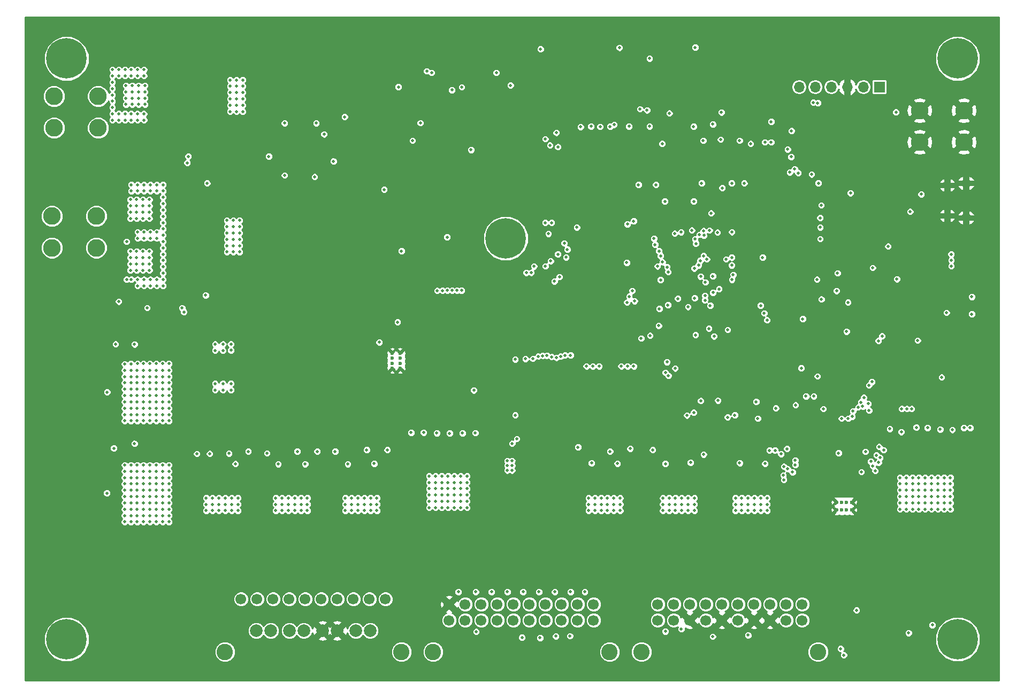
<source format=gbr>
G04 #@! TF.FileFunction,Copper,L2,Inr,Plane*
%FSLAX46Y46*%
G04 Gerber Fmt 4.6, Leading zero omitted, Abs format (unit mm)*
G04 Created by KiCad (PCBNEW 4.0.7) date 01/11/18 09:08:32*
%MOMM*%
%LPD*%
G01*
G04 APERTURE LIST*
%ADD10C,0.100000*%
%ADD11O,1.500000X1.100000*%
%ADD12O,1.700000X1.200000*%
%ADD13R,1.700000X1.700000*%
%ADD14O,1.700000X1.700000*%
%ADD15C,2.800000*%
%ADD16C,6.400000*%
%ADD17C,0.800000*%
%ADD18C,1.700000*%
%ADD19C,2.600000*%
%ADD20C,0.600000*%
%ADD21C,2.000000*%
%ADD22C,0.500000*%
%ADD23C,0.254000*%
G04 APERTURE END LIST*
D10*
D11*
X181356000Y-88900000D03*
X181356000Y-84060000D03*
D12*
X184356000Y-89210000D03*
X184356000Y-83750000D03*
D13*
X170620000Y-68500000D03*
D14*
X168080000Y-68500000D03*
X165540000Y-68500000D03*
X163000000Y-68500000D03*
X160460000Y-68500000D03*
X157920000Y-68500000D03*
D15*
X40000000Y-75000000D03*
X47000000Y-75000000D03*
X40000000Y-70000000D03*
X47000000Y-70000000D03*
X39680000Y-93980000D03*
X46680000Y-93980000D03*
X39680000Y-88980000D03*
X46680000Y-88980000D03*
X177000000Y-77250000D03*
X184000000Y-77250000D03*
X177000000Y-72250000D03*
X184000000Y-72250000D03*
D16*
X183000000Y-156000000D03*
D17*
X185400000Y-156000000D03*
X184697056Y-157697056D03*
X183000000Y-158400000D03*
X181302944Y-157697056D03*
X180600000Y-156000000D03*
X181302944Y-154302944D03*
X183000000Y-153600000D03*
X184697056Y-154302944D03*
D16*
X183000000Y-64000000D03*
D17*
X185400000Y-64000000D03*
X184697056Y-65697056D03*
X183000000Y-66400000D03*
X181302944Y-65697056D03*
X180600000Y-64000000D03*
X181302944Y-62302944D03*
X183000000Y-61600000D03*
X184697056Y-62302944D03*
D16*
X111500000Y-92500000D03*
D17*
X113900000Y-92500000D03*
X113197056Y-94197056D03*
X111500000Y-94900000D03*
X109802944Y-94197056D03*
X109100000Y-92500000D03*
X109802944Y-90802944D03*
X111500000Y-90100000D03*
X113197056Y-90802944D03*
D16*
X42000000Y-156000000D03*
D17*
X44400000Y-156000000D03*
X43697056Y-157697056D03*
X42000000Y-158400000D03*
X40302944Y-157697056D03*
X39600000Y-156000000D03*
X40302944Y-154302944D03*
X42000000Y-153600000D03*
X43697056Y-154302944D03*
D16*
X42000000Y-64000000D03*
D17*
X44400000Y-64000000D03*
X43697056Y-65697056D03*
X42000000Y-66400000D03*
X40302944Y-65697056D03*
X39600000Y-64000000D03*
X40302944Y-62302944D03*
X42000000Y-61600000D03*
X43697056Y-62302944D03*
D18*
X135540000Y-150460000D03*
X138080000Y-150460000D03*
X140620000Y-150460000D03*
X143160000Y-150460000D03*
X145700000Y-150460000D03*
X148240000Y-150460000D03*
X150780000Y-150460000D03*
X153320000Y-150460000D03*
X155860000Y-150460000D03*
X158400000Y-150460000D03*
D19*
X133000000Y-158000000D03*
X160940000Y-158000000D03*
D18*
X135540000Y-153000000D03*
X138080000Y-153000000D03*
X140620000Y-153000000D03*
X143160000Y-153000000D03*
X145700000Y-153000000D03*
X148240000Y-153000000D03*
X150780000Y-153000000D03*
X153320000Y-153000000D03*
X155860000Y-153000000D03*
X158400000Y-153000000D03*
X102540000Y-150460000D03*
X105080000Y-150460000D03*
X107620000Y-150460000D03*
X110160000Y-150460000D03*
X112700000Y-150460000D03*
X115240000Y-150460000D03*
X117780000Y-150460000D03*
X120320000Y-150460000D03*
X122860000Y-150460000D03*
X125400000Y-150460000D03*
D19*
X100000000Y-158000000D03*
X127940000Y-158000000D03*
D18*
X102540000Y-153000000D03*
X105080000Y-153000000D03*
X107620000Y-153000000D03*
X110160000Y-153000000D03*
X112700000Y-153000000D03*
X115240000Y-153000000D03*
X117780000Y-153000000D03*
X120320000Y-153000000D03*
X122860000Y-153000000D03*
X125400000Y-153000000D03*
D20*
X93555000Y-110666000D03*
X93555000Y-111466000D03*
X94755000Y-111466000D03*
X94755000Y-110666000D03*
X93555000Y-113066000D03*
X93555000Y-112266000D03*
X94755000Y-112266000D03*
X94755000Y-113066000D03*
X166250000Y-134300000D03*
X165450000Y-134300000D03*
X165450000Y-135500000D03*
X166250000Y-135500000D03*
X163850000Y-134300000D03*
X164650000Y-134300000D03*
X164650000Y-135500000D03*
X163850000Y-135500000D03*
D18*
X69600000Y-149640000D03*
X72140000Y-149640000D03*
X74680000Y-149640000D03*
X77220000Y-149640000D03*
X79760000Y-149640000D03*
X82300000Y-149640000D03*
X84840000Y-149640000D03*
X87380000Y-149640000D03*
X89920000Y-149640000D03*
X92460000Y-149640000D03*
D21*
X72005000Y-154640000D03*
X74305000Y-154640000D03*
X77255000Y-154640000D03*
X79555000Y-154640000D03*
X82505000Y-154640000D03*
X84805000Y-154640000D03*
X87755000Y-154640000D03*
X90055000Y-154640000D03*
D19*
X67060000Y-158000000D03*
X95000000Y-158000000D03*
D22*
X130644606Y-96344802D03*
X145074000Y-118174990D03*
X141538375Y-107794123D03*
X173400082Y-98940551D03*
X165660038Y-102635573D03*
X152146000Y-95504000D03*
X151827403Y-103136000D03*
X173250000Y-72500000D03*
X135128000Y-93472000D03*
X181257000Y-104257000D03*
X129750000Y-112750000D03*
X130750000Y-112750000D03*
X131750000Y-112750000D03*
X142355360Y-118224000D03*
X158500000Y-105250000D03*
X145750000Y-84500000D03*
X136664000Y-86626000D03*
X141236000Y-86626000D03*
X61083649Y-80531689D03*
X74000000Y-79500000D03*
X169575010Y-97156587D03*
X112250000Y-68250000D03*
X64000000Y-101500000D03*
X64250000Y-83750000D03*
X134250000Y-64000000D03*
X82750000Y-76000000D03*
X86000000Y-73250000D03*
X144272700Y-74416781D03*
X164000000Y-98000000D03*
X163855934Y-100806000D03*
X102971957Y-69000000D03*
X161750000Y-119500000D03*
X157360514Y-118900201D03*
X97993788Y-74211058D03*
X99750000Y-66250000D03*
X110000000Y-66250000D03*
X123343000Y-74843000D03*
X84251750Y-80282934D03*
X81500000Y-74250000D03*
X128016000Y-74766000D03*
X125000000Y-74750000D03*
X117750000Y-76750000D03*
X154244066Y-119396726D03*
X141224000Y-74776000D03*
X134250000Y-74750000D03*
X131000000Y-74750000D03*
X153500000Y-74000000D03*
X153500000Y-77250000D03*
X151122000Y-118372000D03*
X181999341Y-96877180D03*
X181994557Y-95007539D03*
X182000000Y-95950000D03*
X104500000Y-100750000D03*
X100646928Y-100779269D03*
X101468325Y-100760248D03*
X102230823Y-100745251D03*
X103000000Y-100750000D03*
X103800000Y-100750000D03*
X126250000Y-112750000D03*
X125250000Y-112750000D03*
X124250000Y-112750000D03*
X106446000Y-116554000D03*
X176685000Y-108660000D03*
X132500000Y-84000000D03*
X138224000Y-91724000D03*
X139250000Y-91500000D03*
X135250000Y-84000000D03*
X169441048Y-115227665D03*
X171293640Y-126025021D03*
X149849809Y-155349978D03*
X132750000Y-72000000D03*
X168973574Y-115776439D03*
X170586830Y-125504740D03*
X133869089Y-72194099D03*
X144250000Y-155575010D03*
X91484463Y-108950010D03*
X94369000Y-105759000D03*
X139285170Y-154387566D03*
X170750000Y-127250000D03*
X170151263Y-126837063D03*
X136750000Y-154750000D03*
X106000000Y-78461147D03*
X60571270Y-104159145D03*
X95000000Y-94500000D03*
X118500000Y-77750000D03*
X68369000Y-94647000D03*
X69369000Y-94647000D03*
X67369000Y-94647000D03*
X67369000Y-93647000D03*
X69369000Y-93647000D03*
X68369000Y-93647000D03*
X68369000Y-92647000D03*
X69369000Y-92647000D03*
X69369000Y-91647000D03*
X68369000Y-91647000D03*
X67369000Y-91647000D03*
X67369000Y-92647000D03*
X68369000Y-89647000D03*
X68369000Y-90647000D03*
X67369000Y-89647000D03*
X69369000Y-89647000D03*
X67369000Y-90647000D03*
X69369000Y-90647000D03*
X67869000Y-70397000D03*
X68869000Y-72397000D03*
X67869000Y-71397000D03*
X67869000Y-72397000D03*
X69869000Y-67397000D03*
X68869000Y-67397000D03*
X68869000Y-68397000D03*
X69869000Y-69397000D03*
X69869000Y-68397000D03*
X67869000Y-67397000D03*
X67869000Y-69397000D03*
X67869000Y-68397000D03*
X68869000Y-69397000D03*
X68869000Y-71397000D03*
X69869000Y-70397000D03*
X68869000Y-70397000D03*
X69869000Y-72397000D03*
X69869000Y-71397000D03*
X185000000Y-122500000D03*
X184000000Y-122500000D03*
X118243225Y-91753985D03*
X117750000Y-90000000D03*
X118750000Y-90000000D03*
X65500000Y-115500000D03*
X66750000Y-115500000D03*
X68000000Y-115500000D03*
X68000000Y-116500000D03*
X66750000Y-116500000D03*
X65500000Y-116500000D03*
X66744065Y-110262441D03*
X68016826Y-110232940D03*
X65500000Y-110250000D03*
X68000000Y-109250000D03*
X66750000Y-109250000D03*
X65500000Y-109250000D03*
X58181000Y-112350131D03*
X52178235Y-112370166D03*
X48374490Y-132840358D03*
X48410000Y-116840000D03*
X101369000Y-131147000D03*
X102369000Y-130147000D03*
X101369000Y-130147000D03*
X102369000Y-131147000D03*
X99369000Y-131147000D03*
X100369000Y-130147000D03*
X99369000Y-130147000D03*
X100369000Y-131147000D03*
X103369000Y-131147000D03*
X105369000Y-131147000D03*
X105369000Y-130147000D03*
X104369000Y-131147000D03*
X103369000Y-130147000D03*
X104369000Y-130147000D03*
X104369000Y-134147000D03*
X105369000Y-133147000D03*
X104369000Y-132147000D03*
X104369000Y-133147000D03*
X105369000Y-132147000D03*
X105369000Y-134147000D03*
X101369000Y-133147000D03*
X100369000Y-132147000D03*
X99369000Y-133147000D03*
X101369000Y-132147000D03*
X99369000Y-132147000D03*
X100369000Y-133147000D03*
X101369000Y-134147000D03*
X100369000Y-135147000D03*
X101369000Y-135147000D03*
X99369000Y-135147000D03*
X100369000Y-134147000D03*
X99369000Y-134147000D03*
X103369000Y-133147000D03*
X102369000Y-133147000D03*
X102369000Y-135147000D03*
X103369000Y-132147000D03*
X102369000Y-132147000D03*
X102369000Y-134147000D03*
X104369000Y-135147000D03*
X105369000Y-135147000D03*
X103369000Y-135147000D03*
X103369000Y-134147000D03*
X179869000Y-134397000D03*
X180869000Y-134397000D03*
X181869000Y-135397000D03*
X181869000Y-134397000D03*
X181869000Y-133397000D03*
X180869000Y-130397000D03*
X179869000Y-131397000D03*
X179869000Y-130397000D03*
X179869000Y-132397000D03*
X179869000Y-133397000D03*
X179869000Y-135397000D03*
X180869000Y-135397000D03*
X181869000Y-130397000D03*
X181869000Y-131397000D03*
X180869000Y-131397000D03*
X180869000Y-132397000D03*
X181869000Y-132397000D03*
X180869000Y-133397000D03*
X176869000Y-134397000D03*
X177869000Y-134397000D03*
X178869000Y-135397000D03*
X178869000Y-134397000D03*
X178869000Y-133397000D03*
X177869000Y-130397000D03*
X176869000Y-131397000D03*
X176869000Y-130397000D03*
X176869000Y-132397000D03*
X176869000Y-133397000D03*
X176869000Y-135397000D03*
X177869000Y-135397000D03*
X178869000Y-130397000D03*
X178869000Y-131397000D03*
X177869000Y-131397000D03*
X177869000Y-132397000D03*
X178869000Y-132397000D03*
X177869000Y-133397000D03*
X173869000Y-134397000D03*
X174869000Y-134397000D03*
X175869000Y-135397000D03*
X175869000Y-134397000D03*
X175869000Y-133397000D03*
X174869000Y-130397000D03*
X173869000Y-131397000D03*
X173869000Y-130397000D03*
X173869000Y-132397000D03*
X173869000Y-133397000D03*
X173869000Y-135397000D03*
X174869000Y-135397000D03*
X175869000Y-130397000D03*
X175869000Y-131397000D03*
X174869000Y-131397000D03*
X174869000Y-132397000D03*
X175869000Y-132397000D03*
X174869000Y-133397000D03*
X53202761Y-112350131D03*
X57181000Y-112350131D03*
X54181000Y-112350131D03*
X56181000Y-112350131D03*
X55181000Y-112350131D03*
X152853000Y-135619000D03*
X151853000Y-135619000D03*
X150853000Y-135619000D03*
X149853000Y-135619000D03*
X148853000Y-135619000D03*
X147853000Y-135619000D03*
X147853000Y-133619000D03*
X147853000Y-134619000D03*
X148853000Y-134619000D03*
X148853000Y-133619000D03*
X149853000Y-134619000D03*
X150853000Y-133619000D03*
X150853000Y-134619000D03*
X149853000Y-133619000D03*
X151853000Y-134619000D03*
X152853000Y-133619000D03*
X151853000Y-133619000D03*
X152853000Y-134619000D03*
X141353000Y-135619000D03*
X140353000Y-135619000D03*
X139353000Y-135619000D03*
X138353000Y-135619000D03*
X137353000Y-135619000D03*
X136353000Y-135619000D03*
X136353000Y-133619000D03*
X136353000Y-134619000D03*
X137353000Y-134619000D03*
X137353000Y-133619000D03*
X138353000Y-134619000D03*
X139353000Y-133619000D03*
X139353000Y-134619000D03*
X138353000Y-133619000D03*
X140353000Y-134619000D03*
X141353000Y-133619000D03*
X140353000Y-133619000D03*
X141353000Y-134619000D03*
X129603000Y-135619000D03*
X128603000Y-135619000D03*
X127603000Y-135619000D03*
X126603000Y-135619000D03*
X125603000Y-135619000D03*
X124603000Y-135619000D03*
X124603000Y-133619000D03*
X124603000Y-134619000D03*
X125603000Y-134619000D03*
X125603000Y-133619000D03*
X126603000Y-134619000D03*
X127603000Y-133619000D03*
X127603000Y-134619000D03*
X126603000Y-133619000D03*
X128603000Y-134619000D03*
X129603000Y-133619000D03*
X128603000Y-133619000D03*
X129603000Y-134619000D03*
X87103000Y-133619000D03*
X86103000Y-133619000D03*
X88103000Y-133619000D03*
X88103000Y-134619000D03*
X87103000Y-134619000D03*
X87103000Y-135619000D03*
X86103000Y-135619000D03*
X88103000Y-135619000D03*
X86103000Y-134619000D03*
X90103000Y-133619000D03*
X89103000Y-133619000D03*
X91103000Y-133619000D03*
X91103000Y-134619000D03*
X90103000Y-134619000D03*
X89103000Y-135619000D03*
X90103000Y-135619000D03*
X89103000Y-134619000D03*
X91103000Y-135619000D03*
X76103000Y-133619000D03*
X75103000Y-133619000D03*
X77103000Y-133619000D03*
X77103000Y-134619000D03*
X76103000Y-134619000D03*
X76103000Y-135619000D03*
X75103000Y-135619000D03*
X77103000Y-135619000D03*
X75103000Y-134619000D03*
X79103000Y-133619000D03*
X78103000Y-133619000D03*
X80103000Y-133619000D03*
X80103000Y-134619000D03*
X79103000Y-134619000D03*
X78103000Y-135619000D03*
X79103000Y-135619000D03*
X78103000Y-134619000D03*
X80103000Y-135619000D03*
X119500000Y-75750000D03*
X64103000Y-135619000D03*
X65103000Y-135619000D03*
X66103000Y-135619000D03*
X67103000Y-135619000D03*
X68103000Y-135619000D03*
X68103000Y-134619000D03*
X67103000Y-134619000D03*
X66103000Y-134619000D03*
X65103000Y-134619000D03*
X64103000Y-134619000D03*
X64103000Y-133619000D03*
X65103000Y-133619000D03*
X66103000Y-133619000D03*
X67103000Y-133619000D03*
X68103000Y-133619000D03*
X69103000Y-133619000D03*
X69103000Y-134619000D03*
X69103000Y-135619000D03*
X57181000Y-114395000D03*
X58181000Y-115395000D03*
X58181000Y-114395000D03*
X56181000Y-115395000D03*
X57181000Y-115395000D03*
X55181000Y-114395000D03*
X55181000Y-115395000D03*
X56181000Y-114395000D03*
X53181000Y-113395000D03*
X52181000Y-113395000D03*
X51181000Y-112395000D03*
X51181000Y-113395000D03*
X53181000Y-115395000D03*
X53181000Y-114395000D03*
X52181000Y-115395000D03*
X52181000Y-114395000D03*
X51181000Y-116395000D03*
X51181000Y-114395000D03*
X51181000Y-115395000D03*
X54181000Y-114395000D03*
X54181000Y-115395000D03*
X56181000Y-113395000D03*
X55181000Y-113395000D03*
X54181000Y-113395000D03*
X58181000Y-113395000D03*
X57181000Y-113395000D03*
X56181000Y-120395000D03*
X56181000Y-119395000D03*
X55181000Y-119395000D03*
X54181000Y-119395000D03*
X52181000Y-121395000D03*
X52181000Y-120395000D03*
X53181000Y-121395000D03*
X53181000Y-120395000D03*
X51181000Y-120395000D03*
X51181000Y-121395000D03*
X52181000Y-119395000D03*
X51181000Y-119395000D03*
X53181000Y-119395000D03*
X51181000Y-118395000D03*
X51181000Y-117395000D03*
X53181000Y-118395000D03*
X52181000Y-117395000D03*
X53181000Y-117395000D03*
X54181000Y-116395000D03*
X52181000Y-118395000D03*
X52181000Y-116395000D03*
X53181000Y-116395000D03*
X58181000Y-117395000D03*
X57181000Y-116395000D03*
X58181000Y-116395000D03*
X56181000Y-118395000D03*
X57181000Y-118395000D03*
X58181000Y-118395000D03*
X56181000Y-117395000D03*
X57181000Y-117395000D03*
X57181000Y-121395000D03*
X57181000Y-120395000D03*
X58181000Y-120395000D03*
X58181000Y-119395000D03*
X58181000Y-121395000D03*
X57181000Y-119395000D03*
X54181000Y-121395000D03*
X54181000Y-120395000D03*
X55181000Y-121395000D03*
X56181000Y-121395000D03*
X55181000Y-120395000D03*
X54181000Y-118395000D03*
X55181000Y-118395000D03*
X56181000Y-116395000D03*
X54181000Y-117395000D03*
X55181000Y-116395000D03*
X55181000Y-117395000D03*
X58181000Y-137397000D03*
X57181000Y-137397000D03*
X56181000Y-137397000D03*
X55181000Y-137397000D03*
X54181000Y-137397000D03*
X53181000Y-137397000D03*
X52181000Y-137397000D03*
X51181000Y-137397000D03*
X58181000Y-136397000D03*
X57181000Y-136397000D03*
X56181000Y-136397000D03*
X55181000Y-136397000D03*
X54181000Y-136397000D03*
X53181000Y-136397000D03*
X52181000Y-136397000D03*
X51181000Y-136397000D03*
X58181000Y-135397000D03*
X57181000Y-135397000D03*
X56181000Y-135397000D03*
X55181000Y-135397000D03*
X54181000Y-135397000D03*
X53181000Y-135397000D03*
X52181000Y-135397000D03*
X51181000Y-135397000D03*
X58181000Y-134397000D03*
X57181000Y-134397000D03*
X56181000Y-134397000D03*
X55181000Y-134397000D03*
X54181000Y-134397000D03*
X53181000Y-134397000D03*
X52181000Y-134397000D03*
X51181000Y-134397000D03*
X58181000Y-133397000D03*
X57181000Y-133397000D03*
X56181000Y-133397000D03*
X55181000Y-133397000D03*
X54181000Y-133397000D03*
X53181000Y-133397000D03*
X52181000Y-133397000D03*
X51181000Y-133397000D03*
X58181000Y-132397000D03*
X57181000Y-132397000D03*
X56181000Y-132397000D03*
X55181000Y-132397000D03*
X54181000Y-132397000D03*
X53181000Y-132397000D03*
X52181000Y-132397000D03*
X51181000Y-132397000D03*
X58181000Y-131397000D03*
X57181000Y-131397000D03*
X56181000Y-131397000D03*
X55181000Y-131397000D03*
X54181000Y-131397000D03*
X53181000Y-131397000D03*
X52181000Y-131397000D03*
X51181000Y-131397000D03*
X58181000Y-130397000D03*
X57181000Y-130397000D03*
X56181000Y-130397000D03*
X55181000Y-130397000D03*
X54181000Y-130397000D03*
X53181000Y-130397000D03*
X52181000Y-130397000D03*
X51181000Y-130397000D03*
X58181000Y-129397000D03*
X57181000Y-129397000D03*
X56181000Y-129397000D03*
X55181000Y-129397000D03*
X54181000Y-129397000D03*
X53181000Y-129397000D03*
X52181000Y-129397000D03*
X51181000Y-129397000D03*
X58181000Y-128397000D03*
X57181000Y-128397000D03*
X56181000Y-128397000D03*
X55181000Y-128397000D03*
X54181000Y-128397000D03*
X53181000Y-128397000D03*
X52181000Y-128397000D03*
X51181000Y-128397000D03*
X49250000Y-73750000D03*
X50250000Y-73750000D03*
X51250000Y-73750000D03*
X52250000Y-73750000D03*
X53250000Y-73750000D03*
X54250000Y-73750000D03*
X54250000Y-72750000D03*
X53250000Y-72750000D03*
X52250000Y-72750000D03*
X52250000Y-72750000D03*
X51244591Y-72744591D03*
X50244591Y-72744591D03*
X49244591Y-72744591D03*
X49244591Y-71741533D03*
X49244591Y-70762468D03*
X49244591Y-69769805D03*
X49250000Y-68750000D03*
X49250000Y-67750000D03*
X49250000Y-65750000D03*
X49250000Y-66750000D03*
X51242226Y-65759239D03*
X50250000Y-66750000D03*
X50250000Y-65750000D03*
X51250000Y-66750000D03*
X52250000Y-66750000D03*
X52250000Y-65750000D03*
X53250000Y-65750000D03*
X53250000Y-66750000D03*
X54250000Y-66750000D03*
X54250000Y-65750000D03*
X54404090Y-71282336D03*
X53404090Y-71282336D03*
X52404090Y-71282336D03*
X51404090Y-71282336D03*
X54404090Y-70282336D03*
X53404090Y-70282336D03*
X52404090Y-70282336D03*
X51404090Y-70282336D03*
X54404090Y-69282336D03*
X53404090Y-69282336D03*
X52404090Y-69282336D03*
X51404090Y-69282336D03*
X54404090Y-68282336D03*
X53404090Y-68282336D03*
X52404090Y-68282336D03*
X51404090Y-68282336D03*
X94500000Y-68500000D03*
X54750000Y-103500000D03*
X50250000Y-102500000D03*
X99000000Y-66000000D03*
X131503107Y-100794355D03*
X49480000Y-125730000D03*
X136001898Y-99059723D03*
X49750000Y-109250000D03*
X171039983Y-107978681D03*
X76500000Y-82500000D03*
X145633724Y-72525021D03*
X92250000Y-84750000D03*
X81250000Y-82750000D03*
X61250000Y-79500000D03*
X147745915Y-120491839D03*
X146617631Y-106981441D03*
X125082437Y-128093483D03*
X148507995Y-128075010D03*
X75500000Y-128250000D03*
X86500000Y-128250000D03*
X136750000Y-128192998D03*
X64643000Y-126607000D03*
X160967346Y-83749012D03*
X128000000Y-126236409D03*
X140344535Y-103342277D03*
X102616000Y-123366000D03*
X134340948Y-107896996D03*
X96520000Y-123270000D03*
X144276794Y-98474981D03*
X98500000Y-123250000D03*
X141384087Y-101943559D03*
X106680000Y-123320000D03*
X132932991Y-108325120D03*
X100584000Y-123334000D03*
X143095203Y-99432926D03*
X104648000Y-123352000D03*
X161257996Y-92574955D03*
X52750000Y-125000000D03*
X161253663Y-90744294D03*
X52750000Y-109268857D03*
X131029218Y-101699629D03*
X62611000Y-126611000D03*
X161424990Y-87250000D03*
X141447694Y-92615493D03*
X141324979Y-97249969D03*
X67706431Y-126562474D03*
X73708194Y-126524608D03*
X137160967Y-103038631D03*
X141578270Y-93303219D03*
X78500000Y-126236409D03*
X161250000Y-89250000D03*
X142000000Y-96750000D03*
X138727967Y-102021834D03*
X84500000Y-126236409D03*
X142784907Y-91300858D03*
X143322779Y-95800613D03*
X152500000Y-77250000D03*
X89500000Y-126000000D03*
X135806701Y-103642897D03*
X70750000Y-126236409D03*
X141250000Y-120083956D03*
X152523894Y-128171526D03*
X144460361Y-108007641D03*
X79750000Y-128250000D03*
X90678000Y-128178000D03*
X129154426Y-128166197D03*
X140750000Y-128000000D03*
X68707000Y-128207000D03*
X81661000Y-126236409D03*
X135698958Y-106324081D03*
X142345118Y-98530432D03*
X92750000Y-126000000D03*
X115774983Y-111547231D03*
X115974979Y-96918256D03*
X131750000Y-89750000D03*
X131191000Y-125809000D03*
X114605637Y-111581025D03*
X122934173Y-125565827D03*
X115525944Y-97924990D03*
X130750000Y-90250000D03*
X146599421Y-120831357D03*
X143847331Y-103128267D03*
X151389255Y-121024913D03*
X148500000Y-77000000D03*
X116639495Y-111186281D03*
X135511327Y-96911287D03*
X117772668Y-96891323D03*
X134747000Y-126003000D03*
X140162877Y-120533967D03*
X150250000Y-77500000D03*
X165689468Y-121024913D03*
X165430101Y-107248735D03*
X164636095Y-121024913D03*
X156722180Y-75467422D03*
X118032523Y-111075364D03*
X153242095Y-126075010D03*
X119750000Y-95000000D03*
X135750000Y-94500000D03*
X117332633Y-111088425D03*
X136294606Y-96239076D03*
X142817997Y-126725087D03*
X118598570Y-96088243D03*
X118738686Y-111260928D03*
X164174990Y-126492005D03*
X120759880Y-93259872D03*
X134964000Y-92536000D03*
X137004454Y-112075010D03*
X178250000Y-122500000D03*
X172259350Y-122675043D03*
X136765262Y-113744980D03*
X119194872Y-99296175D03*
X120200190Y-111174984D03*
X137204257Y-97823325D03*
X174093406Y-123156594D03*
X182174990Y-122825010D03*
X137250000Y-114250000D03*
X176475030Y-122442520D03*
X138296673Y-113082622D03*
X119997105Y-98589275D03*
X120877532Y-110998279D03*
X137037208Y-97032792D03*
X180250000Y-122750000D03*
X147500000Y-98250000D03*
X152853704Y-105439712D03*
X147286000Y-99036000D03*
X152402413Y-104352011D03*
X147275021Y-91497547D03*
X157774967Y-82137339D03*
X146360108Y-95798982D03*
X156666369Y-79583631D03*
X160864637Y-71041911D03*
X76500000Y-74250000D03*
X160825010Y-114336092D03*
X145250000Y-100500000D03*
X158258610Y-113046698D03*
X144285090Y-101075010D03*
X113005614Y-111663253D03*
X113006331Y-120500000D03*
X114749948Y-97924990D03*
X136250000Y-77500000D03*
X143026681Y-102284728D03*
X112500000Y-125000000D03*
X143025021Y-101567150D03*
X113250000Y-124250000D03*
X170475032Y-108714749D03*
X96750000Y-77000000D03*
X147253413Y-95503413D03*
X117000000Y-62500000D03*
X156104772Y-78385623D03*
X160164766Y-70971182D03*
X51500000Y-93000000D03*
X51500000Y-99000000D03*
X104531594Y-68531594D03*
X137398822Y-72674990D03*
X60274785Y-103525021D03*
X157217930Y-81511813D03*
X142795332Y-95256304D03*
X142848092Y-92015440D03*
X131889633Y-102424990D03*
X156449099Y-82038487D03*
X130678662Y-102626454D03*
X142259561Y-96033018D03*
X142156594Y-91906594D03*
X143647949Y-106778136D03*
X121750000Y-111000000D03*
X180475000Y-114500000D03*
X102215000Y-92285000D03*
X122750000Y-90750000D03*
X121250000Y-94250000D03*
X112500000Y-129250000D03*
X112499692Y-127752608D03*
X111750000Y-127750000D03*
X111750000Y-129250000D03*
X112500000Y-128500000D03*
X111750000Y-128500000D03*
X47500000Y-159500000D03*
X47500000Y-158750000D03*
X47500000Y-158000000D03*
X47500000Y-157250000D03*
X47500000Y-156500000D03*
X38250000Y-102250000D03*
X38250000Y-101500000D03*
X38250000Y-100750000D03*
X38250000Y-100000000D03*
X38250000Y-99250000D03*
X167775000Y-145275000D03*
X167750000Y-146000000D03*
X131245712Y-94186158D03*
X168174880Y-134500000D03*
X168174880Y-132237052D03*
X168174880Y-131485050D03*
X168174880Y-136000000D03*
X168174880Y-132987052D03*
X168174880Y-133737052D03*
X168174880Y-135250000D03*
X146984254Y-157009918D03*
X168250000Y-156000000D03*
X173000000Y-156750000D03*
X178500000Y-158000000D03*
X151117446Y-109265275D03*
X148999852Y-110000000D03*
X145985244Y-110048431D03*
X153167467Y-110250310D03*
X154750000Y-95250000D03*
X163750000Y-95250000D03*
X160750000Y-110000000D03*
X154758000Y-97974979D03*
X154750000Y-92500000D03*
X154698212Y-85625775D03*
X154679388Y-90699099D03*
X154750000Y-103500000D03*
X154250000Y-130250000D03*
X142610965Y-130428762D03*
X130902903Y-130489891D03*
X92447728Y-130452804D03*
X81383607Y-130498261D03*
X70483311Y-130464203D03*
X158250000Y-110000000D03*
X41750000Y-79000000D03*
X41750000Y-82000000D03*
X42500000Y-82000000D03*
X42500000Y-80500000D03*
X42500000Y-79000000D03*
X137000000Y-157000000D03*
X134500000Y-155875000D03*
X182014986Y-114012683D03*
X36250000Y-90000000D03*
X36250000Y-100000000D03*
X36250000Y-110000000D03*
X36250000Y-120000000D03*
X36250000Y-130000000D03*
X36250000Y-140000000D03*
X36250000Y-150000000D03*
X36250000Y-161750000D03*
X50000000Y-161750000D03*
X60000000Y-161750000D03*
X70000000Y-161750000D03*
X80000000Y-161750000D03*
X90000000Y-161750000D03*
X100000000Y-161750000D03*
X110000000Y-161750000D03*
X120000000Y-161750000D03*
X130000000Y-161750000D03*
X140000000Y-161750000D03*
X150000000Y-161750000D03*
X160000000Y-161750000D03*
X170000000Y-161750000D03*
X180000000Y-161750000D03*
X188750000Y-161750000D03*
X188750000Y-155000000D03*
X188750000Y-145000000D03*
X188750000Y-135000000D03*
X188750000Y-125000000D03*
X188750000Y-115000000D03*
X188750000Y-107500000D03*
X188750000Y-97500000D03*
X188750000Y-87500000D03*
X188750000Y-77500000D03*
X188750000Y-67500000D03*
X188750000Y-58250000D03*
X177500000Y-58250000D03*
X167500000Y-58250000D03*
X157500000Y-58250000D03*
X147500000Y-58250000D03*
X137500000Y-58250000D03*
X127500000Y-58250000D03*
X117500000Y-58250000D03*
X107500000Y-58250000D03*
X97500000Y-58250000D03*
X87500000Y-58250000D03*
X77500000Y-58250000D03*
X67500000Y-58250000D03*
X57492567Y-58257433D03*
X47492567Y-58257433D03*
X36242567Y-58257433D03*
X36242567Y-67507433D03*
X36242567Y-77500203D03*
X89788000Y-93750000D03*
X89750000Y-92750000D03*
X90750000Y-92750000D03*
X90750000Y-93750000D03*
X93000000Y-115750000D03*
X94000000Y-115750000D03*
X95000000Y-115750000D03*
X95000000Y-115000000D03*
X94000000Y-115000000D03*
X93000000Y-115000000D03*
X117000000Y-125500000D03*
X112000000Y-126076000D03*
X115217500Y-127793500D03*
X114392500Y-127793500D03*
X114392500Y-126468500D03*
X115217500Y-126468500D03*
X55000000Y-109000000D03*
X55000000Y-110000000D03*
X136250000Y-103000000D03*
X61250000Y-141500000D03*
X60250000Y-141500000D03*
X59000000Y-141500000D03*
X57500000Y-141500000D03*
X56250000Y-141500000D03*
X55000000Y-141500000D03*
X53500000Y-141500000D03*
X52250000Y-141500000D03*
X51000000Y-141500000D03*
X93000000Y-106250000D03*
X93000000Y-107250000D03*
X93000000Y-108250000D03*
X92000000Y-108250000D03*
X91000000Y-108250000D03*
X90000000Y-108250000D03*
X89000000Y-108250000D03*
X88000000Y-108250000D03*
X88000000Y-107250000D03*
X89000000Y-107250000D03*
X90000000Y-107250000D03*
X91000000Y-107250000D03*
X92000000Y-107250000D03*
X92000000Y-106250000D03*
X91000000Y-106250000D03*
X90000000Y-106250000D03*
X89000000Y-106250000D03*
X88000000Y-106250000D03*
X161750000Y-131500000D03*
X167250000Y-133750000D03*
X167250000Y-134500000D03*
X167250000Y-135250000D03*
X167250000Y-136000000D03*
X161750000Y-132250000D03*
X161750000Y-133000000D03*
X161750000Y-133750000D03*
X161750000Y-134500000D03*
X161750000Y-135250000D03*
X161750000Y-136000000D03*
X106680000Y-130336248D03*
X162750000Y-136000000D03*
X162750000Y-135250000D03*
X162750000Y-134500000D03*
X162750000Y-133750000D03*
X101596532Y-126451732D03*
X182366802Y-129496151D03*
X177282809Y-126321167D03*
X73250000Y-104500000D03*
X74750000Y-104500000D03*
X74739629Y-105500958D03*
X76112219Y-104475653D03*
X76099057Y-105485158D03*
X73250000Y-105500000D03*
X157488808Y-138995519D03*
X156500000Y-139000000D03*
X121250000Y-140500000D03*
X121250000Y-139500000D03*
X133000000Y-140500000D03*
X133000000Y-139500000D03*
X184750000Y-146500000D03*
X183750000Y-146500000D03*
X180000000Y-146500000D03*
X179000000Y-146500000D03*
X175500000Y-146250000D03*
X174500000Y-146250000D03*
X141750000Y-157000000D03*
X104000000Y-156500000D03*
X111767133Y-156749872D03*
X114276325Y-156740404D03*
X116738172Y-156749872D03*
X119237895Y-156759341D03*
X159725910Y-73471226D03*
X165149322Y-76040491D03*
X161364617Y-74024970D03*
X103750000Y-78000000D03*
X86750000Y-78000000D03*
X108250000Y-68250000D03*
X106531594Y-147031594D03*
X111500000Y-147000000D03*
X121250000Y-136750000D03*
X120250000Y-136750000D03*
X118750000Y-136750000D03*
X117750000Y-136750000D03*
X116250000Y-136750000D03*
X115250000Y-136750000D03*
X113750000Y-136750000D03*
X112750000Y-136750000D03*
X111250000Y-136750000D03*
X110250000Y-136750000D03*
X154432000Y-83924990D03*
X124000000Y-147000000D03*
X121500000Y-147000000D03*
X119000000Y-147000000D03*
X116500000Y-147000000D03*
X114000000Y-147000000D03*
X109000000Y-147000000D03*
X104000000Y-147000000D03*
X175000000Y-114000000D03*
X76099057Y-121235158D03*
X76112219Y-120225653D03*
X101427500Y-92860010D03*
X140385089Y-112075010D03*
X118750000Y-80500000D03*
X122757510Y-91742490D03*
X123757510Y-91742490D03*
X124757510Y-91742490D03*
X125757510Y-91742490D03*
X126740717Y-91742490D03*
X172000000Y-90375000D03*
X180086000Y-94164000D03*
X48260000Y-107260000D03*
X46228000Y-107022000D03*
X51250000Y-107500000D03*
X51250000Y-123250000D03*
X48250000Y-123500000D03*
X46250000Y-123000000D03*
X74739629Y-121250958D03*
X74750000Y-120250000D03*
X73250000Y-121250000D03*
X73250000Y-120250000D03*
X111257970Y-77055218D03*
X107794000Y-72297000D03*
X110000000Y-62150000D03*
X152132846Y-96974979D03*
X154518419Y-100825010D03*
X151000000Y-70250000D03*
X183000000Y-107500000D03*
X131231358Y-118016800D03*
X129497457Y-118000048D03*
X128001806Y-118002906D03*
X125000000Y-118000000D03*
X126500000Y-118000000D03*
X132162743Y-60553787D03*
X65532000Y-101724980D03*
X89560459Y-81560459D03*
X115750000Y-120500000D03*
X111560000Y-121690000D03*
X128501862Y-84431862D03*
X177690000Y-91440000D03*
X175958500Y-85458500D03*
X148156833Y-83779980D03*
X150399315Y-84054288D03*
X124968000Y-83934000D03*
X134109732Y-84027325D03*
X131064000Y-83958000D03*
X136144000Y-83946000D03*
X138176000Y-83946000D03*
X141224000Y-83974000D03*
X144272000Y-83978000D03*
X146608000Y-84250000D03*
X152400000Y-83946000D03*
X131318000Y-99110945D03*
X97126291Y-114955367D03*
X61611000Y-106315000D03*
X66250000Y-79750000D03*
X60250000Y-79500000D03*
X62230000Y-83421000D03*
X87000000Y-72000000D03*
X73500000Y-74500000D03*
X77557760Y-77105999D03*
X77630000Y-78630000D03*
X80000000Y-80000000D03*
X89750000Y-80250000D03*
X77327000Y-126500000D03*
X88646000Y-126646000D03*
X127127000Y-128143000D03*
X138811000Y-128189000D03*
X150500000Y-128192998D03*
X140706406Y-110480406D03*
X66675000Y-126575000D03*
X137000000Y-70500000D03*
X130000000Y-69250000D03*
X128000000Y-67500000D03*
X133000000Y-66000000D03*
X140000000Y-68500000D03*
X154706575Y-89178980D03*
X154700138Y-87397897D03*
X156202000Y-109982000D03*
X104787000Y-75894000D03*
X106819000Y-63321000D03*
X115245588Y-76103412D03*
X179479000Y-108660000D03*
X179987000Y-106882000D03*
X104533000Y-83260000D03*
X103263000Y-75894000D03*
X59436000Y-101949000D03*
X109547000Y-82613000D03*
X149618000Y-104636000D03*
X144284000Y-86626000D03*
X138164000Y-86626000D03*
X142736000Y-86626000D03*
X168164640Y-117709611D03*
X155421289Y-130015523D03*
X104000000Y-148500000D03*
X126429859Y-74799990D03*
X167690127Y-118463311D03*
X155500000Y-130750000D03*
X106750000Y-148500000D03*
X128662510Y-74475698D03*
X156109884Y-129018915D03*
X109250000Y-148500000D03*
X156880376Y-129531594D03*
X111750000Y-148500000D03*
X155524562Y-128634970D03*
X114250000Y-148500000D03*
X157318454Y-128364484D03*
X161450454Y-102137266D03*
X116750000Y-148500000D03*
X160250000Y-117500000D03*
X157317780Y-127664473D03*
X160750000Y-99000000D03*
X119250000Y-148500000D03*
X159000000Y-117500000D03*
X155062671Y-126657632D03*
X121750000Y-148500000D03*
X154109624Y-126067931D03*
X124000000Y-148500000D03*
X144000000Y-88500000D03*
X119750000Y-78000000D03*
X143752451Y-91224981D03*
X147250000Y-83750000D03*
X145001919Y-91552320D03*
X149250000Y-83750000D03*
X140947792Y-91210078D03*
X142500000Y-83750000D03*
X166317960Y-120716669D03*
X106825010Y-154793340D03*
X167776554Y-129489470D03*
X166046829Y-85311929D03*
X114064656Y-155718337D03*
X169968158Y-129320612D03*
X166437802Y-119875386D03*
X145500000Y-76825010D03*
X116930569Y-155775019D03*
X169559854Y-128550667D03*
X167275021Y-119250000D03*
X142750000Y-77000000D03*
X167974979Y-119102745D03*
X119424996Y-155525019D03*
X169266203Y-127829391D03*
X129485444Y-62285630D03*
X168424990Y-126284802D03*
X121657503Y-155480811D03*
X168840910Y-118697436D03*
X141475848Y-62239817D03*
X177250000Y-85500000D03*
X175500000Y-88250000D03*
X185250000Y-101750000D03*
X185261152Y-104483067D03*
X147250000Y-96750000D03*
X159910930Y-82345280D03*
X179000000Y-153750000D03*
X175741675Y-119491675D03*
X174991675Y-119491675D03*
X174162432Y-119491675D03*
X53250000Y-91500000D03*
X53250000Y-92500000D03*
X54250000Y-92500000D03*
X54250000Y-91500000D03*
X55250000Y-91500000D03*
X55250000Y-92500000D03*
X56250000Y-92500000D03*
X56250000Y-91500000D03*
X52250000Y-99000000D03*
X53250000Y-100000000D03*
X53250000Y-99000000D03*
X54250000Y-99000000D03*
X54250000Y-100000000D03*
X55250000Y-100000000D03*
X55250000Y-99000000D03*
X56250000Y-99000000D03*
X56250000Y-100000000D03*
X57250000Y-100000000D03*
X57250000Y-99000000D03*
X57250000Y-98000000D03*
X57250000Y-97000000D03*
X57250000Y-96000000D03*
X57250000Y-95000000D03*
X57250000Y-94000000D03*
X57250000Y-93000000D03*
X57250000Y-92000000D03*
X57250000Y-91000000D03*
X57250000Y-90000000D03*
X57250000Y-89000000D03*
X57250000Y-88000000D03*
X57250000Y-87000000D03*
X57250000Y-86000000D03*
X57250000Y-85000000D03*
X57250000Y-84000000D03*
X56250000Y-84000000D03*
X56250000Y-85000000D03*
X55250000Y-85000000D03*
X55250000Y-84000000D03*
X54250000Y-84000000D03*
X54250000Y-85000000D03*
X53250000Y-85000000D03*
X53250000Y-84000000D03*
X52250000Y-84000000D03*
X52250000Y-85000000D03*
X52096352Y-97545648D03*
X53096352Y-97545648D03*
X54096352Y-97545648D03*
X55096352Y-97545648D03*
X55096352Y-96545648D03*
X54096352Y-96545648D03*
X53096352Y-96545648D03*
X52096352Y-96545648D03*
X52096352Y-95545648D03*
X53096352Y-95545648D03*
X54096352Y-95545648D03*
X55096352Y-95545648D03*
X55096352Y-94545648D03*
X52096352Y-94545648D03*
X54096352Y-94545648D03*
X53096352Y-94545648D03*
X55096352Y-89345648D03*
X54096352Y-89345648D03*
X53096352Y-89345648D03*
X52096352Y-89345648D03*
X55096352Y-88345648D03*
X54096352Y-88345648D03*
X53096352Y-88345648D03*
X52096352Y-88345648D03*
X55096352Y-87345648D03*
X54096352Y-87345648D03*
X53096352Y-87345648D03*
X52096352Y-87345648D03*
X55096352Y-86345648D03*
X54096352Y-86345648D03*
X53096352Y-86345648D03*
X52096352Y-86345648D03*
X169000000Y-119750000D03*
X172000000Y-93750000D03*
X170500000Y-128000000D03*
X167000000Y-151400000D03*
X164500000Y-157500000D03*
X175250000Y-155000000D03*
X156000000Y-125825010D03*
X121038479Y-95500000D03*
X136000000Y-95250000D03*
X119503319Y-111385354D03*
X165000000Y-158500000D03*
D23*
G36*
X189548000Y-162548000D02*
X35452000Y-162548000D01*
X35452000Y-156708388D01*
X38422380Y-156708388D01*
X38965798Y-158023561D01*
X39971146Y-159030665D01*
X41285369Y-159576378D01*
X42708388Y-159577620D01*
X44023561Y-159034202D01*
X44726877Y-158332112D01*
X65382710Y-158332112D01*
X65637480Y-158948703D01*
X66108816Y-159420862D01*
X66724961Y-159676708D01*
X67392112Y-159677290D01*
X68008703Y-159422520D01*
X68480862Y-158951184D01*
X68736708Y-158335039D01*
X68736710Y-158332112D01*
X93322710Y-158332112D01*
X93577480Y-158948703D01*
X94048816Y-159420862D01*
X94664961Y-159676708D01*
X95332112Y-159677290D01*
X95948703Y-159422520D01*
X96420862Y-158951184D01*
X96676708Y-158335039D01*
X96676710Y-158332112D01*
X98322710Y-158332112D01*
X98577480Y-158948703D01*
X99048816Y-159420862D01*
X99664961Y-159676708D01*
X100332112Y-159677290D01*
X100948703Y-159422520D01*
X101420862Y-158951184D01*
X101676708Y-158335039D01*
X101676710Y-158332112D01*
X126262710Y-158332112D01*
X126517480Y-158948703D01*
X126988816Y-159420862D01*
X127604961Y-159676708D01*
X128272112Y-159677290D01*
X128888703Y-159422520D01*
X129360862Y-158951184D01*
X129616708Y-158335039D01*
X129616710Y-158332112D01*
X131322710Y-158332112D01*
X131577480Y-158948703D01*
X132048816Y-159420862D01*
X132664961Y-159676708D01*
X133332112Y-159677290D01*
X133948703Y-159422520D01*
X134420862Y-158951184D01*
X134676708Y-158335039D01*
X134676710Y-158332112D01*
X159262710Y-158332112D01*
X159517480Y-158948703D01*
X159988816Y-159420862D01*
X160604961Y-159676708D01*
X161272112Y-159677290D01*
X161888703Y-159422520D01*
X162360862Y-158951184D01*
X162616708Y-158335039D01*
X162617290Y-157667888D01*
X162599227Y-157624171D01*
X163872891Y-157624171D01*
X163968145Y-157854703D01*
X164144369Y-158031235D01*
X164374735Y-158126891D01*
X164486176Y-158126988D01*
X164468765Y-158144369D01*
X164373109Y-158374735D01*
X164372891Y-158624171D01*
X164468145Y-158854703D01*
X164644369Y-159031235D01*
X164874735Y-159126891D01*
X165124171Y-159127109D01*
X165354703Y-159031855D01*
X165531235Y-158855631D01*
X165626891Y-158625265D01*
X165627109Y-158375829D01*
X165531855Y-158145297D01*
X165355631Y-157968765D01*
X165125265Y-157873109D01*
X165013824Y-157873012D01*
X165031235Y-157855631D01*
X165126891Y-157625265D01*
X165127109Y-157375829D01*
X165031855Y-157145297D01*
X164855631Y-156968765D01*
X164625265Y-156873109D01*
X164375829Y-156872891D01*
X164145297Y-156968145D01*
X163968765Y-157144369D01*
X163873109Y-157374735D01*
X163872891Y-157624171D01*
X162599227Y-157624171D01*
X162362520Y-157051297D01*
X162020209Y-156708388D01*
X179422380Y-156708388D01*
X179965798Y-158023561D01*
X180971146Y-159030665D01*
X182285369Y-159576378D01*
X183708388Y-159577620D01*
X185023561Y-159034202D01*
X186030665Y-158028854D01*
X186576378Y-156714631D01*
X186577620Y-155291612D01*
X186034202Y-153976439D01*
X185028854Y-152969335D01*
X183714631Y-152423622D01*
X182291612Y-152422380D01*
X180976439Y-152965798D01*
X179969335Y-153971146D01*
X179423622Y-155285369D01*
X179422380Y-156708388D01*
X162020209Y-156708388D01*
X161891184Y-156579138D01*
X161275039Y-156323292D01*
X160607888Y-156322710D01*
X159991297Y-156577480D01*
X159519138Y-157048816D01*
X159263292Y-157664961D01*
X159262710Y-158332112D01*
X134676710Y-158332112D01*
X134677290Y-157667888D01*
X134422520Y-157051297D01*
X133951184Y-156579138D01*
X133335039Y-156323292D01*
X132667888Y-156322710D01*
X132051297Y-156577480D01*
X131579138Y-157048816D01*
X131323292Y-157664961D01*
X131322710Y-158332112D01*
X129616710Y-158332112D01*
X129617290Y-157667888D01*
X129362520Y-157051297D01*
X128891184Y-156579138D01*
X128275039Y-156323292D01*
X127607888Y-156322710D01*
X126991297Y-156577480D01*
X126519138Y-157048816D01*
X126263292Y-157664961D01*
X126262710Y-158332112D01*
X101676710Y-158332112D01*
X101677290Y-157667888D01*
X101422520Y-157051297D01*
X100951184Y-156579138D01*
X100335039Y-156323292D01*
X99667888Y-156322710D01*
X99051297Y-156577480D01*
X98579138Y-157048816D01*
X98323292Y-157664961D01*
X98322710Y-158332112D01*
X96676710Y-158332112D01*
X96677290Y-157667888D01*
X96422520Y-157051297D01*
X95951184Y-156579138D01*
X95335039Y-156323292D01*
X94667888Y-156322710D01*
X94051297Y-156577480D01*
X93579138Y-157048816D01*
X93323292Y-157664961D01*
X93322710Y-158332112D01*
X68736710Y-158332112D01*
X68737290Y-157667888D01*
X68482520Y-157051297D01*
X68011184Y-156579138D01*
X67395039Y-156323292D01*
X66727888Y-156322710D01*
X66111297Y-156577480D01*
X65639138Y-157048816D01*
X65383292Y-157664961D01*
X65382710Y-158332112D01*
X44726877Y-158332112D01*
X45030665Y-158028854D01*
X45576378Y-156714631D01*
X45577620Y-155291612D01*
X45421058Y-154912701D01*
X70627762Y-154912701D01*
X70836956Y-155418989D01*
X71223974Y-155806683D01*
X71729896Y-156016760D01*
X72277701Y-156017238D01*
X72783989Y-155808044D01*
X73155308Y-155437373D01*
X73523974Y-155806683D01*
X74029896Y-156016760D01*
X74577701Y-156017238D01*
X75083989Y-155808044D01*
X75471683Y-155421026D01*
X75681760Y-154915104D01*
X75681762Y-154912701D01*
X75877762Y-154912701D01*
X76086956Y-155418989D01*
X76473974Y-155806683D01*
X76979896Y-156016760D01*
X77527701Y-156017238D01*
X78033989Y-155808044D01*
X78405308Y-155437373D01*
X78773974Y-155806683D01*
X79279896Y-156016760D01*
X79827701Y-156017238D01*
X80021552Y-155937140D01*
X81735362Y-155937140D01*
X81851749Y-156173708D01*
X82488400Y-156306949D01*
X83127578Y-156186413D01*
X83158251Y-156173708D01*
X83274638Y-155937140D01*
X84035362Y-155937140D01*
X84151749Y-156173708D01*
X84788400Y-156306949D01*
X85427578Y-156186413D01*
X85458251Y-156173708D01*
X85574638Y-155937140D01*
X84805000Y-155167502D01*
X84035362Y-155937140D01*
X83274638Y-155937140D01*
X82505000Y-155167502D01*
X81735362Y-155937140D01*
X80021552Y-155937140D01*
X80333989Y-155808044D01*
X80721683Y-155421026D01*
X80905147Y-154979196D01*
X80958587Y-155262578D01*
X80971292Y-155293251D01*
X81207860Y-155409638D01*
X81977498Y-154640000D01*
X83032502Y-154640000D01*
X83166439Y-154773937D01*
X83258587Y-155262578D01*
X83271292Y-155293251D01*
X83507860Y-155409638D01*
X83655000Y-155262498D01*
X83802140Y-155409638D01*
X84038708Y-155293251D01*
X84148406Y-154769092D01*
X84277498Y-154640000D01*
X85332502Y-154640000D01*
X86102140Y-155409638D01*
X86338708Y-155293251D01*
X86404705Y-154977907D01*
X86586956Y-155418989D01*
X86973974Y-155806683D01*
X87479896Y-156016760D01*
X88027701Y-156017238D01*
X88533989Y-155808044D01*
X88905308Y-155437373D01*
X89273974Y-155806683D01*
X89779896Y-156016760D01*
X90327701Y-156017238D01*
X90750579Y-155842508D01*
X113437547Y-155842508D01*
X113532801Y-156073040D01*
X113709025Y-156249572D01*
X113939391Y-156345228D01*
X114188827Y-156345446D01*
X114419359Y-156250192D01*
X114595891Y-156073968D01*
X114668464Y-155899190D01*
X116303460Y-155899190D01*
X116398714Y-156129722D01*
X116574938Y-156306254D01*
X116805304Y-156401910D01*
X117054740Y-156402128D01*
X117285272Y-156306874D01*
X117461804Y-156130650D01*
X117557460Y-155900284D01*
X117557678Y-155650848D01*
X117556993Y-155649190D01*
X118797887Y-155649190D01*
X118893141Y-155879722D01*
X119069365Y-156056254D01*
X119299731Y-156151910D01*
X119549167Y-156152128D01*
X119779699Y-156056874D01*
X119956231Y-155880650D01*
X120051887Y-155650284D01*
X120051926Y-155604982D01*
X121030394Y-155604982D01*
X121125648Y-155835514D01*
X121301872Y-156012046D01*
X121532238Y-156107702D01*
X121781674Y-156107920D01*
X122012206Y-156012666D01*
X122188738Y-155836442D01*
X122245733Y-155699181D01*
X143622891Y-155699181D01*
X143718145Y-155929713D01*
X143894369Y-156106245D01*
X144124735Y-156201901D01*
X144374171Y-156202119D01*
X144604703Y-156106865D01*
X144781235Y-155930641D01*
X144876891Y-155700275D01*
X144877088Y-155474149D01*
X149222700Y-155474149D01*
X149317954Y-155704681D01*
X149494178Y-155881213D01*
X149724544Y-155976869D01*
X149973980Y-155977087D01*
X150204512Y-155881833D01*
X150381044Y-155705609D01*
X150476700Y-155475243D01*
X150476918Y-155225807D01*
X150434923Y-155124171D01*
X174622891Y-155124171D01*
X174718145Y-155354703D01*
X174894369Y-155531235D01*
X175124735Y-155626891D01*
X175374171Y-155627109D01*
X175604703Y-155531855D01*
X175781235Y-155355631D01*
X175876891Y-155125265D01*
X175877109Y-154875829D01*
X175781855Y-154645297D01*
X175605631Y-154468765D01*
X175375265Y-154373109D01*
X175125829Y-154372891D01*
X174895297Y-154468145D01*
X174718765Y-154644369D01*
X174623109Y-154874735D01*
X174622891Y-155124171D01*
X150434923Y-155124171D01*
X150381664Y-154995275D01*
X150205440Y-154818743D01*
X149975074Y-154723087D01*
X149725638Y-154722869D01*
X149495106Y-154818123D01*
X149318574Y-154994347D01*
X149222918Y-155224713D01*
X149222700Y-155474149D01*
X144877088Y-155474149D01*
X144877109Y-155450839D01*
X144781855Y-155220307D01*
X144605631Y-155043775D01*
X144375265Y-154948119D01*
X144125829Y-154947901D01*
X143895297Y-155043155D01*
X143718765Y-155219379D01*
X143623109Y-155449745D01*
X143622891Y-155699181D01*
X122245733Y-155699181D01*
X122284394Y-155606076D01*
X122284612Y-155356640D01*
X122189358Y-155126108D01*
X122013134Y-154949576D01*
X121831538Y-154874171D01*
X136122891Y-154874171D01*
X136218145Y-155104703D01*
X136394369Y-155281235D01*
X136624735Y-155376891D01*
X136874171Y-155377109D01*
X137104703Y-155281855D01*
X137281235Y-155105631D01*
X137376891Y-154875265D01*
X137377109Y-154625829D01*
X137281855Y-154395297D01*
X137105631Y-154218765D01*
X136875265Y-154123109D01*
X136625829Y-154122891D01*
X136395297Y-154218145D01*
X136218765Y-154394369D01*
X136123109Y-154624735D01*
X136122891Y-154874171D01*
X121831538Y-154874171D01*
X121782768Y-154853920D01*
X121533332Y-154853702D01*
X121302800Y-154948956D01*
X121126268Y-155125180D01*
X121030612Y-155355546D01*
X121030394Y-155604982D01*
X120051926Y-155604982D01*
X120052105Y-155400848D01*
X119956851Y-155170316D01*
X119780627Y-154993784D01*
X119550261Y-154898128D01*
X119300825Y-154897910D01*
X119070293Y-154993164D01*
X118893761Y-155169388D01*
X118798105Y-155399754D01*
X118797887Y-155649190D01*
X117556993Y-155649190D01*
X117462424Y-155420316D01*
X117286200Y-155243784D01*
X117055834Y-155148128D01*
X116806398Y-155147910D01*
X116575866Y-155243164D01*
X116399334Y-155419388D01*
X116303678Y-155649754D01*
X116303460Y-155899190D01*
X114668464Y-155899190D01*
X114691547Y-155843602D01*
X114691765Y-155594166D01*
X114596511Y-155363634D01*
X114420287Y-155187102D01*
X114189921Y-155091446D01*
X113940485Y-155091228D01*
X113709953Y-155186482D01*
X113533421Y-155362706D01*
X113437765Y-155593072D01*
X113437547Y-155842508D01*
X90750579Y-155842508D01*
X90833989Y-155808044D01*
X91221683Y-155421026D01*
X91430760Y-154917511D01*
X106197901Y-154917511D01*
X106293155Y-155148043D01*
X106469379Y-155324575D01*
X106699745Y-155420231D01*
X106949181Y-155420449D01*
X107179713Y-155325195D01*
X107356245Y-155148971D01*
X107451901Y-154918605D01*
X107452119Y-154669169D01*
X107356865Y-154438637D01*
X107180641Y-154262105D01*
X106950275Y-154166449D01*
X106700839Y-154166231D01*
X106470307Y-154261485D01*
X106293775Y-154437709D01*
X106198119Y-154668075D01*
X106197901Y-154917511D01*
X91430760Y-154917511D01*
X91431760Y-154915104D01*
X91432238Y-154367299D01*
X91223044Y-153861011D01*
X90836026Y-153473317D01*
X90330104Y-153263240D01*
X89782299Y-153262762D01*
X89276011Y-153471956D01*
X88904692Y-153842627D01*
X88536026Y-153473317D01*
X88030104Y-153263240D01*
X87482299Y-153262762D01*
X86976011Y-153471956D01*
X86588317Y-153858974D01*
X86404853Y-154300804D01*
X86351413Y-154017422D01*
X86338708Y-153986749D01*
X86102140Y-153870362D01*
X85332502Y-154640000D01*
X84277498Y-154640000D01*
X84143561Y-154506063D01*
X84051413Y-154017422D01*
X84038708Y-153986749D01*
X83802140Y-153870362D01*
X83655000Y-154017502D01*
X83507860Y-153870362D01*
X83271292Y-153986749D01*
X83161594Y-154510908D01*
X83032502Y-154640000D01*
X81977498Y-154640000D01*
X81207860Y-153870362D01*
X80971292Y-153986749D01*
X80905295Y-154302093D01*
X80723044Y-153861011D01*
X80336026Y-153473317D01*
X80021851Y-153342860D01*
X81735362Y-153342860D01*
X82505000Y-154112498D01*
X83274638Y-153342860D01*
X84035362Y-153342860D01*
X84805000Y-154112498D01*
X85574638Y-153342860D01*
X85525507Y-153242995D01*
X101312788Y-153242995D01*
X101499194Y-153694131D01*
X101844053Y-154039593D01*
X102294864Y-154226786D01*
X102782995Y-154227212D01*
X103234131Y-154040806D01*
X103579593Y-153695947D01*
X103766786Y-153245136D01*
X103766787Y-153242995D01*
X103852788Y-153242995D01*
X104039194Y-153694131D01*
X104384053Y-154039593D01*
X104834864Y-154226786D01*
X105322995Y-154227212D01*
X105774131Y-154040806D01*
X106119593Y-153695947D01*
X106306786Y-153245136D01*
X106306787Y-153242995D01*
X106392788Y-153242995D01*
X106579194Y-153694131D01*
X106924053Y-154039593D01*
X107374864Y-154226786D01*
X107862995Y-154227212D01*
X108314131Y-154040806D01*
X108659593Y-153695947D01*
X108846786Y-153245136D01*
X108846787Y-153242995D01*
X108932788Y-153242995D01*
X109119194Y-153694131D01*
X109464053Y-154039593D01*
X109914864Y-154226786D01*
X110402995Y-154227212D01*
X110854131Y-154040806D01*
X111199593Y-153695947D01*
X111386786Y-153245136D01*
X111386787Y-153242995D01*
X111472788Y-153242995D01*
X111659194Y-153694131D01*
X112004053Y-154039593D01*
X112454864Y-154226786D01*
X112942995Y-154227212D01*
X113394131Y-154040806D01*
X113739593Y-153695947D01*
X113926786Y-153245136D01*
X113926787Y-153242995D01*
X114012788Y-153242995D01*
X114199194Y-153694131D01*
X114544053Y-154039593D01*
X114994864Y-154226786D01*
X115482995Y-154227212D01*
X115934131Y-154040806D01*
X116279593Y-153695947D01*
X116466786Y-153245136D01*
X116466787Y-153242995D01*
X116552788Y-153242995D01*
X116739194Y-153694131D01*
X117084053Y-154039593D01*
X117534864Y-154226786D01*
X118022995Y-154227212D01*
X118474131Y-154040806D01*
X118819593Y-153695947D01*
X119006786Y-153245136D01*
X119006787Y-153242995D01*
X119092788Y-153242995D01*
X119279194Y-153694131D01*
X119624053Y-154039593D01*
X120074864Y-154226786D01*
X120562995Y-154227212D01*
X121014131Y-154040806D01*
X121359593Y-153695947D01*
X121546786Y-153245136D01*
X121546787Y-153242995D01*
X121632788Y-153242995D01*
X121819194Y-153694131D01*
X122164053Y-154039593D01*
X122614864Y-154226786D01*
X123102995Y-154227212D01*
X123554131Y-154040806D01*
X123899593Y-153695947D01*
X124086786Y-153245136D01*
X124086787Y-153242995D01*
X124172788Y-153242995D01*
X124359194Y-153694131D01*
X124704053Y-154039593D01*
X125154864Y-154226786D01*
X125642995Y-154227212D01*
X126094131Y-154040806D01*
X126439593Y-153695947D01*
X126626786Y-153245136D01*
X126626787Y-153242995D01*
X134312788Y-153242995D01*
X134499194Y-153694131D01*
X134844053Y-154039593D01*
X135294864Y-154226786D01*
X135782995Y-154227212D01*
X136234131Y-154040806D01*
X136579593Y-153695947D01*
X136766786Y-153245136D01*
X136766787Y-153242995D01*
X136852788Y-153242995D01*
X137039194Y-153694131D01*
X137384053Y-154039593D01*
X137834864Y-154226786D01*
X138322995Y-154227212D01*
X138745306Y-154052716D01*
X138658279Y-154262301D01*
X138658061Y-154511737D01*
X138753315Y-154742269D01*
X138929539Y-154918801D01*
X139159905Y-155014457D01*
X139409341Y-155014675D01*
X139639873Y-154919421D01*
X139816405Y-154743197D01*
X139912061Y-154512831D01*
X139912279Y-154263395D01*
X139904043Y-154243461D01*
X139962387Y-154185117D01*
X140059230Y-154406418D01*
X140640129Y-154513959D01*
X141180770Y-154406418D01*
X141277614Y-154185115D01*
X140620000Y-153527502D01*
X140605858Y-153541644D01*
X140078356Y-153014142D01*
X140092498Y-153000000D01*
X141147502Y-153000000D01*
X141805115Y-153657614D01*
X142026418Y-153560770D01*
X142038074Y-153497807D01*
X142119194Y-153694131D01*
X142464053Y-154039593D01*
X142914864Y-154226786D01*
X143402995Y-154227212D01*
X143504877Y-154185115D01*
X145042386Y-154185115D01*
X145139230Y-154406418D01*
X145720129Y-154513959D01*
X146260770Y-154406418D01*
X146357614Y-154185115D01*
X145700000Y-153527502D01*
X145042386Y-154185115D01*
X143504877Y-154185115D01*
X143854131Y-154040806D01*
X144199593Y-153695947D01*
X144281320Y-153499126D01*
X144293582Y-153560770D01*
X144514885Y-153657614D01*
X145172498Y-153000000D01*
X146227502Y-153000000D01*
X146885115Y-153657614D01*
X147106418Y-153560770D01*
X147118074Y-153497807D01*
X147199194Y-153694131D01*
X147544053Y-154039593D01*
X147994864Y-154226786D01*
X148482995Y-154227212D01*
X148584877Y-154185115D01*
X150122386Y-154185115D01*
X150219230Y-154406418D01*
X150800129Y-154513959D01*
X151340770Y-154406418D01*
X151437614Y-154185115D01*
X152662386Y-154185115D01*
X152759230Y-154406418D01*
X153340129Y-154513959D01*
X153880770Y-154406418D01*
X153977614Y-154185115D01*
X153320000Y-153527502D01*
X152662386Y-154185115D01*
X151437614Y-154185115D01*
X150780000Y-153527502D01*
X150122386Y-154185115D01*
X148584877Y-154185115D01*
X148934131Y-154040806D01*
X149279593Y-153695947D01*
X149361320Y-153499126D01*
X149373582Y-153560770D01*
X149594885Y-153657614D01*
X150252498Y-153000000D01*
X151307502Y-153000000D01*
X151965115Y-153657614D01*
X152050000Y-153620468D01*
X152134885Y-153657614D01*
X152792498Y-153000000D01*
X153847502Y-153000000D01*
X154505115Y-153657614D01*
X154726418Y-153560770D01*
X154738074Y-153497807D01*
X154819194Y-153694131D01*
X155164053Y-154039593D01*
X155614864Y-154226786D01*
X156102995Y-154227212D01*
X156554131Y-154040806D01*
X156899593Y-153695947D01*
X157086786Y-153245136D01*
X157086787Y-153242995D01*
X157172788Y-153242995D01*
X157359194Y-153694131D01*
X157704053Y-154039593D01*
X158154864Y-154226786D01*
X158642995Y-154227212D01*
X159094131Y-154040806D01*
X159261057Y-153874171D01*
X178372891Y-153874171D01*
X178468145Y-154104703D01*
X178644369Y-154281235D01*
X178874735Y-154376891D01*
X179124171Y-154377109D01*
X179354703Y-154281855D01*
X179531235Y-154105631D01*
X179626891Y-153875265D01*
X179627109Y-153625829D01*
X179531855Y-153395297D01*
X179355631Y-153218765D01*
X179125265Y-153123109D01*
X178875829Y-153122891D01*
X178645297Y-153218145D01*
X178468765Y-153394369D01*
X178373109Y-153624735D01*
X178372891Y-153874171D01*
X159261057Y-153874171D01*
X159439593Y-153695947D01*
X159626786Y-153245136D01*
X159627212Y-152757005D01*
X159440806Y-152305869D01*
X159095947Y-151960407D01*
X158645136Y-151773214D01*
X158157005Y-151772788D01*
X157705869Y-151959194D01*
X157360407Y-152304053D01*
X157173214Y-152754864D01*
X157172788Y-153242995D01*
X157086787Y-153242995D01*
X157087212Y-152757005D01*
X156900806Y-152305869D01*
X156555947Y-151960407D01*
X156105136Y-151773214D01*
X155617005Y-151772788D01*
X155165869Y-151959194D01*
X154820407Y-152304053D01*
X154738680Y-152500874D01*
X154726418Y-152439230D01*
X154505115Y-152342386D01*
X153847502Y-153000000D01*
X152792498Y-153000000D01*
X152134885Y-152342386D01*
X152050000Y-152379532D01*
X151965115Y-152342386D01*
X151307502Y-153000000D01*
X150252498Y-153000000D01*
X149594885Y-152342386D01*
X149373582Y-152439230D01*
X149361926Y-152502193D01*
X149280806Y-152305869D01*
X148935947Y-151960407D01*
X148485136Y-151773214D01*
X147997005Y-151772788D01*
X147545869Y-151959194D01*
X147200407Y-152304053D01*
X147118680Y-152500874D01*
X147106418Y-152439230D01*
X146885115Y-152342386D01*
X146227502Y-153000000D01*
X145172498Y-153000000D01*
X144514885Y-152342386D01*
X144293582Y-152439230D01*
X144281926Y-152502193D01*
X144200806Y-152305869D01*
X143855947Y-151960407D01*
X143405136Y-151773214D01*
X142917005Y-151772788D01*
X142465869Y-151959194D01*
X142120407Y-152304053D01*
X142038680Y-152500874D01*
X142026418Y-152439230D01*
X141805115Y-152342386D01*
X141147502Y-153000000D01*
X140092498Y-153000000D01*
X139434885Y-152342386D01*
X139213582Y-152439230D01*
X139201926Y-152502193D01*
X139120806Y-152305869D01*
X138775947Y-151960407D01*
X138325136Y-151773214D01*
X137837005Y-151772788D01*
X137385869Y-151959194D01*
X137040407Y-152304053D01*
X136853214Y-152754864D01*
X136852788Y-153242995D01*
X136766787Y-153242995D01*
X136767212Y-152757005D01*
X136580806Y-152305869D01*
X136235947Y-151960407D01*
X135785136Y-151773214D01*
X135297005Y-151772788D01*
X134845869Y-151959194D01*
X134500407Y-152304053D01*
X134313214Y-152754864D01*
X134312788Y-153242995D01*
X126626787Y-153242995D01*
X126627212Y-152757005D01*
X126440806Y-152305869D01*
X126095947Y-151960407D01*
X125645136Y-151773214D01*
X125157005Y-151772788D01*
X124705869Y-151959194D01*
X124360407Y-152304053D01*
X124173214Y-152754864D01*
X124172788Y-153242995D01*
X124086787Y-153242995D01*
X124087212Y-152757005D01*
X123900806Y-152305869D01*
X123555947Y-151960407D01*
X123105136Y-151773214D01*
X122617005Y-151772788D01*
X122165869Y-151959194D01*
X121820407Y-152304053D01*
X121633214Y-152754864D01*
X121632788Y-153242995D01*
X121546787Y-153242995D01*
X121547212Y-152757005D01*
X121360806Y-152305869D01*
X121015947Y-151960407D01*
X120565136Y-151773214D01*
X120077005Y-151772788D01*
X119625869Y-151959194D01*
X119280407Y-152304053D01*
X119093214Y-152754864D01*
X119092788Y-153242995D01*
X119006787Y-153242995D01*
X119007212Y-152757005D01*
X118820806Y-152305869D01*
X118475947Y-151960407D01*
X118025136Y-151773214D01*
X117537005Y-151772788D01*
X117085869Y-151959194D01*
X116740407Y-152304053D01*
X116553214Y-152754864D01*
X116552788Y-153242995D01*
X116466787Y-153242995D01*
X116467212Y-152757005D01*
X116280806Y-152305869D01*
X115935947Y-151960407D01*
X115485136Y-151773214D01*
X114997005Y-151772788D01*
X114545869Y-151959194D01*
X114200407Y-152304053D01*
X114013214Y-152754864D01*
X114012788Y-153242995D01*
X113926787Y-153242995D01*
X113927212Y-152757005D01*
X113740806Y-152305869D01*
X113395947Y-151960407D01*
X112945136Y-151773214D01*
X112457005Y-151772788D01*
X112005869Y-151959194D01*
X111660407Y-152304053D01*
X111473214Y-152754864D01*
X111472788Y-153242995D01*
X111386787Y-153242995D01*
X111387212Y-152757005D01*
X111200806Y-152305869D01*
X110855947Y-151960407D01*
X110405136Y-151773214D01*
X109917005Y-151772788D01*
X109465869Y-151959194D01*
X109120407Y-152304053D01*
X108933214Y-152754864D01*
X108932788Y-153242995D01*
X108846787Y-153242995D01*
X108847212Y-152757005D01*
X108660806Y-152305869D01*
X108315947Y-151960407D01*
X107865136Y-151773214D01*
X107377005Y-151772788D01*
X106925869Y-151959194D01*
X106580407Y-152304053D01*
X106393214Y-152754864D01*
X106392788Y-153242995D01*
X106306787Y-153242995D01*
X106307212Y-152757005D01*
X106120806Y-152305869D01*
X105775947Y-151960407D01*
X105325136Y-151773214D01*
X104837005Y-151772788D01*
X104385869Y-151959194D01*
X104040407Y-152304053D01*
X103853214Y-152754864D01*
X103852788Y-153242995D01*
X103766787Y-153242995D01*
X103767212Y-152757005D01*
X103580806Y-152305869D01*
X103235947Y-151960407D01*
X103039126Y-151878680D01*
X103100770Y-151866418D01*
X103197614Y-151645115D01*
X102540000Y-150987502D01*
X101882386Y-151645115D01*
X101979230Y-151866418D01*
X102042193Y-151878074D01*
X101845869Y-151959194D01*
X101500407Y-152304053D01*
X101313214Y-152754864D01*
X101312788Y-153242995D01*
X85525507Y-153242995D01*
X85458251Y-153106292D01*
X84821600Y-152973051D01*
X84182422Y-153093587D01*
X84151749Y-153106292D01*
X84035362Y-153342860D01*
X83274638Y-153342860D01*
X83158251Y-153106292D01*
X82521600Y-152973051D01*
X81882422Y-153093587D01*
X81851749Y-153106292D01*
X81735362Y-153342860D01*
X80021851Y-153342860D01*
X79830104Y-153263240D01*
X79282299Y-153262762D01*
X78776011Y-153471956D01*
X78404692Y-153842627D01*
X78036026Y-153473317D01*
X77530104Y-153263240D01*
X76982299Y-153262762D01*
X76476011Y-153471956D01*
X76088317Y-153858974D01*
X75878240Y-154364896D01*
X75877762Y-154912701D01*
X75681762Y-154912701D01*
X75682238Y-154367299D01*
X75473044Y-153861011D01*
X75086026Y-153473317D01*
X74580104Y-153263240D01*
X74032299Y-153262762D01*
X73526011Y-153471956D01*
X73154692Y-153842627D01*
X72786026Y-153473317D01*
X72280104Y-153263240D01*
X71732299Y-153262762D01*
X71226011Y-153471956D01*
X70838317Y-153858974D01*
X70628240Y-154364896D01*
X70627762Y-154912701D01*
X45421058Y-154912701D01*
X45034202Y-153976439D01*
X44028854Y-152969335D01*
X42714631Y-152423622D01*
X41291612Y-152422380D01*
X39976439Y-152965798D01*
X38969335Y-153971146D01*
X38423622Y-155285369D01*
X38422380Y-156708388D01*
X35452000Y-156708388D01*
X35452000Y-149882995D01*
X68372788Y-149882995D01*
X68559194Y-150334131D01*
X68904053Y-150679593D01*
X69354864Y-150866786D01*
X69842995Y-150867212D01*
X70294131Y-150680806D01*
X70639593Y-150335947D01*
X70826786Y-149885136D01*
X70826787Y-149882995D01*
X70912788Y-149882995D01*
X71099194Y-150334131D01*
X71444053Y-150679593D01*
X71894864Y-150866786D01*
X72382995Y-150867212D01*
X72834131Y-150680806D01*
X73179593Y-150335947D01*
X73366786Y-149885136D01*
X73366787Y-149882995D01*
X73452788Y-149882995D01*
X73639194Y-150334131D01*
X73984053Y-150679593D01*
X74434864Y-150866786D01*
X74922995Y-150867212D01*
X75374131Y-150680806D01*
X75719593Y-150335947D01*
X75906786Y-149885136D01*
X75906787Y-149882995D01*
X75992788Y-149882995D01*
X76179194Y-150334131D01*
X76524053Y-150679593D01*
X76974864Y-150866786D01*
X77462995Y-150867212D01*
X77914131Y-150680806D01*
X78259593Y-150335947D01*
X78446786Y-149885136D01*
X78446787Y-149882995D01*
X78532788Y-149882995D01*
X78719194Y-150334131D01*
X79064053Y-150679593D01*
X79514864Y-150866786D01*
X80002995Y-150867212D01*
X80454131Y-150680806D01*
X80799593Y-150335947D01*
X80986786Y-149885136D01*
X80986787Y-149882995D01*
X81072788Y-149882995D01*
X81259194Y-150334131D01*
X81604053Y-150679593D01*
X82054864Y-150866786D01*
X82542995Y-150867212D01*
X82994131Y-150680806D01*
X83339593Y-150335947D01*
X83526786Y-149885136D01*
X83526787Y-149882995D01*
X83612788Y-149882995D01*
X83799194Y-150334131D01*
X84144053Y-150679593D01*
X84594864Y-150866786D01*
X85082995Y-150867212D01*
X85534131Y-150680806D01*
X85879593Y-150335947D01*
X86066786Y-149885136D01*
X86066787Y-149882995D01*
X86152788Y-149882995D01*
X86339194Y-150334131D01*
X86684053Y-150679593D01*
X87134864Y-150866786D01*
X87622995Y-150867212D01*
X88074131Y-150680806D01*
X88419593Y-150335947D01*
X88606786Y-149885136D01*
X88606787Y-149882995D01*
X88692788Y-149882995D01*
X88879194Y-150334131D01*
X89224053Y-150679593D01*
X89674864Y-150866786D01*
X90162995Y-150867212D01*
X90614131Y-150680806D01*
X90959593Y-150335947D01*
X91146786Y-149885136D01*
X91146787Y-149882995D01*
X91232788Y-149882995D01*
X91419194Y-150334131D01*
X91764053Y-150679593D01*
X92214864Y-150866786D01*
X92702995Y-150867212D01*
X93154131Y-150680806D01*
X93355158Y-150480129D01*
X101026041Y-150480129D01*
X101133582Y-151020770D01*
X101354885Y-151117614D01*
X102012498Y-150460000D01*
X103067502Y-150460000D01*
X103725115Y-151117614D01*
X103946418Y-151020770D01*
X103958074Y-150957807D01*
X104039194Y-151154131D01*
X104384053Y-151499593D01*
X104834864Y-151686786D01*
X105322995Y-151687212D01*
X105774131Y-151500806D01*
X106119593Y-151155947D01*
X106306786Y-150705136D01*
X106306787Y-150702995D01*
X106392788Y-150702995D01*
X106579194Y-151154131D01*
X106924053Y-151499593D01*
X107374864Y-151686786D01*
X107862995Y-151687212D01*
X108314131Y-151500806D01*
X108659593Y-151155947D01*
X108846786Y-150705136D01*
X108846787Y-150702995D01*
X108932788Y-150702995D01*
X109119194Y-151154131D01*
X109464053Y-151499593D01*
X109914864Y-151686786D01*
X110402995Y-151687212D01*
X110854131Y-151500806D01*
X111199593Y-151155947D01*
X111386786Y-150705136D01*
X111386787Y-150702995D01*
X111472788Y-150702995D01*
X111659194Y-151154131D01*
X112004053Y-151499593D01*
X112454864Y-151686786D01*
X112942995Y-151687212D01*
X113394131Y-151500806D01*
X113739593Y-151155947D01*
X113926786Y-150705136D01*
X113926787Y-150702995D01*
X114012788Y-150702995D01*
X114199194Y-151154131D01*
X114544053Y-151499593D01*
X114994864Y-151686786D01*
X115482995Y-151687212D01*
X115934131Y-151500806D01*
X116279593Y-151155947D01*
X116466786Y-150705136D01*
X116466787Y-150702995D01*
X116552788Y-150702995D01*
X116739194Y-151154131D01*
X117084053Y-151499593D01*
X117534864Y-151686786D01*
X118022995Y-151687212D01*
X118474131Y-151500806D01*
X118819593Y-151155947D01*
X119006786Y-150705136D01*
X119006787Y-150702995D01*
X119092788Y-150702995D01*
X119279194Y-151154131D01*
X119624053Y-151499593D01*
X120074864Y-151686786D01*
X120562995Y-151687212D01*
X121014131Y-151500806D01*
X121359593Y-151155947D01*
X121546786Y-150705136D01*
X121546787Y-150702995D01*
X121632788Y-150702995D01*
X121819194Y-151154131D01*
X122164053Y-151499593D01*
X122614864Y-151686786D01*
X123102995Y-151687212D01*
X123554131Y-151500806D01*
X123899593Y-151155947D01*
X124086786Y-150705136D01*
X124086787Y-150702995D01*
X124172788Y-150702995D01*
X124359194Y-151154131D01*
X124704053Y-151499593D01*
X125154864Y-151686786D01*
X125642995Y-151687212D01*
X126094131Y-151500806D01*
X126439593Y-151155947D01*
X126626786Y-150705136D01*
X126626787Y-150702995D01*
X134312788Y-150702995D01*
X134499194Y-151154131D01*
X134844053Y-151499593D01*
X135294864Y-151686786D01*
X135782995Y-151687212D01*
X136234131Y-151500806D01*
X136579593Y-151155947D01*
X136766786Y-150705136D01*
X136766787Y-150702995D01*
X136852788Y-150702995D01*
X137039194Y-151154131D01*
X137384053Y-151499593D01*
X137834864Y-151686786D01*
X138322995Y-151687212D01*
X138774131Y-151500806D01*
X139119593Y-151155947D01*
X139306786Y-150705136D01*
X139306787Y-150702995D01*
X139392788Y-150702995D01*
X139579194Y-151154131D01*
X139924053Y-151499593D01*
X140120874Y-151581320D01*
X140059230Y-151593582D01*
X139962386Y-151814885D01*
X140620000Y-152472498D01*
X141277614Y-151814885D01*
X141180770Y-151593582D01*
X141117807Y-151581926D01*
X141314131Y-151500806D01*
X141659593Y-151155947D01*
X141846786Y-150705136D01*
X141846787Y-150702995D01*
X141932788Y-150702995D01*
X142119194Y-151154131D01*
X142464053Y-151499593D01*
X142914864Y-151686786D01*
X143402995Y-151687212D01*
X143854131Y-151500806D01*
X144199593Y-151155947D01*
X144386786Y-150705136D01*
X144386787Y-150702995D01*
X144472788Y-150702995D01*
X144659194Y-151154131D01*
X145004053Y-151499593D01*
X145200874Y-151581320D01*
X145139230Y-151593582D01*
X145042386Y-151814885D01*
X145700000Y-152472498D01*
X146357614Y-151814885D01*
X146260770Y-151593582D01*
X146197807Y-151581926D01*
X146394131Y-151500806D01*
X146739593Y-151155947D01*
X146926786Y-150705136D01*
X146926787Y-150702995D01*
X147012788Y-150702995D01*
X147199194Y-151154131D01*
X147544053Y-151499593D01*
X147994864Y-151686786D01*
X148482995Y-151687212D01*
X148934131Y-151500806D01*
X149279593Y-151155947D01*
X149466786Y-150705136D01*
X149466787Y-150702995D01*
X149552788Y-150702995D01*
X149739194Y-151154131D01*
X150084053Y-151499593D01*
X150280874Y-151581320D01*
X150219230Y-151593582D01*
X150122386Y-151814885D01*
X150780000Y-152472498D01*
X151437614Y-151814885D01*
X151340770Y-151593582D01*
X151277807Y-151581926D01*
X151474131Y-151500806D01*
X151819593Y-151155947D01*
X152006786Y-150705136D01*
X152006787Y-150702995D01*
X152092788Y-150702995D01*
X152279194Y-151154131D01*
X152624053Y-151499593D01*
X152820874Y-151581320D01*
X152759230Y-151593582D01*
X152662386Y-151814885D01*
X153320000Y-152472498D01*
X153977614Y-151814885D01*
X153880770Y-151593582D01*
X153817807Y-151581926D01*
X154014131Y-151500806D01*
X154359593Y-151155947D01*
X154546786Y-150705136D01*
X154546787Y-150702995D01*
X154632788Y-150702995D01*
X154819194Y-151154131D01*
X155164053Y-151499593D01*
X155614864Y-151686786D01*
X156102995Y-151687212D01*
X156554131Y-151500806D01*
X156899593Y-151155947D01*
X157086786Y-150705136D01*
X157086787Y-150702995D01*
X157172788Y-150702995D01*
X157359194Y-151154131D01*
X157704053Y-151499593D01*
X158154864Y-151686786D01*
X158642995Y-151687212D01*
X159037583Y-151524171D01*
X166372891Y-151524171D01*
X166468145Y-151754703D01*
X166644369Y-151931235D01*
X166874735Y-152026891D01*
X167124171Y-152027109D01*
X167354703Y-151931855D01*
X167531235Y-151755631D01*
X167626891Y-151525265D01*
X167627109Y-151275829D01*
X167531855Y-151045297D01*
X167355631Y-150868765D01*
X167125265Y-150773109D01*
X166875829Y-150772891D01*
X166645297Y-150868145D01*
X166468765Y-151044369D01*
X166373109Y-151274735D01*
X166372891Y-151524171D01*
X159037583Y-151524171D01*
X159094131Y-151500806D01*
X159439593Y-151155947D01*
X159626786Y-150705136D01*
X159627212Y-150217005D01*
X159440806Y-149765869D01*
X159095947Y-149420407D01*
X158645136Y-149233214D01*
X158157005Y-149232788D01*
X157705869Y-149419194D01*
X157360407Y-149764053D01*
X157173214Y-150214864D01*
X157172788Y-150702995D01*
X157086787Y-150702995D01*
X157087212Y-150217005D01*
X156900806Y-149765869D01*
X156555947Y-149420407D01*
X156105136Y-149233214D01*
X155617005Y-149232788D01*
X155165869Y-149419194D01*
X154820407Y-149764053D01*
X154633214Y-150214864D01*
X154632788Y-150702995D01*
X154546787Y-150702995D01*
X154547212Y-150217005D01*
X154360806Y-149765869D01*
X154015947Y-149420407D01*
X153565136Y-149233214D01*
X153077005Y-149232788D01*
X152625869Y-149419194D01*
X152280407Y-149764053D01*
X152093214Y-150214864D01*
X152092788Y-150702995D01*
X152006787Y-150702995D01*
X152007212Y-150217005D01*
X151820806Y-149765869D01*
X151475947Y-149420407D01*
X151025136Y-149233214D01*
X150537005Y-149232788D01*
X150085869Y-149419194D01*
X149740407Y-149764053D01*
X149553214Y-150214864D01*
X149552788Y-150702995D01*
X149466787Y-150702995D01*
X149467212Y-150217005D01*
X149280806Y-149765869D01*
X148935947Y-149420407D01*
X148485136Y-149233214D01*
X147997005Y-149232788D01*
X147545869Y-149419194D01*
X147200407Y-149764053D01*
X147013214Y-150214864D01*
X147012788Y-150702995D01*
X146926787Y-150702995D01*
X146927212Y-150217005D01*
X146740806Y-149765869D01*
X146395947Y-149420407D01*
X145945136Y-149233214D01*
X145457005Y-149232788D01*
X145005869Y-149419194D01*
X144660407Y-149764053D01*
X144473214Y-150214864D01*
X144472788Y-150702995D01*
X144386787Y-150702995D01*
X144387212Y-150217005D01*
X144200806Y-149765869D01*
X143855947Y-149420407D01*
X143405136Y-149233214D01*
X142917005Y-149232788D01*
X142465869Y-149419194D01*
X142120407Y-149764053D01*
X141933214Y-150214864D01*
X141932788Y-150702995D01*
X141846787Y-150702995D01*
X141847212Y-150217005D01*
X141660806Y-149765869D01*
X141315947Y-149420407D01*
X140865136Y-149233214D01*
X140377005Y-149232788D01*
X139925869Y-149419194D01*
X139580407Y-149764053D01*
X139393214Y-150214864D01*
X139392788Y-150702995D01*
X139306787Y-150702995D01*
X139307212Y-150217005D01*
X139120806Y-149765869D01*
X138775947Y-149420407D01*
X138325136Y-149233214D01*
X137837005Y-149232788D01*
X137385869Y-149419194D01*
X137040407Y-149764053D01*
X136853214Y-150214864D01*
X136852788Y-150702995D01*
X136766787Y-150702995D01*
X136767212Y-150217005D01*
X136580806Y-149765869D01*
X136235947Y-149420407D01*
X135785136Y-149233214D01*
X135297005Y-149232788D01*
X134845869Y-149419194D01*
X134500407Y-149764053D01*
X134313214Y-150214864D01*
X134312788Y-150702995D01*
X126626787Y-150702995D01*
X126627212Y-150217005D01*
X126440806Y-149765869D01*
X126095947Y-149420407D01*
X125645136Y-149233214D01*
X125157005Y-149232788D01*
X124705869Y-149419194D01*
X124360407Y-149764053D01*
X124173214Y-150214864D01*
X124172788Y-150702995D01*
X124086787Y-150702995D01*
X124087212Y-150217005D01*
X123900806Y-149765869D01*
X123555947Y-149420407D01*
X123105136Y-149233214D01*
X122617005Y-149232788D01*
X122165869Y-149419194D01*
X121820407Y-149764053D01*
X121633214Y-150214864D01*
X121632788Y-150702995D01*
X121546787Y-150702995D01*
X121547212Y-150217005D01*
X121360806Y-149765869D01*
X121015947Y-149420407D01*
X120565136Y-149233214D01*
X120077005Y-149232788D01*
X119625869Y-149419194D01*
X119280407Y-149764053D01*
X119093214Y-150214864D01*
X119092788Y-150702995D01*
X119006787Y-150702995D01*
X119007212Y-150217005D01*
X118820806Y-149765869D01*
X118475947Y-149420407D01*
X118025136Y-149233214D01*
X117537005Y-149232788D01*
X117085869Y-149419194D01*
X116740407Y-149764053D01*
X116553214Y-150214864D01*
X116552788Y-150702995D01*
X116466787Y-150702995D01*
X116467212Y-150217005D01*
X116280806Y-149765869D01*
X115935947Y-149420407D01*
X115485136Y-149233214D01*
X114997005Y-149232788D01*
X114545869Y-149419194D01*
X114200407Y-149764053D01*
X114013214Y-150214864D01*
X114012788Y-150702995D01*
X113926787Y-150702995D01*
X113927212Y-150217005D01*
X113740806Y-149765869D01*
X113395947Y-149420407D01*
X112945136Y-149233214D01*
X112457005Y-149232788D01*
X112005869Y-149419194D01*
X111660407Y-149764053D01*
X111473214Y-150214864D01*
X111472788Y-150702995D01*
X111386787Y-150702995D01*
X111387212Y-150217005D01*
X111200806Y-149765869D01*
X110855947Y-149420407D01*
X110405136Y-149233214D01*
X109917005Y-149232788D01*
X109465869Y-149419194D01*
X109120407Y-149764053D01*
X108933214Y-150214864D01*
X108932788Y-150702995D01*
X108846787Y-150702995D01*
X108847212Y-150217005D01*
X108660806Y-149765869D01*
X108315947Y-149420407D01*
X107865136Y-149233214D01*
X107377005Y-149232788D01*
X106925869Y-149419194D01*
X106580407Y-149764053D01*
X106393214Y-150214864D01*
X106392788Y-150702995D01*
X106306787Y-150702995D01*
X106307212Y-150217005D01*
X106120806Y-149765869D01*
X105775947Y-149420407D01*
X105325136Y-149233214D01*
X104837005Y-149232788D01*
X104385869Y-149419194D01*
X104040407Y-149764053D01*
X103958680Y-149960874D01*
X103946418Y-149899230D01*
X103725115Y-149802386D01*
X103067502Y-150460000D01*
X102012498Y-150460000D01*
X101354885Y-149802386D01*
X101133582Y-149899230D01*
X101026041Y-150480129D01*
X93355158Y-150480129D01*
X93499593Y-150335947D01*
X93686786Y-149885136D01*
X93687212Y-149397005D01*
X93636753Y-149274885D01*
X101882386Y-149274885D01*
X102540000Y-149932498D01*
X103197614Y-149274885D01*
X103100770Y-149053582D01*
X102519871Y-148946041D01*
X101979230Y-149053582D01*
X101882386Y-149274885D01*
X93636753Y-149274885D01*
X93500806Y-148945869D01*
X93179670Y-148624171D01*
X103372891Y-148624171D01*
X103468145Y-148854703D01*
X103644369Y-149031235D01*
X103874735Y-149126891D01*
X104124171Y-149127109D01*
X104354703Y-149031855D01*
X104531235Y-148855631D01*
X104626891Y-148625265D01*
X104626891Y-148624171D01*
X106122891Y-148624171D01*
X106218145Y-148854703D01*
X106394369Y-149031235D01*
X106624735Y-149126891D01*
X106874171Y-149127109D01*
X107104703Y-149031855D01*
X107281235Y-148855631D01*
X107376891Y-148625265D01*
X107376891Y-148624171D01*
X108622891Y-148624171D01*
X108718145Y-148854703D01*
X108894369Y-149031235D01*
X109124735Y-149126891D01*
X109374171Y-149127109D01*
X109604703Y-149031855D01*
X109781235Y-148855631D01*
X109876891Y-148625265D01*
X109876891Y-148624171D01*
X111122891Y-148624171D01*
X111218145Y-148854703D01*
X111394369Y-149031235D01*
X111624735Y-149126891D01*
X111874171Y-149127109D01*
X112104703Y-149031855D01*
X112281235Y-148855631D01*
X112376891Y-148625265D01*
X112376891Y-148624171D01*
X113622891Y-148624171D01*
X113718145Y-148854703D01*
X113894369Y-149031235D01*
X114124735Y-149126891D01*
X114374171Y-149127109D01*
X114604703Y-149031855D01*
X114781235Y-148855631D01*
X114876891Y-148625265D01*
X114876891Y-148624171D01*
X116122891Y-148624171D01*
X116218145Y-148854703D01*
X116394369Y-149031235D01*
X116624735Y-149126891D01*
X116874171Y-149127109D01*
X117104703Y-149031855D01*
X117281235Y-148855631D01*
X117376891Y-148625265D01*
X117376891Y-148624171D01*
X118622891Y-148624171D01*
X118718145Y-148854703D01*
X118894369Y-149031235D01*
X119124735Y-149126891D01*
X119374171Y-149127109D01*
X119604703Y-149031855D01*
X119781235Y-148855631D01*
X119876891Y-148625265D01*
X119876891Y-148624171D01*
X121122891Y-148624171D01*
X121218145Y-148854703D01*
X121394369Y-149031235D01*
X121624735Y-149126891D01*
X121874171Y-149127109D01*
X122104703Y-149031855D01*
X122281235Y-148855631D01*
X122376891Y-148625265D01*
X122376891Y-148624171D01*
X123372891Y-148624171D01*
X123468145Y-148854703D01*
X123644369Y-149031235D01*
X123874735Y-149126891D01*
X124124171Y-149127109D01*
X124354703Y-149031855D01*
X124531235Y-148855631D01*
X124626891Y-148625265D01*
X124627109Y-148375829D01*
X124531855Y-148145297D01*
X124355631Y-147968765D01*
X124125265Y-147873109D01*
X123875829Y-147872891D01*
X123645297Y-147968145D01*
X123468765Y-148144369D01*
X123373109Y-148374735D01*
X123372891Y-148624171D01*
X122376891Y-148624171D01*
X122377109Y-148375829D01*
X122281855Y-148145297D01*
X122105631Y-147968765D01*
X121875265Y-147873109D01*
X121625829Y-147872891D01*
X121395297Y-147968145D01*
X121218765Y-148144369D01*
X121123109Y-148374735D01*
X121122891Y-148624171D01*
X119876891Y-148624171D01*
X119877109Y-148375829D01*
X119781855Y-148145297D01*
X119605631Y-147968765D01*
X119375265Y-147873109D01*
X119125829Y-147872891D01*
X118895297Y-147968145D01*
X118718765Y-148144369D01*
X118623109Y-148374735D01*
X118622891Y-148624171D01*
X117376891Y-148624171D01*
X117377109Y-148375829D01*
X117281855Y-148145297D01*
X117105631Y-147968765D01*
X116875265Y-147873109D01*
X116625829Y-147872891D01*
X116395297Y-147968145D01*
X116218765Y-148144369D01*
X116123109Y-148374735D01*
X116122891Y-148624171D01*
X114876891Y-148624171D01*
X114877109Y-148375829D01*
X114781855Y-148145297D01*
X114605631Y-147968765D01*
X114375265Y-147873109D01*
X114125829Y-147872891D01*
X113895297Y-147968145D01*
X113718765Y-148144369D01*
X113623109Y-148374735D01*
X113622891Y-148624171D01*
X112376891Y-148624171D01*
X112377109Y-148375829D01*
X112281855Y-148145297D01*
X112105631Y-147968765D01*
X111875265Y-147873109D01*
X111625829Y-147872891D01*
X111395297Y-147968145D01*
X111218765Y-148144369D01*
X111123109Y-148374735D01*
X111122891Y-148624171D01*
X109876891Y-148624171D01*
X109877109Y-148375829D01*
X109781855Y-148145297D01*
X109605631Y-147968765D01*
X109375265Y-147873109D01*
X109125829Y-147872891D01*
X108895297Y-147968145D01*
X108718765Y-148144369D01*
X108623109Y-148374735D01*
X108622891Y-148624171D01*
X107376891Y-148624171D01*
X107377109Y-148375829D01*
X107281855Y-148145297D01*
X107105631Y-147968765D01*
X106875265Y-147873109D01*
X106625829Y-147872891D01*
X106395297Y-147968145D01*
X106218765Y-148144369D01*
X106123109Y-148374735D01*
X106122891Y-148624171D01*
X104626891Y-148624171D01*
X104627109Y-148375829D01*
X104531855Y-148145297D01*
X104355631Y-147968765D01*
X104125265Y-147873109D01*
X103875829Y-147872891D01*
X103645297Y-147968145D01*
X103468765Y-148144369D01*
X103373109Y-148374735D01*
X103372891Y-148624171D01*
X93179670Y-148624171D01*
X93155947Y-148600407D01*
X92705136Y-148413214D01*
X92217005Y-148412788D01*
X91765869Y-148599194D01*
X91420407Y-148944053D01*
X91233214Y-149394864D01*
X91232788Y-149882995D01*
X91146787Y-149882995D01*
X91147212Y-149397005D01*
X90960806Y-148945869D01*
X90615947Y-148600407D01*
X90165136Y-148413214D01*
X89677005Y-148412788D01*
X89225869Y-148599194D01*
X88880407Y-148944053D01*
X88693214Y-149394864D01*
X88692788Y-149882995D01*
X88606787Y-149882995D01*
X88607212Y-149397005D01*
X88420806Y-148945869D01*
X88075947Y-148600407D01*
X87625136Y-148413214D01*
X87137005Y-148412788D01*
X86685869Y-148599194D01*
X86340407Y-148944053D01*
X86153214Y-149394864D01*
X86152788Y-149882995D01*
X86066787Y-149882995D01*
X86067212Y-149397005D01*
X85880806Y-148945869D01*
X85535947Y-148600407D01*
X85085136Y-148413214D01*
X84597005Y-148412788D01*
X84145869Y-148599194D01*
X83800407Y-148944053D01*
X83613214Y-149394864D01*
X83612788Y-149882995D01*
X83526787Y-149882995D01*
X83527212Y-149397005D01*
X83340806Y-148945869D01*
X82995947Y-148600407D01*
X82545136Y-148413214D01*
X82057005Y-148412788D01*
X81605869Y-148599194D01*
X81260407Y-148944053D01*
X81073214Y-149394864D01*
X81072788Y-149882995D01*
X80986787Y-149882995D01*
X80987212Y-149397005D01*
X80800806Y-148945869D01*
X80455947Y-148600407D01*
X80005136Y-148413214D01*
X79517005Y-148412788D01*
X79065869Y-148599194D01*
X78720407Y-148944053D01*
X78533214Y-149394864D01*
X78532788Y-149882995D01*
X78446787Y-149882995D01*
X78447212Y-149397005D01*
X78260806Y-148945869D01*
X77915947Y-148600407D01*
X77465136Y-148413214D01*
X76977005Y-148412788D01*
X76525869Y-148599194D01*
X76180407Y-148944053D01*
X75993214Y-149394864D01*
X75992788Y-149882995D01*
X75906787Y-149882995D01*
X75907212Y-149397005D01*
X75720806Y-148945869D01*
X75375947Y-148600407D01*
X74925136Y-148413214D01*
X74437005Y-148412788D01*
X73985869Y-148599194D01*
X73640407Y-148944053D01*
X73453214Y-149394864D01*
X73452788Y-149882995D01*
X73366787Y-149882995D01*
X73367212Y-149397005D01*
X73180806Y-148945869D01*
X72835947Y-148600407D01*
X72385136Y-148413214D01*
X71897005Y-148412788D01*
X71445869Y-148599194D01*
X71100407Y-148944053D01*
X70913214Y-149394864D01*
X70912788Y-149882995D01*
X70826787Y-149882995D01*
X70827212Y-149397005D01*
X70640806Y-148945869D01*
X70295947Y-148600407D01*
X69845136Y-148413214D01*
X69357005Y-148412788D01*
X68905869Y-148599194D01*
X68560407Y-148944053D01*
X68373214Y-149394864D01*
X68372788Y-149882995D01*
X35452000Y-149882995D01*
X35452000Y-132964529D01*
X47747381Y-132964529D01*
X47842635Y-133195061D01*
X48018859Y-133371593D01*
X48249225Y-133467249D01*
X48498661Y-133467467D01*
X48729193Y-133372213D01*
X48905725Y-133195989D01*
X49001381Y-132965623D01*
X49001599Y-132716187D01*
X48906345Y-132485655D01*
X48730121Y-132309123D01*
X48499755Y-132213467D01*
X48250319Y-132213249D01*
X48019787Y-132308503D01*
X47843255Y-132484727D01*
X47747599Y-132715093D01*
X47747381Y-132964529D01*
X35452000Y-132964529D01*
X35452000Y-128521171D01*
X50553891Y-128521171D01*
X50649145Y-128751703D01*
X50794287Y-128897099D01*
X50649765Y-129041369D01*
X50554109Y-129271735D01*
X50553891Y-129521171D01*
X50649145Y-129751703D01*
X50794287Y-129897099D01*
X50649765Y-130041369D01*
X50554109Y-130271735D01*
X50553891Y-130521171D01*
X50649145Y-130751703D01*
X50794287Y-130897099D01*
X50649765Y-131041369D01*
X50554109Y-131271735D01*
X50553891Y-131521171D01*
X50649145Y-131751703D01*
X50794287Y-131897099D01*
X50649765Y-132041369D01*
X50554109Y-132271735D01*
X50553891Y-132521171D01*
X50649145Y-132751703D01*
X50794287Y-132897099D01*
X50649765Y-133041369D01*
X50554109Y-133271735D01*
X50553891Y-133521171D01*
X50649145Y-133751703D01*
X50794287Y-133897099D01*
X50649765Y-134041369D01*
X50554109Y-134271735D01*
X50553891Y-134521171D01*
X50649145Y-134751703D01*
X50794287Y-134897099D01*
X50649765Y-135041369D01*
X50554109Y-135271735D01*
X50553891Y-135521171D01*
X50649145Y-135751703D01*
X50794287Y-135897099D01*
X50649765Y-136041369D01*
X50554109Y-136271735D01*
X50553891Y-136521171D01*
X50649145Y-136751703D01*
X50794287Y-136897099D01*
X50649765Y-137041369D01*
X50554109Y-137271735D01*
X50553891Y-137521171D01*
X50649145Y-137751703D01*
X50825369Y-137928235D01*
X51055735Y-138023891D01*
X51305171Y-138024109D01*
X51535703Y-137928855D01*
X51681099Y-137783713D01*
X51825369Y-137928235D01*
X52055735Y-138023891D01*
X52305171Y-138024109D01*
X52535703Y-137928855D01*
X52681099Y-137783713D01*
X52825369Y-137928235D01*
X53055735Y-138023891D01*
X53305171Y-138024109D01*
X53535703Y-137928855D01*
X53681099Y-137783713D01*
X53825369Y-137928235D01*
X54055735Y-138023891D01*
X54305171Y-138024109D01*
X54535703Y-137928855D01*
X54681099Y-137783713D01*
X54825369Y-137928235D01*
X55055735Y-138023891D01*
X55305171Y-138024109D01*
X55535703Y-137928855D01*
X55681099Y-137783713D01*
X55825369Y-137928235D01*
X56055735Y-138023891D01*
X56305171Y-138024109D01*
X56535703Y-137928855D01*
X56681099Y-137783713D01*
X56825369Y-137928235D01*
X57055735Y-138023891D01*
X57305171Y-138024109D01*
X57535703Y-137928855D01*
X57681099Y-137783713D01*
X57825369Y-137928235D01*
X58055735Y-138023891D01*
X58305171Y-138024109D01*
X58535703Y-137928855D01*
X58712235Y-137752631D01*
X58807891Y-137522265D01*
X58808109Y-137272829D01*
X58712855Y-137042297D01*
X58567713Y-136896901D01*
X58712235Y-136752631D01*
X58807891Y-136522265D01*
X58808109Y-136272829D01*
X58712855Y-136042297D01*
X58567713Y-135896901D01*
X58712235Y-135752631D01*
X58807891Y-135522265D01*
X58808109Y-135272829D01*
X58712855Y-135042297D01*
X58567713Y-134896901D01*
X58712235Y-134752631D01*
X58807891Y-134522265D01*
X58808109Y-134272829D01*
X58712855Y-134042297D01*
X58567713Y-133896901D01*
X58712235Y-133752631D01*
X58716163Y-133743171D01*
X63475891Y-133743171D01*
X63571145Y-133973703D01*
X63716287Y-134119099D01*
X63571765Y-134263369D01*
X63476109Y-134493735D01*
X63475891Y-134743171D01*
X63571145Y-134973703D01*
X63716287Y-135119099D01*
X63571765Y-135263369D01*
X63476109Y-135493735D01*
X63475891Y-135743171D01*
X63571145Y-135973703D01*
X63747369Y-136150235D01*
X63977735Y-136245891D01*
X64227171Y-136246109D01*
X64457703Y-136150855D01*
X64603099Y-136005713D01*
X64747369Y-136150235D01*
X64977735Y-136245891D01*
X65227171Y-136246109D01*
X65457703Y-136150855D01*
X65603099Y-136005713D01*
X65747369Y-136150235D01*
X65977735Y-136245891D01*
X66227171Y-136246109D01*
X66457703Y-136150855D01*
X66603099Y-136005713D01*
X66747369Y-136150235D01*
X66977735Y-136245891D01*
X67227171Y-136246109D01*
X67457703Y-136150855D01*
X67603099Y-136005713D01*
X67747369Y-136150235D01*
X67977735Y-136245891D01*
X68227171Y-136246109D01*
X68457703Y-136150855D01*
X68603099Y-136005713D01*
X68747369Y-136150235D01*
X68977735Y-136245891D01*
X69227171Y-136246109D01*
X69457703Y-136150855D01*
X69634235Y-135974631D01*
X69729891Y-135744265D01*
X69730109Y-135494829D01*
X69634855Y-135264297D01*
X69489713Y-135118901D01*
X69634235Y-134974631D01*
X69729891Y-134744265D01*
X69730109Y-134494829D01*
X69634855Y-134264297D01*
X69489713Y-134118901D01*
X69634235Y-133974631D01*
X69729891Y-133744265D01*
X69729891Y-133743171D01*
X74475891Y-133743171D01*
X74571145Y-133973703D01*
X74716287Y-134119099D01*
X74571765Y-134263369D01*
X74476109Y-134493735D01*
X74475891Y-134743171D01*
X74571145Y-134973703D01*
X74716287Y-135119099D01*
X74571765Y-135263369D01*
X74476109Y-135493735D01*
X74475891Y-135743171D01*
X74571145Y-135973703D01*
X74747369Y-136150235D01*
X74977735Y-136245891D01*
X75227171Y-136246109D01*
X75457703Y-136150855D01*
X75603099Y-136005713D01*
X75747369Y-136150235D01*
X75977735Y-136245891D01*
X76227171Y-136246109D01*
X76457703Y-136150855D01*
X76603099Y-136005713D01*
X76747369Y-136150235D01*
X76977735Y-136245891D01*
X77227171Y-136246109D01*
X77457703Y-136150855D01*
X77603099Y-136005713D01*
X77747369Y-136150235D01*
X77977735Y-136245891D01*
X78227171Y-136246109D01*
X78457703Y-136150855D01*
X78603099Y-136005713D01*
X78747369Y-136150235D01*
X78977735Y-136245891D01*
X79227171Y-136246109D01*
X79457703Y-136150855D01*
X79603099Y-136005713D01*
X79747369Y-136150235D01*
X79977735Y-136245891D01*
X80227171Y-136246109D01*
X80457703Y-136150855D01*
X80634235Y-135974631D01*
X80729891Y-135744265D01*
X80730109Y-135494829D01*
X80634855Y-135264297D01*
X80489713Y-135118901D01*
X80634235Y-134974631D01*
X80729891Y-134744265D01*
X80730109Y-134494829D01*
X80634855Y-134264297D01*
X80489713Y-134118901D01*
X80634235Y-133974631D01*
X80729891Y-133744265D01*
X80729891Y-133743171D01*
X85475891Y-133743171D01*
X85571145Y-133973703D01*
X85716287Y-134119099D01*
X85571765Y-134263369D01*
X85476109Y-134493735D01*
X85475891Y-134743171D01*
X85571145Y-134973703D01*
X85716287Y-135119099D01*
X85571765Y-135263369D01*
X85476109Y-135493735D01*
X85475891Y-135743171D01*
X85571145Y-135973703D01*
X85747369Y-136150235D01*
X85977735Y-136245891D01*
X86227171Y-136246109D01*
X86457703Y-136150855D01*
X86603099Y-136005713D01*
X86747369Y-136150235D01*
X86977735Y-136245891D01*
X87227171Y-136246109D01*
X87457703Y-136150855D01*
X87603099Y-136005713D01*
X87747369Y-136150235D01*
X87977735Y-136245891D01*
X88227171Y-136246109D01*
X88457703Y-136150855D01*
X88603099Y-136005713D01*
X88747369Y-136150235D01*
X88977735Y-136245891D01*
X89227171Y-136246109D01*
X89457703Y-136150855D01*
X89603099Y-136005713D01*
X89747369Y-136150235D01*
X89977735Y-136245891D01*
X90227171Y-136246109D01*
X90457703Y-136150855D01*
X90603099Y-136005713D01*
X90747369Y-136150235D01*
X90977735Y-136245891D01*
X91227171Y-136246109D01*
X91457703Y-136150855D01*
X91634235Y-135974631D01*
X91729891Y-135744265D01*
X91730109Y-135494829D01*
X91634855Y-135264297D01*
X91489713Y-135118901D01*
X91634235Y-134974631D01*
X91729891Y-134744265D01*
X91730109Y-134494829D01*
X91634855Y-134264297D01*
X91489713Y-134118901D01*
X91634235Y-133974631D01*
X91729891Y-133744265D01*
X91730109Y-133494829D01*
X91634855Y-133264297D01*
X91458631Y-133087765D01*
X91228265Y-132992109D01*
X90978829Y-132991891D01*
X90748297Y-133087145D01*
X90602901Y-133232287D01*
X90458631Y-133087765D01*
X90228265Y-132992109D01*
X89978829Y-132991891D01*
X89748297Y-133087145D01*
X89602901Y-133232287D01*
X89458631Y-133087765D01*
X89228265Y-132992109D01*
X88978829Y-132991891D01*
X88748297Y-133087145D01*
X88602901Y-133232287D01*
X88458631Y-133087765D01*
X88228265Y-132992109D01*
X87978829Y-132991891D01*
X87748297Y-133087145D01*
X87602901Y-133232287D01*
X87458631Y-133087765D01*
X87228265Y-132992109D01*
X86978829Y-132991891D01*
X86748297Y-133087145D01*
X86602901Y-133232287D01*
X86458631Y-133087765D01*
X86228265Y-132992109D01*
X85978829Y-132991891D01*
X85748297Y-133087145D01*
X85571765Y-133263369D01*
X85476109Y-133493735D01*
X85475891Y-133743171D01*
X80729891Y-133743171D01*
X80730109Y-133494829D01*
X80634855Y-133264297D01*
X80458631Y-133087765D01*
X80228265Y-132992109D01*
X79978829Y-132991891D01*
X79748297Y-133087145D01*
X79602901Y-133232287D01*
X79458631Y-133087765D01*
X79228265Y-132992109D01*
X78978829Y-132991891D01*
X78748297Y-133087145D01*
X78602901Y-133232287D01*
X78458631Y-133087765D01*
X78228265Y-132992109D01*
X77978829Y-132991891D01*
X77748297Y-133087145D01*
X77602901Y-133232287D01*
X77458631Y-133087765D01*
X77228265Y-132992109D01*
X76978829Y-132991891D01*
X76748297Y-133087145D01*
X76602901Y-133232287D01*
X76458631Y-133087765D01*
X76228265Y-132992109D01*
X75978829Y-132991891D01*
X75748297Y-133087145D01*
X75602901Y-133232287D01*
X75458631Y-133087765D01*
X75228265Y-132992109D01*
X74978829Y-132991891D01*
X74748297Y-133087145D01*
X74571765Y-133263369D01*
X74476109Y-133493735D01*
X74475891Y-133743171D01*
X69729891Y-133743171D01*
X69730109Y-133494829D01*
X69634855Y-133264297D01*
X69458631Y-133087765D01*
X69228265Y-132992109D01*
X68978829Y-132991891D01*
X68748297Y-133087145D01*
X68602901Y-133232287D01*
X68458631Y-133087765D01*
X68228265Y-132992109D01*
X67978829Y-132991891D01*
X67748297Y-133087145D01*
X67602901Y-133232287D01*
X67458631Y-133087765D01*
X67228265Y-132992109D01*
X66978829Y-132991891D01*
X66748297Y-133087145D01*
X66602901Y-133232287D01*
X66458631Y-133087765D01*
X66228265Y-132992109D01*
X65978829Y-132991891D01*
X65748297Y-133087145D01*
X65602901Y-133232287D01*
X65458631Y-133087765D01*
X65228265Y-132992109D01*
X64978829Y-132991891D01*
X64748297Y-133087145D01*
X64602901Y-133232287D01*
X64458631Y-133087765D01*
X64228265Y-132992109D01*
X63978829Y-132991891D01*
X63748297Y-133087145D01*
X63571765Y-133263369D01*
X63476109Y-133493735D01*
X63475891Y-133743171D01*
X58716163Y-133743171D01*
X58807891Y-133522265D01*
X58808109Y-133272829D01*
X58712855Y-133042297D01*
X58567713Y-132896901D01*
X58712235Y-132752631D01*
X58807891Y-132522265D01*
X58808109Y-132272829D01*
X58712855Y-132042297D01*
X58567713Y-131896901D01*
X58712235Y-131752631D01*
X58807891Y-131522265D01*
X58808109Y-131272829D01*
X58712855Y-131042297D01*
X58567713Y-130896901D01*
X58712235Y-130752631D01*
X58807891Y-130522265D01*
X58808109Y-130272829D01*
X58807424Y-130271171D01*
X98741891Y-130271171D01*
X98837145Y-130501703D01*
X98982287Y-130647099D01*
X98837765Y-130791369D01*
X98742109Y-131021735D01*
X98741891Y-131271171D01*
X98837145Y-131501703D01*
X98982287Y-131647099D01*
X98837765Y-131791369D01*
X98742109Y-132021735D01*
X98741891Y-132271171D01*
X98837145Y-132501703D01*
X98982287Y-132647099D01*
X98837765Y-132791369D01*
X98742109Y-133021735D01*
X98741891Y-133271171D01*
X98837145Y-133501703D01*
X98982287Y-133647099D01*
X98837765Y-133791369D01*
X98742109Y-134021735D01*
X98741891Y-134271171D01*
X98837145Y-134501703D01*
X98982287Y-134647099D01*
X98837765Y-134791369D01*
X98742109Y-135021735D01*
X98741891Y-135271171D01*
X98837145Y-135501703D01*
X99013369Y-135678235D01*
X99243735Y-135773891D01*
X99493171Y-135774109D01*
X99723703Y-135678855D01*
X99869099Y-135533713D01*
X100013369Y-135678235D01*
X100243735Y-135773891D01*
X100493171Y-135774109D01*
X100723703Y-135678855D01*
X100869099Y-135533713D01*
X101013369Y-135678235D01*
X101243735Y-135773891D01*
X101493171Y-135774109D01*
X101723703Y-135678855D01*
X101869099Y-135533713D01*
X102013369Y-135678235D01*
X102243735Y-135773891D01*
X102493171Y-135774109D01*
X102723703Y-135678855D01*
X102869099Y-135533713D01*
X103013369Y-135678235D01*
X103243735Y-135773891D01*
X103493171Y-135774109D01*
X103723703Y-135678855D01*
X103869099Y-135533713D01*
X104013369Y-135678235D01*
X104243735Y-135773891D01*
X104493171Y-135774109D01*
X104723703Y-135678855D01*
X104869099Y-135533713D01*
X105013369Y-135678235D01*
X105243735Y-135773891D01*
X105493171Y-135774109D01*
X105723703Y-135678855D01*
X105900235Y-135502631D01*
X105995891Y-135272265D01*
X105996109Y-135022829D01*
X105900855Y-134792297D01*
X105755713Y-134646901D01*
X105900235Y-134502631D01*
X105995891Y-134272265D01*
X105996109Y-134022829D01*
X105900855Y-133792297D01*
X105851815Y-133743171D01*
X123975891Y-133743171D01*
X124071145Y-133973703D01*
X124216287Y-134119099D01*
X124071765Y-134263369D01*
X123976109Y-134493735D01*
X123975891Y-134743171D01*
X124071145Y-134973703D01*
X124216287Y-135119099D01*
X124071765Y-135263369D01*
X123976109Y-135493735D01*
X123975891Y-135743171D01*
X124071145Y-135973703D01*
X124247369Y-136150235D01*
X124477735Y-136245891D01*
X124727171Y-136246109D01*
X124957703Y-136150855D01*
X125103099Y-136005713D01*
X125247369Y-136150235D01*
X125477735Y-136245891D01*
X125727171Y-136246109D01*
X125957703Y-136150855D01*
X126103099Y-136005713D01*
X126247369Y-136150235D01*
X126477735Y-136245891D01*
X126727171Y-136246109D01*
X126957703Y-136150855D01*
X127103099Y-136005713D01*
X127247369Y-136150235D01*
X127477735Y-136245891D01*
X127727171Y-136246109D01*
X127957703Y-136150855D01*
X128103099Y-136005713D01*
X128247369Y-136150235D01*
X128477735Y-136245891D01*
X128727171Y-136246109D01*
X128957703Y-136150855D01*
X129103099Y-136005713D01*
X129247369Y-136150235D01*
X129477735Y-136245891D01*
X129727171Y-136246109D01*
X129957703Y-136150855D01*
X130134235Y-135974631D01*
X130229891Y-135744265D01*
X130230109Y-135494829D01*
X130134855Y-135264297D01*
X129989713Y-135118901D01*
X130134235Y-134974631D01*
X130229891Y-134744265D01*
X130230109Y-134494829D01*
X130134855Y-134264297D01*
X129989713Y-134118901D01*
X130134235Y-133974631D01*
X130229891Y-133744265D01*
X130229891Y-133743171D01*
X135725891Y-133743171D01*
X135821145Y-133973703D01*
X135966287Y-134119099D01*
X135821765Y-134263369D01*
X135726109Y-134493735D01*
X135725891Y-134743171D01*
X135821145Y-134973703D01*
X135966287Y-135119099D01*
X135821765Y-135263369D01*
X135726109Y-135493735D01*
X135725891Y-135743171D01*
X135821145Y-135973703D01*
X135997369Y-136150235D01*
X136227735Y-136245891D01*
X136477171Y-136246109D01*
X136707703Y-136150855D01*
X136853099Y-136005713D01*
X136997369Y-136150235D01*
X137227735Y-136245891D01*
X137477171Y-136246109D01*
X137707703Y-136150855D01*
X137853099Y-136005713D01*
X137997369Y-136150235D01*
X138227735Y-136245891D01*
X138477171Y-136246109D01*
X138707703Y-136150855D01*
X138853099Y-136005713D01*
X138997369Y-136150235D01*
X139227735Y-136245891D01*
X139477171Y-136246109D01*
X139707703Y-136150855D01*
X139853099Y-136005713D01*
X139997369Y-136150235D01*
X140227735Y-136245891D01*
X140477171Y-136246109D01*
X140707703Y-136150855D01*
X140853099Y-136005713D01*
X140997369Y-136150235D01*
X141227735Y-136245891D01*
X141477171Y-136246109D01*
X141707703Y-136150855D01*
X141884235Y-135974631D01*
X141979891Y-135744265D01*
X141980109Y-135494829D01*
X141884855Y-135264297D01*
X141739713Y-135118901D01*
X141884235Y-134974631D01*
X141979891Y-134744265D01*
X141980109Y-134494829D01*
X141884855Y-134264297D01*
X141739713Y-134118901D01*
X141884235Y-133974631D01*
X141979891Y-133744265D01*
X141979891Y-133743171D01*
X147225891Y-133743171D01*
X147321145Y-133973703D01*
X147466287Y-134119099D01*
X147321765Y-134263369D01*
X147226109Y-134493735D01*
X147225891Y-134743171D01*
X147321145Y-134973703D01*
X147466287Y-135119099D01*
X147321765Y-135263369D01*
X147226109Y-135493735D01*
X147225891Y-135743171D01*
X147321145Y-135973703D01*
X147497369Y-136150235D01*
X147727735Y-136245891D01*
X147977171Y-136246109D01*
X148207703Y-136150855D01*
X148353099Y-136005713D01*
X148497369Y-136150235D01*
X148727735Y-136245891D01*
X148977171Y-136246109D01*
X149207703Y-136150855D01*
X149353099Y-136005713D01*
X149497369Y-136150235D01*
X149727735Y-136245891D01*
X149977171Y-136246109D01*
X150207703Y-136150855D01*
X150353099Y-136005713D01*
X150497369Y-136150235D01*
X150727735Y-136245891D01*
X150977171Y-136246109D01*
X151207703Y-136150855D01*
X151353099Y-136005713D01*
X151497369Y-136150235D01*
X151727735Y-136245891D01*
X151977171Y-136246109D01*
X152207703Y-136150855D01*
X152353099Y-136005713D01*
X152497369Y-136150235D01*
X152727735Y-136245891D01*
X152977171Y-136246109D01*
X153207703Y-136150855D01*
X153384235Y-135974631D01*
X153479891Y-135744265D01*
X153480109Y-135494829D01*
X153451703Y-135426080D01*
X162899553Y-135426080D01*
X162943614Y-135795426D01*
X163000189Y-135932014D01*
X163192192Y-135945676D01*
X163637868Y-135500000D01*
X163192192Y-135054324D01*
X163000189Y-135067986D01*
X162899553Y-135426080D01*
X153451703Y-135426080D01*
X153384855Y-135264297D01*
X153239713Y-135118901D01*
X153384235Y-134974631D01*
X153479891Y-134744265D01*
X153480109Y-134494829D01*
X153384855Y-134264297D01*
X153346705Y-134226080D01*
X162899553Y-134226080D01*
X162943614Y-134595426D01*
X163000189Y-134732014D01*
X163192192Y-134745676D01*
X163637868Y-134300000D01*
X163192192Y-133854324D01*
X163000189Y-133867986D01*
X162899553Y-134226080D01*
X153346705Y-134226080D01*
X153239713Y-134118901D01*
X153384235Y-133974631D01*
X153479891Y-133744265D01*
X153479980Y-133642192D01*
X163404324Y-133642192D01*
X163762879Y-134000747D01*
X163699553Y-134226080D01*
X163740748Y-134571404D01*
X163554574Y-134593614D01*
X163417986Y-134650189D01*
X163404324Y-134842192D01*
X163462132Y-134900000D01*
X163404324Y-134957808D01*
X163417986Y-135149811D01*
X163750900Y-135243371D01*
X163699553Y-135426080D01*
X163743614Y-135795426D01*
X163750377Y-135811755D01*
X163404324Y-136157808D01*
X163417986Y-136349811D01*
X163776080Y-136450447D01*
X164145426Y-136406386D01*
X164192295Y-136386972D01*
X164241414Y-136436091D01*
X164250000Y-136427505D01*
X164258586Y-136436091D01*
X164317031Y-136377646D01*
X164576080Y-136450447D01*
X164945426Y-136406386D01*
X164992295Y-136386972D01*
X165041414Y-136436091D01*
X165050000Y-136427505D01*
X165058586Y-136436091D01*
X165117031Y-136377646D01*
X165376080Y-136450447D01*
X165745426Y-136406386D01*
X165792295Y-136386972D01*
X165841414Y-136436091D01*
X165850000Y-136427505D01*
X165858586Y-136436091D01*
X165917031Y-136377646D01*
X166176080Y-136450447D01*
X166545426Y-136406386D01*
X166682014Y-136349811D01*
X166695676Y-136157808D01*
X166337121Y-135799253D01*
X166400447Y-135573920D01*
X166391629Y-135500000D01*
X166462132Y-135500000D01*
X166907808Y-135945676D01*
X167099811Y-135932014D01*
X167200447Y-135573920D01*
X167156386Y-135204574D01*
X167099811Y-135067986D01*
X166907808Y-135054324D01*
X166462132Y-135500000D01*
X166391629Y-135500000D01*
X166359252Y-135228596D01*
X166545426Y-135206386D01*
X166682014Y-135149811D01*
X166695676Y-134957808D01*
X166637868Y-134900000D01*
X166695676Y-134842192D01*
X166682014Y-134650189D01*
X166349100Y-134556629D01*
X166400447Y-134373920D01*
X166391629Y-134300000D01*
X166462132Y-134300000D01*
X166907808Y-134745676D01*
X167099811Y-134732014D01*
X167200447Y-134373920D01*
X167156386Y-134004574D01*
X167099811Y-133867986D01*
X166907808Y-133854324D01*
X166462132Y-134300000D01*
X166391629Y-134300000D01*
X166356386Y-134004574D01*
X166349623Y-133988245D01*
X166695676Y-133642192D01*
X166682014Y-133450189D01*
X166323920Y-133349553D01*
X165954574Y-133393614D01*
X165907705Y-133413028D01*
X165858586Y-133363909D01*
X165850000Y-133372495D01*
X165841414Y-133363909D01*
X165782969Y-133422354D01*
X165523920Y-133349553D01*
X165154574Y-133393614D01*
X165107705Y-133413028D01*
X165058586Y-133363909D01*
X165050000Y-133372495D01*
X165041414Y-133363909D01*
X164982969Y-133422354D01*
X164723920Y-133349553D01*
X164354574Y-133393614D01*
X164307705Y-133413028D01*
X164258586Y-133363909D01*
X164250000Y-133372495D01*
X164241414Y-133363909D01*
X164182969Y-133422354D01*
X163923920Y-133349553D01*
X163554574Y-133393614D01*
X163417986Y-133450189D01*
X163404324Y-133642192D01*
X153479980Y-133642192D01*
X153480109Y-133494829D01*
X153384855Y-133264297D01*
X153208631Y-133087765D01*
X152978265Y-132992109D01*
X152728829Y-132991891D01*
X152498297Y-133087145D01*
X152352901Y-133232287D01*
X152208631Y-133087765D01*
X151978265Y-132992109D01*
X151728829Y-132991891D01*
X151498297Y-133087145D01*
X151352901Y-133232287D01*
X151208631Y-133087765D01*
X150978265Y-132992109D01*
X150728829Y-132991891D01*
X150498297Y-133087145D01*
X150352901Y-133232287D01*
X150208631Y-133087765D01*
X149978265Y-132992109D01*
X149728829Y-132991891D01*
X149498297Y-133087145D01*
X149352901Y-133232287D01*
X149208631Y-133087765D01*
X148978265Y-132992109D01*
X148728829Y-132991891D01*
X148498297Y-133087145D01*
X148352901Y-133232287D01*
X148208631Y-133087765D01*
X147978265Y-132992109D01*
X147728829Y-132991891D01*
X147498297Y-133087145D01*
X147321765Y-133263369D01*
X147226109Y-133493735D01*
X147225891Y-133743171D01*
X141979891Y-133743171D01*
X141980109Y-133494829D01*
X141884855Y-133264297D01*
X141708631Y-133087765D01*
X141478265Y-132992109D01*
X141228829Y-132991891D01*
X140998297Y-133087145D01*
X140852901Y-133232287D01*
X140708631Y-133087765D01*
X140478265Y-132992109D01*
X140228829Y-132991891D01*
X139998297Y-133087145D01*
X139852901Y-133232287D01*
X139708631Y-133087765D01*
X139478265Y-132992109D01*
X139228829Y-132991891D01*
X138998297Y-133087145D01*
X138852901Y-133232287D01*
X138708631Y-133087765D01*
X138478265Y-132992109D01*
X138228829Y-132991891D01*
X137998297Y-133087145D01*
X137852901Y-133232287D01*
X137708631Y-133087765D01*
X137478265Y-132992109D01*
X137228829Y-132991891D01*
X136998297Y-133087145D01*
X136852901Y-133232287D01*
X136708631Y-133087765D01*
X136478265Y-132992109D01*
X136228829Y-132991891D01*
X135998297Y-133087145D01*
X135821765Y-133263369D01*
X135726109Y-133493735D01*
X135725891Y-133743171D01*
X130229891Y-133743171D01*
X130230109Y-133494829D01*
X130134855Y-133264297D01*
X129958631Y-133087765D01*
X129728265Y-132992109D01*
X129478829Y-132991891D01*
X129248297Y-133087145D01*
X129102901Y-133232287D01*
X128958631Y-133087765D01*
X128728265Y-132992109D01*
X128478829Y-132991891D01*
X128248297Y-133087145D01*
X128102901Y-133232287D01*
X127958631Y-133087765D01*
X127728265Y-132992109D01*
X127478829Y-132991891D01*
X127248297Y-133087145D01*
X127102901Y-133232287D01*
X126958631Y-133087765D01*
X126728265Y-132992109D01*
X126478829Y-132991891D01*
X126248297Y-133087145D01*
X126102901Y-133232287D01*
X125958631Y-133087765D01*
X125728265Y-132992109D01*
X125478829Y-132991891D01*
X125248297Y-133087145D01*
X125102901Y-133232287D01*
X124958631Y-133087765D01*
X124728265Y-132992109D01*
X124478829Y-132991891D01*
X124248297Y-133087145D01*
X124071765Y-133263369D01*
X123976109Y-133493735D01*
X123975891Y-133743171D01*
X105851815Y-133743171D01*
X105755713Y-133646901D01*
X105900235Y-133502631D01*
X105995891Y-133272265D01*
X105996109Y-133022829D01*
X105900855Y-132792297D01*
X105755713Y-132646901D01*
X105900235Y-132502631D01*
X105995891Y-132272265D01*
X105996109Y-132022829D01*
X105900855Y-131792297D01*
X105755713Y-131646901D01*
X105900235Y-131502631D01*
X105995891Y-131272265D01*
X105996109Y-131022829D01*
X105900855Y-130792297D01*
X105755713Y-130646901D01*
X105900235Y-130502631D01*
X105995891Y-130272265D01*
X105996006Y-130139694D01*
X154794180Y-130139694D01*
X154889434Y-130370226D01*
X154952540Y-130433443D01*
X154873109Y-130624735D01*
X154872891Y-130874171D01*
X154968145Y-131104703D01*
X155144369Y-131281235D01*
X155374735Y-131376891D01*
X155624171Y-131377109D01*
X155854703Y-131281855D01*
X156031235Y-131105631D01*
X156126891Y-130875265D01*
X156127109Y-130625829D01*
X156083866Y-130521171D01*
X173241891Y-130521171D01*
X173337145Y-130751703D01*
X173482287Y-130897099D01*
X173337765Y-131041369D01*
X173242109Y-131271735D01*
X173241891Y-131521171D01*
X173337145Y-131751703D01*
X173482287Y-131897099D01*
X173337765Y-132041369D01*
X173242109Y-132271735D01*
X173241891Y-132521171D01*
X173337145Y-132751703D01*
X173482287Y-132897099D01*
X173337765Y-133041369D01*
X173242109Y-133271735D01*
X173241891Y-133521171D01*
X173337145Y-133751703D01*
X173482287Y-133897099D01*
X173337765Y-134041369D01*
X173242109Y-134271735D01*
X173241891Y-134521171D01*
X173337145Y-134751703D01*
X173482287Y-134897099D01*
X173337765Y-135041369D01*
X173242109Y-135271735D01*
X173241891Y-135521171D01*
X173337145Y-135751703D01*
X173513369Y-135928235D01*
X173743735Y-136023891D01*
X173993171Y-136024109D01*
X174223703Y-135928855D01*
X174369099Y-135783713D01*
X174513369Y-135928235D01*
X174743735Y-136023891D01*
X174993171Y-136024109D01*
X175223703Y-135928855D01*
X175369099Y-135783713D01*
X175513369Y-135928235D01*
X175743735Y-136023891D01*
X175993171Y-136024109D01*
X176223703Y-135928855D01*
X176369099Y-135783713D01*
X176513369Y-135928235D01*
X176743735Y-136023891D01*
X176993171Y-136024109D01*
X177223703Y-135928855D01*
X177369099Y-135783713D01*
X177513369Y-135928235D01*
X177743735Y-136023891D01*
X177993171Y-136024109D01*
X178223703Y-135928855D01*
X178369099Y-135783713D01*
X178513369Y-135928235D01*
X178743735Y-136023891D01*
X178993171Y-136024109D01*
X179223703Y-135928855D01*
X179369099Y-135783713D01*
X179513369Y-135928235D01*
X179743735Y-136023891D01*
X179993171Y-136024109D01*
X180223703Y-135928855D01*
X180369099Y-135783713D01*
X180513369Y-135928235D01*
X180743735Y-136023891D01*
X180993171Y-136024109D01*
X181223703Y-135928855D01*
X181369099Y-135783713D01*
X181513369Y-135928235D01*
X181743735Y-136023891D01*
X181993171Y-136024109D01*
X182223703Y-135928855D01*
X182400235Y-135752631D01*
X182495891Y-135522265D01*
X182496109Y-135272829D01*
X182400855Y-135042297D01*
X182255713Y-134896901D01*
X182400235Y-134752631D01*
X182495891Y-134522265D01*
X182496109Y-134272829D01*
X182400855Y-134042297D01*
X182255713Y-133896901D01*
X182400235Y-133752631D01*
X182495891Y-133522265D01*
X182496109Y-133272829D01*
X182400855Y-133042297D01*
X182255713Y-132896901D01*
X182400235Y-132752631D01*
X182495891Y-132522265D01*
X182496109Y-132272829D01*
X182400855Y-132042297D01*
X182255713Y-131896901D01*
X182400235Y-131752631D01*
X182495891Y-131522265D01*
X182496109Y-131272829D01*
X182400855Y-131042297D01*
X182255713Y-130896901D01*
X182400235Y-130752631D01*
X182495891Y-130522265D01*
X182496109Y-130272829D01*
X182400855Y-130042297D01*
X182224631Y-129865765D01*
X181994265Y-129770109D01*
X181744829Y-129769891D01*
X181514297Y-129865145D01*
X181368901Y-130010287D01*
X181224631Y-129865765D01*
X180994265Y-129770109D01*
X180744829Y-129769891D01*
X180514297Y-129865145D01*
X180368901Y-130010287D01*
X180224631Y-129865765D01*
X179994265Y-129770109D01*
X179744829Y-129769891D01*
X179514297Y-129865145D01*
X179368901Y-130010287D01*
X179224631Y-129865765D01*
X178994265Y-129770109D01*
X178744829Y-129769891D01*
X178514297Y-129865145D01*
X178368901Y-130010287D01*
X178224631Y-129865765D01*
X177994265Y-129770109D01*
X177744829Y-129769891D01*
X177514297Y-129865145D01*
X177368901Y-130010287D01*
X177224631Y-129865765D01*
X176994265Y-129770109D01*
X176744829Y-129769891D01*
X176514297Y-129865145D01*
X176368901Y-130010287D01*
X176224631Y-129865765D01*
X175994265Y-129770109D01*
X175744829Y-129769891D01*
X175514297Y-129865145D01*
X175368901Y-130010287D01*
X175224631Y-129865765D01*
X174994265Y-129770109D01*
X174744829Y-129769891D01*
X174514297Y-129865145D01*
X174368901Y-130010287D01*
X174224631Y-129865765D01*
X173994265Y-129770109D01*
X173744829Y-129769891D01*
X173514297Y-129865145D01*
X173337765Y-130041369D01*
X173242109Y-130271735D01*
X173241891Y-130521171D01*
X156083866Y-130521171D01*
X156031855Y-130395297D01*
X155968749Y-130332080D01*
X156048180Y-130140788D01*
X156048398Y-129891352D01*
X155953144Y-129660820D01*
X155905262Y-129612854D01*
X155984619Y-129645806D01*
X156234055Y-129646024D01*
X156253282Y-129638079D01*
X156253267Y-129655765D01*
X156348521Y-129886297D01*
X156524745Y-130062829D01*
X156755111Y-130158485D01*
X157004547Y-130158703D01*
X157235079Y-130063449D01*
X157411611Y-129887225D01*
X157507267Y-129656859D01*
X157507304Y-129613641D01*
X167149445Y-129613641D01*
X167244699Y-129844173D01*
X167420923Y-130020705D01*
X167651289Y-130116361D01*
X167900725Y-130116579D01*
X168131257Y-130021325D01*
X168307789Y-129845101D01*
X168403445Y-129614735D01*
X168403663Y-129365299D01*
X168308409Y-129134767D01*
X168132185Y-128958235D01*
X167901819Y-128862579D01*
X167652383Y-128862361D01*
X167421851Y-128957615D01*
X167245319Y-129133839D01*
X167149663Y-129364205D01*
X167149445Y-129613641D01*
X157507304Y-129613641D01*
X157507485Y-129407423D01*
X157412231Y-129176891D01*
X157236007Y-129000359D01*
X157214416Y-128991394D01*
X157442625Y-128991593D01*
X157673157Y-128896339D01*
X157849689Y-128720115D01*
X157945345Y-128489749D01*
X157945563Y-128240313D01*
X157851802Y-128013393D01*
X157876645Y-127953562D01*
X168639094Y-127953562D01*
X168734348Y-128184094D01*
X168910572Y-128360626D01*
X168952612Y-128378082D01*
X168932963Y-128425402D01*
X168932745Y-128674838D01*
X169027999Y-128905370D01*
X169204223Y-129081902D01*
X169361292Y-129147122D01*
X169341267Y-129195347D01*
X169341049Y-129444783D01*
X169436303Y-129675315D01*
X169612527Y-129851847D01*
X169842893Y-129947503D01*
X170092329Y-129947721D01*
X170322861Y-129852467D01*
X170499393Y-129676243D01*
X170595049Y-129445877D01*
X170595267Y-129196441D01*
X170500013Y-128965909D01*
X170323789Y-128789377D01*
X170166720Y-128724157D01*
X170186745Y-128675932D01*
X170186856Y-128548877D01*
X170374735Y-128626891D01*
X170624171Y-128627109D01*
X170854703Y-128531855D01*
X171031235Y-128355631D01*
X171126891Y-128125265D01*
X171127109Y-127875829D01*
X171090675Y-127787651D01*
X171104703Y-127781855D01*
X171281235Y-127605631D01*
X171376891Y-127375265D01*
X171377109Y-127125829D01*
X171281855Y-126895297D01*
X171105631Y-126718765D01*
X170875265Y-126623109D01*
X170741226Y-126622992D01*
X170683118Y-126482360D01*
X170506894Y-126305828D01*
X170276528Y-126210172D01*
X170027092Y-126209954D01*
X169796560Y-126305208D01*
X169620028Y-126481432D01*
X169524372Y-126711798D01*
X169524154Y-126961234D01*
X169619408Y-127191766D01*
X169795632Y-127368298D01*
X170025998Y-127463954D01*
X170155167Y-127464067D01*
X170145297Y-127468145D01*
X169968765Y-127644369D01*
X169893206Y-127826336D01*
X169893312Y-127705220D01*
X169798058Y-127474688D01*
X169621834Y-127298156D01*
X169391468Y-127202500D01*
X169142032Y-127202282D01*
X168911500Y-127297536D01*
X168734968Y-127473760D01*
X168639312Y-127704126D01*
X168639094Y-127953562D01*
X157876645Y-127953562D01*
X157944671Y-127789738D01*
X157944889Y-127540302D01*
X157849635Y-127309770D01*
X157673411Y-127133238D01*
X157443045Y-127037582D01*
X157193609Y-127037364D01*
X156963077Y-127132618D01*
X156786545Y-127308842D01*
X156690889Y-127539208D01*
X156690671Y-127788644D01*
X156784432Y-128015564D01*
X156691563Y-128239219D01*
X156691345Y-128488655D01*
X156786599Y-128719187D01*
X156962823Y-128895719D01*
X156984414Y-128904684D01*
X156756205Y-128904485D01*
X156736978Y-128912430D01*
X156736993Y-128894744D01*
X156641739Y-128664212D01*
X156465515Y-128487680D01*
X156235149Y-128392024D01*
X156102546Y-128391908D01*
X156056417Y-128280267D01*
X155880193Y-128103735D01*
X155649827Y-128008079D01*
X155400391Y-128007861D01*
X155169859Y-128103115D01*
X154993327Y-128279339D01*
X154897671Y-128509705D01*
X154897453Y-128759141D01*
X154992707Y-128989673D01*
X155168931Y-129166205D01*
X155399297Y-129261861D01*
X155531900Y-129261977D01*
X155578029Y-129373618D01*
X155625911Y-129421584D01*
X155546554Y-129388632D01*
X155297118Y-129388414D01*
X155066586Y-129483668D01*
X154890054Y-129659892D01*
X154794398Y-129890258D01*
X154794180Y-130139694D01*
X105996006Y-130139694D01*
X105996109Y-130022829D01*
X105900855Y-129792297D01*
X105724631Y-129615765D01*
X105494265Y-129520109D01*
X105244829Y-129519891D01*
X105014297Y-129615145D01*
X104868901Y-129760287D01*
X104724631Y-129615765D01*
X104494265Y-129520109D01*
X104244829Y-129519891D01*
X104014297Y-129615145D01*
X103868901Y-129760287D01*
X103724631Y-129615765D01*
X103494265Y-129520109D01*
X103244829Y-129519891D01*
X103014297Y-129615145D01*
X102868901Y-129760287D01*
X102724631Y-129615765D01*
X102494265Y-129520109D01*
X102244829Y-129519891D01*
X102014297Y-129615145D01*
X101868901Y-129760287D01*
X101724631Y-129615765D01*
X101494265Y-129520109D01*
X101244829Y-129519891D01*
X101014297Y-129615145D01*
X100868901Y-129760287D01*
X100724631Y-129615765D01*
X100494265Y-129520109D01*
X100244829Y-129519891D01*
X100014297Y-129615145D01*
X99868901Y-129760287D01*
X99724631Y-129615765D01*
X99494265Y-129520109D01*
X99244829Y-129519891D01*
X99014297Y-129615145D01*
X98837765Y-129791369D01*
X98742109Y-130021735D01*
X98741891Y-130271171D01*
X58807424Y-130271171D01*
X58712855Y-130042297D01*
X58567713Y-129896901D01*
X58712235Y-129752631D01*
X58807891Y-129522265D01*
X58808109Y-129272829D01*
X58712855Y-129042297D01*
X58567713Y-128896901D01*
X58712235Y-128752631D01*
X58807891Y-128522265D01*
X58808058Y-128331171D01*
X68079891Y-128331171D01*
X68175145Y-128561703D01*
X68351369Y-128738235D01*
X68581735Y-128833891D01*
X68831171Y-128834109D01*
X69061703Y-128738855D01*
X69238235Y-128562631D01*
X69316490Y-128374171D01*
X74872891Y-128374171D01*
X74968145Y-128604703D01*
X75144369Y-128781235D01*
X75374735Y-128876891D01*
X75624171Y-128877109D01*
X75854703Y-128781855D01*
X76031235Y-128605631D01*
X76126891Y-128375265D01*
X76126891Y-128374171D01*
X79122891Y-128374171D01*
X79218145Y-128604703D01*
X79394369Y-128781235D01*
X79624735Y-128876891D01*
X79874171Y-128877109D01*
X80104703Y-128781855D01*
X80281235Y-128605631D01*
X80376891Y-128375265D01*
X80376891Y-128374171D01*
X85872891Y-128374171D01*
X85968145Y-128604703D01*
X86144369Y-128781235D01*
X86374735Y-128876891D01*
X86624171Y-128877109D01*
X86854703Y-128781855D01*
X87031235Y-128605631D01*
X87126891Y-128375265D01*
X87126954Y-128302171D01*
X90050891Y-128302171D01*
X90146145Y-128532703D01*
X90322369Y-128709235D01*
X90552735Y-128804891D01*
X90802171Y-128805109D01*
X91032703Y-128709855D01*
X91209235Y-128533631D01*
X91304891Y-128303265D01*
X91305109Y-128053829D01*
X91230876Y-127874171D01*
X111122891Y-127874171D01*
X111218145Y-128104703D01*
X111238287Y-128124881D01*
X111218765Y-128144369D01*
X111123109Y-128374735D01*
X111122891Y-128624171D01*
X111218145Y-128854703D01*
X111238287Y-128874881D01*
X111218765Y-128894369D01*
X111123109Y-129124735D01*
X111122891Y-129374171D01*
X111218145Y-129604703D01*
X111394369Y-129781235D01*
X111624735Y-129876891D01*
X111874171Y-129877109D01*
X112104703Y-129781855D01*
X112124881Y-129761713D01*
X112144369Y-129781235D01*
X112374735Y-129876891D01*
X112624171Y-129877109D01*
X112854703Y-129781855D01*
X113031235Y-129605631D01*
X113126891Y-129375265D01*
X113127109Y-129125829D01*
X113031855Y-128895297D01*
X113011713Y-128875119D01*
X113031235Y-128855631D01*
X113126891Y-128625265D01*
X113127109Y-128375829D01*
X113061753Y-128217654D01*
X124455328Y-128217654D01*
X124550582Y-128448186D01*
X124726806Y-128624718D01*
X124957172Y-128720374D01*
X125206608Y-128720592D01*
X125437140Y-128625338D01*
X125613672Y-128449114D01*
X125679588Y-128290368D01*
X128527317Y-128290368D01*
X128622571Y-128520900D01*
X128798795Y-128697432D01*
X129029161Y-128793088D01*
X129278597Y-128793306D01*
X129509129Y-128698052D01*
X129685661Y-128521828D01*
X129770642Y-128317169D01*
X136122891Y-128317169D01*
X136218145Y-128547701D01*
X136394369Y-128724233D01*
X136624735Y-128819889D01*
X136874171Y-128820107D01*
X137104703Y-128724853D01*
X137281235Y-128548629D01*
X137376891Y-128318263D01*
X137377060Y-128124171D01*
X140122891Y-128124171D01*
X140218145Y-128354703D01*
X140394369Y-128531235D01*
X140624735Y-128626891D01*
X140874171Y-128627109D01*
X141104703Y-128531855D01*
X141281235Y-128355631D01*
X141346198Y-128199181D01*
X147880886Y-128199181D01*
X147976140Y-128429713D01*
X148152364Y-128606245D01*
X148382730Y-128701901D01*
X148632166Y-128702119D01*
X148862698Y-128606865D01*
X149039230Y-128430641D01*
X149095263Y-128295697D01*
X151896785Y-128295697D01*
X151992039Y-128526229D01*
X152168263Y-128702761D01*
X152398629Y-128798417D01*
X152648065Y-128798635D01*
X152878597Y-128703381D01*
X153055129Y-128527157D01*
X153150785Y-128296791D01*
X153151003Y-128047355D01*
X153055749Y-127816823D01*
X152879525Y-127640291D01*
X152649159Y-127544635D01*
X152399723Y-127544417D01*
X152169191Y-127639671D01*
X151992659Y-127815895D01*
X151897003Y-128046261D01*
X151896785Y-128295697D01*
X149095263Y-128295697D01*
X149134886Y-128200275D01*
X149135104Y-127950839D01*
X149039850Y-127720307D01*
X148863626Y-127543775D01*
X148633260Y-127448119D01*
X148383824Y-127447901D01*
X148153292Y-127543155D01*
X147976760Y-127719379D01*
X147881104Y-127949745D01*
X147880886Y-128199181D01*
X141346198Y-128199181D01*
X141376891Y-128125265D01*
X141377109Y-127875829D01*
X141281855Y-127645297D01*
X141105631Y-127468765D01*
X140875265Y-127373109D01*
X140625829Y-127372891D01*
X140395297Y-127468145D01*
X140218765Y-127644369D01*
X140123109Y-127874735D01*
X140122891Y-128124171D01*
X137377060Y-128124171D01*
X137377109Y-128068827D01*
X137281855Y-127838295D01*
X137105631Y-127661763D01*
X136875265Y-127566107D01*
X136625829Y-127565889D01*
X136395297Y-127661143D01*
X136218765Y-127837367D01*
X136123109Y-128067733D01*
X136122891Y-128317169D01*
X129770642Y-128317169D01*
X129781317Y-128291462D01*
X129781535Y-128042026D01*
X129686281Y-127811494D01*
X129510057Y-127634962D01*
X129279691Y-127539306D01*
X129030255Y-127539088D01*
X128799723Y-127634342D01*
X128623191Y-127810566D01*
X128527535Y-128040932D01*
X128527317Y-128290368D01*
X125679588Y-128290368D01*
X125709328Y-128218748D01*
X125709546Y-127969312D01*
X125614292Y-127738780D01*
X125438068Y-127562248D01*
X125207702Y-127466592D01*
X124958266Y-127466374D01*
X124727734Y-127561628D01*
X124551202Y-127737852D01*
X124455546Y-127968218D01*
X124455328Y-128217654D01*
X113061753Y-128217654D01*
X113031855Y-128145297D01*
X113012863Y-128126272D01*
X113030927Y-128108239D01*
X113126583Y-127877873D01*
X113126801Y-127628437D01*
X113031547Y-127397905D01*
X112855323Y-127221373D01*
X112624957Y-127125717D01*
X112375521Y-127125499D01*
X112144989Y-127220753D01*
X112126270Y-127239440D01*
X112105631Y-127218765D01*
X111875265Y-127123109D01*
X111625829Y-127122891D01*
X111395297Y-127218145D01*
X111218765Y-127394369D01*
X111123109Y-127624735D01*
X111122891Y-127874171D01*
X91230876Y-127874171D01*
X91209855Y-127823297D01*
X91033631Y-127646765D01*
X90803265Y-127551109D01*
X90553829Y-127550891D01*
X90323297Y-127646145D01*
X90146765Y-127822369D01*
X90051109Y-128052735D01*
X90050891Y-128302171D01*
X87126954Y-128302171D01*
X87127109Y-128125829D01*
X87031855Y-127895297D01*
X86855631Y-127718765D01*
X86625265Y-127623109D01*
X86375829Y-127622891D01*
X86145297Y-127718145D01*
X85968765Y-127894369D01*
X85873109Y-128124735D01*
X85872891Y-128374171D01*
X80376891Y-128374171D01*
X80377109Y-128125829D01*
X80281855Y-127895297D01*
X80105631Y-127718765D01*
X79875265Y-127623109D01*
X79625829Y-127622891D01*
X79395297Y-127718145D01*
X79218765Y-127894369D01*
X79123109Y-128124735D01*
X79122891Y-128374171D01*
X76126891Y-128374171D01*
X76127109Y-128125829D01*
X76031855Y-127895297D01*
X75855631Y-127718765D01*
X75625265Y-127623109D01*
X75375829Y-127622891D01*
X75145297Y-127718145D01*
X74968765Y-127894369D01*
X74873109Y-128124735D01*
X74872891Y-128374171D01*
X69316490Y-128374171D01*
X69333891Y-128332265D01*
X69334109Y-128082829D01*
X69238855Y-127852297D01*
X69062631Y-127675765D01*
X68832265Y-127580109D01*
X68582829Y-127579891D01*
X68352297Y-127675145D01*
X68175765Y-127851369D01*
X68080109Y-128081735D01*
X68079891Y-128331171D01*
X58808058Y-128331171D01*
X58808109Y-128272829D01*
X58712855Y-128042297D01*
X58536631Y-127865765D01*
X58306265Y-127770109D01*
X58056829Y-127769891D01*
X57826297Y-127865145D01*
X57680901Y-128010287D01*
X57536631Y-127865765D01*
X57306265Y-127770109D01*
X57056829Y-127769891D01*
X56826297Y-127865145D01*
X56680901Y-128010287D01*
X56536631Y-127865765D01*
X56306265Y-127770109D01*
X56056829Y-127769891D01*
X55826297Y-127865145D01*
X55680901Y-128010287D01*
X55536631Y-127865765D01*
X55306265Y-127770109D01*
X55056829Y-127769891D01*
X54826297Y-127865145D01*
X54680901Y-128010287D01*
X54536631Y-127865765D01*
X54306265Y-127770109D01*
X54056829Y-127769891D01*
X53826297Y-127865145D01*
X53680901Y-128010287D01*
X53536631Y-127865765D01*
X53306265Y-127770109D01*
X53056829Y-127769891D01*
X52826297Y-127865145D01*
X52680901Y-128010287D01*
X52536631Y-127865765D01*
X52306265Y-127770109D01*
X52056829Y-127769891D01*
X51826297Y-127865145D01*
X51680901Y-128010287D01*
X51536631Y-127865765D01*
X51306265Y-127770109D01*
X51056829Y-127769891D01*
X50826297Y-127865145D01*
X50649765Y-128041369D01*
X50554109Y-128271735D01*
X50553891Y-128521171D01*
X35452000Y-128521171D01*
X35452000Y-126735171D01*
X61983891Y-126735171D01*
X62079145Y-126965703D01*
X62255369Y-127142235D01*
X62485735Y-127237891D01*
X62735171Y-127238109D01*
X62965703Y-127142855D01*
X63142235Y-126966631D01*
X63237891Y-126736265D01*
X63237895Y-126731171D01*
X64015891Y-126731171D01*
X64111145Y-126961703D01*
X64287369Y-127138235D01*
X64517735Y-127233891D01*
X64767171Y-127234109D01*
X64997703Y-127138855D01*
X65174235Y-126962631D01*
X65269891Y-126732265D01*
X65269930Y-126686645D01*
X67079322Y-126686645D01*
X67174576Y-126917177D01*
X67350800Y-127093709D01*
X67581166Y-127189365D01*
X67830602Y-127189583D01*
X68061134Y-127094329D01*
X68237666Y-126918105D01*
X68333322Y-126687739D01*
X68333540Y-126438303D01*
X68301426Y-126360580D01*
X70122891Y-126360580D01*
X70218145Y-126591112D01*
X70394369Y-126767644D01*
X70624735Y-126863300D01*
X70874171Y-126863518D01*
X71104703Y-126768264D01*
X71224396Y-126648779D01*
X73081085Y-126648779D01*
X73176339Y-126879311D01*
X73352563Y-127055843D01*
X73582929Y-127151499D01*
X73832365Y-127151717D01*
X74062897Y-127056463D01*
X74239429Y-126880239D01*
X74335085Y-126649873D01*
X74335303Y-126400437D01*
X74318835Y-126360580D01*
X77872891Y-126360580D01*
X77968145Y-126591112D01*
X78144369Y-126767644D01*
X78374735Y-126863300D01*
X78624171Y-126863518D01*
X78854703Y-126768264D01*
X79031235Y-126592040D01*
X79126891Y-126361674D01*
X79126891Y-126360580D01*
X81033891Y-126360580D01*
X81129145Y-126591112D01*
X81305369Y-126767644D01*
X81535735Y-126863300D01*
X81785171Y-126863518D01*
X82015703Y-126768264D01*
X82192235Y-126592040D01*
X82287891Y-126361674D01*
X82287891Y-126360580D01*
X83872891Y-126360580D01*
X83968145Y-126591112D01*
X84144369Y-126767644D01*
X84374735Y-126863300D01*
X84624171Y-126863518D01*
X84854703Y-126768264D01*
X85031235Y-126592040D01*
X85126891Y-126361674D01*
X85127098Y-126124171D01*
X88872891Y-126124171D01*
X88968145Y-126354703D01*
X89144369Y-126531235D01*
X89374735Y-126626891D01*
X89624171Y-126627109D01*
X89854703Y-126531855D01*
X90031235Y-126355631D01*
X90126891Y-126125265D01*
X90126891Y-126124171D01*
X92122891Y-126124171D01*
X92218145Y-126354703D01*
X92394369Y-126531235D01*
X92624735Y-126626891D01*
X92874171Y-126627109D01*
X93104703Y-126531855D01*
X93276277Y-126360580D01*
X127372891Y-126360580D01*
X127468145Y-126591112D01*
X127644369Y-126767644D01*
X127874735Y-126863300D01*
X128124171Y-126863518D01*
X128158682Y-126849258D01*
X142190888Y-126849258D01*
X142286142Y-127079790D01*
X142462366Y-127256322D01*
X142692732Y-127351978D01*
X142942168Y-127352196D01*
X143172700Y-127256942D01*
X143349232Y-127080718D01*
X143444888Y-126850352D01*
X143445106Y-126600916D01*
X143349852Y-126370384D01*
X143178948Y-126199181D01*
X152614986Y-126199181D01*
X152710240Y-126429713D01*
X152886464Y-126606245D01*
X153116830Y-126701901D01*
X153366266Y-126702119D01*
X153596798Y-126606865D01*
X153679382Y-126524425D01*
X153753993Y-126599166D01*
X153984359Y-126694822D01*
X154233795Y-126695040D01*
X154435711Y-126611610D01*
X154435562Y-126781803D01*
X154530816Y-127012335D01*
X154707040Y-127188867D01*
X154937406Y-127284523D01*
X155186842Y-127284741D01*
X155417374Y-127189487D01*
X155593906Y-127013263D01*
X155689562Y-126782897D01*
X155689707Y-126616176D01*
X163547881Y-126616176D01*
X163643135Y-126846708D01*
X163819359Y-127023240D01*
X164049725Y-127118896D01*
X164299161Y-127119114D01*
X164529693Y-127023860D01*
X164706225Y-126847636D01*
X164801881Y-126617270D01*
X164802063Y-126408973D01*
X167797881Y-126408973D01*
X167893135Y-126639505D01*
X168069359Y-126816037D01*
X168299725Y-126911693D01*
X168549161Y-126911911D01*
X168779693Y-126816657D01*
X168956225Y-126640433D01*
X169051881Y-126410067D01*
X169052099Y-126160631D01*
X168956845Y-125930099D01*
X168780621Y-125753567D01*
X168550255Y-125657911D01*
X168300819Y-125657693D01*
X168070287Y-125752947D01*
X167893755Y-125929171D01*
X167798099Y-126159537D01*
X167797881Y-126408973D01*
X164802063Y-126408973D01*
X164802099Y-126367834D01*
X164706845Y-126137302D01*
X164530621Y-125960770D01*
X164300255Y-125865114D01*
X164050819Y-125864896D01*
X163820287Y-125960150D01*
X163643755Y-126136374D01*
X163548099Y-126366740D01*
X163547881Y-126616176D01*
X155689707Y-126616176D01*
X155689780Y-126533461D01*
X155596913Y-126308706D01*
X155644369Y-126356245D01*
X155874735Y-126451901D01*
X156124171Y-126452119D01*
X156354703Y-126356865D01*
X156531235Y-126180641D01*
X156626891Y-125950275D01*
X156627109Y-125700839D01*
X156597389Y-125628911D01*
X169959721Y-125628911D01*
X170054975Y-125859443D01*
X170231199Y-126035975D01*
X170461565Y-126131631D01*
X170666546Y-126131810D01*
X170666531Y-126149192D01*
X170761785Y-126379724D01*
X170938009Y-126556256D01*
X171168375Y-126651912D01*
X171417811Y-126652130D01*
X171648343Y-126556876D01*
X171824875Y-126380652D01*
X171920531Y-126150286D01*
X171920749Y-125900850D01*
X171825495Y-125670318D01*
X171649271Y-125493786D01*
X171418905Y-125398130D01*
X171213924Y-125397951D01*
X171213939Y-125380569D01*
X171118685Y-125150037D01*
X170942461Y-124973505D01*
X170712095Y-124877849D01*
X170462659Y-124877631D01*
X170232127Y-124972885D01*
X170055595Y-125149109D01*
X169959939Y-125379475D01*
X169959721Y-125628911D01*
X156597389Y-125628911D01*
X156531855Y-125470307D01*
X156355631Y-125293775D01*
X156125265Y-125198119D01*
X155875829Y-125197901D01*
X155645297Y-125293155D01*
X155468765Y-125469379D01*
X155373109Y-125699745D01*
X155372891Y-125949181D01*
X155465758Y-126173936D01*
X155418302Y-126126397D01*
X155187936Y-126030741D01*
X154938500Y-126030523D01*
X154736584Y-126113953D01*
X154736733Y-125943760D01*
X154641479Y-125713228D01*
X154465255Y-125536696D01*
X154234889Y-125441040D01*
X153985453Y-125440822D01*
X153754921Y-125536076D01*
X153672337Y-125618516D01*
X153597726Y-125543775D01*
X153367360Y-125448119D01*
X153117924Y-125447901D01*
X152887392Y-125543155D01*
X152710860Y-125719379D01*
X152615204Y-125949745D01*
X152614986Y-126199181D01*
X143178948Y-126199181D01*
X143173628Y-126193852D01*
X142943262Y-126098196D01*
X142693826Y-126097978D01*
X142463294Y-126193232D01*
X142286762Y-126369456D01*
X142191106Y-126599822D01*
X142190888Y-126849258D01*
X128158682Y-126849258D01*
X128354703Y-126768264D01*
X128531235Y-126592040D01*
X128626891Y-126361674D01*
X128627109Y-126112238D01*
X128553120Y-125933171D01*
X130563891Y-125933171D01*
X130659145Y-126163703D01*
X130835369Y-126340235D01*
X131065735Y-126435891D01*
X131315171Y-126436109D01*
X131545703Y-126340855D01*
X131722235Y-126164631D01*
X131737789Y-126127171D01*
X134119891Y-126127171D01*
X134215145Y-126357703D01*
X134391369Y-126534235D01*
X134621735Y-126629891D01*
X134871171Y-126630109D01*
X135101703Y-126534855D01*
X135278235Y-126358631D01*
X135373891Y-126128265D01*
X135374109Y-125878829D01*
X135278855Y-125648297D01*
X135102631Y-125471765D01*
X134872265Y-125376109D01*
X134622829Y-125375891D01*
X134392297Y-125471145D01*
X134215765Y-125647369D01*
X134120109Y-125877735D01*
X134119891Y-126127171D01*
X131737789Y-126127171D01*
X131817891Y-125934265D01*
X131818109Y-125684829D01*
X131722855Y-125454297D01*
X131546631Y-125277765D01*
X131316265Y-125182109D01*
X131066829Y-125181891D01*
X130836297Y-125277145D01*
X130659765Y-125453369D01*
X130564109Y-125683735D01*
X130563891Y-125933171D01*
X128553120Y-125933171D01*
X128531855Y-125881706D01*
X128355631Y-125705174D01*
X128125265Y-125609518D01*
X127875829Y-125609300D01*
X127645297Y-125704554D01*
X127468765Y-125880778D01*
X127373109Y-126111144D01*
X127372891Y-126360580D01*
X93276277Y-126360580D01*
X93281235Y-126355631D01*
X93376891Y-126125265D01*
X93377109Y-125875829D01*
X93300326Y-125689998D01*
X122307064Y-125689998D01*
X122402318Y-125920530D01*
X122578542Y-126097062D01*
X122808908Y-126192718D01*
X123058344Y-126192936D01*
X123288876Y-126097682D01*
X123465408Y-125921458D01*
X123561064Y-125691092D01*
X123561282Y-125441656D01*
X123466028Y-125211124D01*
X123289804Y-125034592D01*
X123059438Y-124938936D01*
X122810002Y-124938718D01*
X122579470Y-125033972D01*
X122402938Y-125210196D01*
X122307282Y-125440562D01*
X122307064Y-125689998D01*
X93300326Y-125689998D01*
X93281855Y-125645297D01*
X93105631Y-125468765D01*
X92875265Y-125373109D01*
X92625829Y-125372891D01*
X92395297Y-125468145D01*
X92218765Y-125644369D01*
X92123109Y-125874735D01*
X92122891Y-126124171D01*
X90126891Y-126124171D01*
X90127109Y-125875829D01*
X90031855Y-125645297D01*
X89855631Y-125468765D01*
X89625265Y-125373109D01*
X89375829Y-125372891D01*
X89145297Y-125468145D01*
X88968765Y-125644369D01*
X88873109Y-125874735D01*
X88872891Y-126124171D01*
X85127098Y-126124171D01*
X85127109Y-126112238D01*
X85031855Y-125881706D01*
X84855631Y-125705174D01*
X84625265Y-125609518D01*
X84375829Y-125609300D01*
X84145297Y-125704554D01*
X83968765Y-125880778D01*
X83873109Y-126111144D01*
X83872891Y-126360580D01*
X82287891Y-126360580D01*
X82288109Y-126112238D01*
X82192855Y-125881706D01*
X82016631Y-125705174D01*
X81786265Y-125609518D01*
X81536829Y-125609300D01*
X81306297Y-125704554D01*
X81129765Y-125880778D01*
X81034109Y-126111144D01*
X81033891Y-126360580D01*
X79126891Y-126360580D01*
X79127109Y-126112238D01*
X79031855Y-125881706D01*
X78855631Y-125705174D01*
X78625265Y-125609518D01*
X78375829Y-125609300D01*
X78145297Y-125704554D01*
X77968765Y-125880778D01*
X77873109Y-126111144D01*
X77872891Y-126360580D01*
X74318835Y-126360580D01*
X74240049Y-126169905D01*
X74063825Y-125993373D01*
X73833459Y-125897717D01*
X73584023Y-125897499D01*
X73353491Y-125992753D01*
X73176959Y-126168977D01*
X73081303Y-126399343D01*
X73081085Y-126648779D01*
X71224396Y-126648779D01*
X71281235Y-126592040D01*
X71376891Y-126361674D01*
X71377109Y-126112238D01*
X71281855Y-125881706D01*
X71105631Y-125705174D01*
X70875265Y-125609518D01*
X70625829Y-125609300D01*
X70395297Y-125704554D01*
X70218765Y-125880778D01*
X70123109Y-126111144D01*
X70122891Y-126360580D01*
X68301426Y-126360580D01*
X68238286Y-126207771D01*
X68062062Y-126031239D01*
X67831696Y-125935583D01*
X67582260Y-125935365D01*
X67351728Y-126030619D01*
X67175196Y-126206843D01*
X67079540Y-126437209D01*
X67079322Y-126686645D01*
X65269930Y-126686645D01*
X65270109Y-126482829D01*
X65174855Y-126252297D01*
X64998631Y-126075765D01*
X64768265Y-125980109D01*
X64518829Y-125979891D01*
X64288297Y-126075145D01*
X64111765Y-126251369D01*
X64016109Y-126481735D01*
X64015891Y-126731171D01*
X63237895Y-126731171D01*
X63238109Y-126486829D01*
X63142855Y-126256297D01*
X62966631Y-126079765D01*
X62736265Y-125984109D01*
X62486829Y-125983891D01*
X62256297Y-126079145D01*
X62079765Y-126255369D01*
X61984109Y-126485735D01*
X61983891Y-126735171D01*
X35452000Y-126735171D01*
X35452000Y-125854171D01*
X48852891Y-125854171D01*
X48948145Y-126084703D01*
X49124369Y-126261235D01*
X49354735Y-126356891D01*
X49604171Y-126357109D01*
X49834703Y-126261855D01*
X50011235Y-126085631D01*
X50106891Y-125855265D01*
X50107109Y-125605829D01*
X50011855Y-125375297D01*
X49835631Y-125198765D01*
X49655989Y-125124171D01*
X52122891Y-125124171D01*
X52218145Y-125354703D01*
X52394369Y-125531235D01*
X52624735Y-125626891D01*
X52874171Y-125627109D01*
X53104703Y-125531855D01*
X53281235Y-125355631D01*
X53376891Y-125125265D01*
X53376891Y-125124171D01*
X111872891Y-125124171D01*
X111968145Y-125354703D01*
X112144369Y-125531235D01*
X112374735Y-125626891D01*
X112624171Y-125627109D01*
X112854703Y-125531855D01*
X113031235Y-125355631D01*
X113126891Y-125125265D01*
X113127108Y-124876893D01*
X113374171Y-124877109D01*
X113604703Y-124781855D01*
X113781235Y-124605631D01*
X113876891Y-124375265D01*
X113877109Y-124125829D01*
X113781855Y-123895297D01*
X113605631Y-123718765D01*
X113375265Y-123623109D01*
X113125829Y-123622891D01*
X112895297Y-123718145D01*
X112718765Y-123894369D01*
X112623109Y-124124735D01*
X112622892Y-124373107D01*
X112375829Y-124372891D01*
X112145297Y-124468145D01*
X111968765Y-124644369D01*
X111873109Y-124874735D01*
X111872891Y-125124171D01*
X53376891Y-125124171D01*
X53377109Y-124875829D01*
X53281855Y-124645297D01*
X53105631Y-124468765D01*
X52875265Y-124373109D01*
X52625829Y-124372891D01*
X52395297Y-124468145D01*
X52218765Y-124644369D01*
X52123109Y-124874735D01*
X52122891Y-125124171D01*
X49655989Y-125124171D01*
X49605265Y-125103109D01*
X49355829Y-125102891D01*
X49125297Y-125198145D01*
X48948765Y-125374369D01*
X48853109Y-125604735D01*
X48852891Y-125854171D01*
X35452000Y-125854171D01*
X35452000Y-123394171D01*
X95892891Y-123394171D01*
X95988145Y-123624703D01*
X96164369Y-123801235D01*
X96394735Y-123896891D01*
X96644171Y-123897109D01*
X96874703Y-123801855D01*
X97051235Y-123625631D01*
X97146891Y-123395265D01*
X97146909Y-123374171D01*
X97872891Y-123374171D01*
X97968145Y-123604703D01*
X98144369Y-123781235D01*
X98374735Y-123876891D01*
X98624171Y-123877109D01*
X98854703Y-123781855D01*
X99031235Y-123605631D01*
X99092465Y-123458171D01*
X99956891Y-123458171D01*
X100052145Y-123688703D01*
X100228369Y-123865235D01*
X100458735Y-123960891D01*
X100708171Y-123961109D01*
X100938703Y-123865855D01*
X101115235Y-123689631D01*
X101198057Y-123490171D01*
X101988891Y-123490171D01*
X102084145Y-123720703D01*
X102260369Y-123897235D01*
X102490735Y-123992891D01*
X102740171Y-123993109D01*
X102970703Y-123897855D01*
X103147235Y-123721631D01*
X103242891Y-123491265D01*
X103242904Y-123476171D01*
X104020891Y-123476171D01*
X104116145Y-123706703D01*
X104292369Y-123883235D01*
X104522735Y-123978891D01*
X104772171Y-123979109D01*
X105002703Y-123883855D01*
X105179235Y-123707631D01*
X105274891Y-123477265D01*
X105274919Y-123444171D01*
X106052891Y-123444171D01*
X106148145Y-123674703D01*
X106324369Y-123851235D01*
X106554735Y-123946891D01*
X106804171Y-123947109D01*
X107034703Y-123851855D01*
X107211235Y-123675631D01*
X107306891Y-123445265D01*
X107307109Y-123195829D01*
X107211855Y-122965297D01*
X107046062Y-122799214D01*
X171632241Y-122799214D01*
X171727495Y-123029746D01*
X171903719Y-123206278D01*
X172134085Y-123301934D01*
X172383521Y-123302152D01*
X172435281Y-123280765D01*
X173466297Y-123280765D01*
X173561551Y-123511297D01*
X173737775Y-123687829D01*
X173968141Y-123783485D01*
X174217577Y-123783703D01*
X174448109Y-123688449D01*
X174624641Y-123512225D01*
X174720297Y-123281859D01*
X174720515Y-123032423D01*
X174625261Y-122801891D01*
X174449037Y-122625359D01*
X174307749Y-122566691D01*
X175847921Y-122566691D01*
X175943175Y-122797223D01*
X176119399Y-122973755D01*
X176349765Y-123069411D01*
X176599201Y-123069629D01*
X176829733Y-122974375D01*
X177006265Y-122798151D01*
X177078507Y-122624171D01*
X177622891Y-122624171D01*
X177718145Y-122854703D01*
X177894369Y-123031235D01*
X178124735Y-123126891D01*
X178374171Y-123127109D01*
X178604703Y-123031855D01*
X178762662Y-122874171D01*
X179622891Y-122874171D01*
X179718145Y-123104703D01*
X179894369Y-123281235D01*
X180124735Y-123376891D01*
X180374171Y-123377109D01*
X180604703Y-123281855D01*
X180781235Y-123105631D01*
X180846198Y-122949181D01*
X181547881Y-122949181D01*
X181643135Y-123179713D01*
X181819359Y-123356245D01*
X182049725Y-123451901D01*
X182299161Y-123452119D01*
X182529693Y-123356865D01*
X182706225Y-123180641D01*
X182801881Y-122950275D01*
X182802099Y-122700839D01*
X182770421Y-122624171D01*
X183372891Y-122624171D01*
X183468145Y-122854703D01*
X183644369Y-123031235D01*
X183874735Y-123126891D01*
X184124171Y-123127109D01*
X184354703Y-123031855D01*
X184500099Y-122886713D01*
X184644369Y-123031235D01*
X184874735Y-123126891D01*
X185124171Y-123127109D01*
X185354703Y-123031855D01*
X185531235Y-122855631D01*
X185626891Y-122625265D01*
X185627109Y-122375829D01*
X185531855Y-122145297D01*
X185355631Y-121968765D01*
X185125265Y-121873109D01*
X184875829Y-121872891D01*
X184645297Y-121968145D01*
X184499901Y-122113287D01*
X184355631Y-121968765D01*
X184125265Y-121873109D01*
X183875829Y-121872891D01*
X183645297Y-121968145D01*
X183468765Y-122144369D01*
X183373109Y-122374735D01*
X183372891Y-122624171D01*
X182770421Y-122624171D01*
X182706845Y-122470307D01*
X182530621Y-122293775D01*
X182300255Y-122198119D01*
X182050819Y-122197901D01*
X181820287Y-122293155D01*
X181643755Y-122469379D01*
X181548099Y-122699745D01*
X181547881Y-122949181D01*
X180846198Y-122949181D01*
X180876891Y-122875265D01*
X180877109Y-122625829D01*
X180781855Y-122395297D01*
X180605631Y-122218765D01*
X180375265Y-122123109D01*
X180125829Y-122122891D01*
X179895297Y-122218145D01*
X179718765Y-122394369D01*
X179623109Y-122624735D01*
X179622891Y-122874171D01*
X178762662Y-122874171D01*
X178781235Y-122855631D01*
X178876891Y-122625265D01*
X178877109Y-122375829D01*
X178781855Y-122145297D01*
X178605631Y-121968765D01*
X178375265Y-121873109D01*
X178125829Y-121872891D01*
X177895297Y-121968145D01*
X177718765Y-122144369D01*
X177623109Y-122374735D01*
X177622891Y-122624171D01*
X177078507Y-122624171D01*
X177101921Y-122567785D01*
X177102139Y-122318349D01*
X177006885Y-122087817D01*
X176830661Y-121911285D01*
X176600295Y-121815629D01*
X176350859Y-121815411D01*
X176120327Y-121910665D01*
X175943795Y-122086889D01*
X175848139Y-122317255D01*
X175847921Y-122566691D01*
X174307749Y-122566691D01*
X174218671Y-122529703D01*
X173969235Y-122529485D01*
X173738703Y-122624739D01*
X173562171Y-122800963D01*
X173466515Y-123031329D01*
X173466297Y-123280765D01*
X172435281Y-123280765D01*
X172614053Y-123206898D01*
X172790585Y-123030674D01*
X172886241Y-122800308D01*
X172886459Y-122550872D01*
X172791205Y-122320340D01*
X172614981Y-122143808D01*
X172384615Y-122048152D01*
X172135179Y-122047934D01*
X171904647Y-122143188D01*
X171728115Y-122319412D01*
X171632459Y-122549778D01*
X171632241Y-122799214D01*
X107046062Y-122799214D01*
X107035631Y-122788765D01*
X106805265Y-122693109D01*
X106555829Y-122692891D01*
X106325297Y-122788145D01*
X106148765Y-122964369D01*
X106053109Y-123194735D01*
X106052891Y-123444171D01*
X105274919Y-123444171D01*
X105275109Y-123227829D01*
X105179855Y-122997297D01*
X105003631Y-122820765D01*
X104773265Y-122725109D01*
X104523829Y-122724891D01*
X104293297Y-122820145D01*
X104116765Y-122996369D01*
X104021109Y-123226735D01*
X104020891Y-123476171D01*
X103242904Y-123476171D01*
X103243109Y-123241829D01*
X103147855Y-123011297D01*
X102971631Y-122834765D01*
X102741265Y-122739109D01*
X102491829Y-122738891D01*
X102261297Y-122834145D01*
X102084765Y-123010369D01*
X101989109Y-123240735D01*
X101988891Y-123490171D01*
X101198057Y-123490171D01*
X101210891Y-123459265D01*
X101211109Y-123209829D01*
X101115855Y-122979297D01*
X100939631Y-122802765D01*
X100709265Y-122707109D01*
X100459829Y-122706891D01*
X100229297Y-122802145D01*
X100052765Y-122978369D01*
X99957109Y-123208735D01*
X99956891Y-123458171D01*
X99092465Y-123458171D01*
X99126891Y-123375265D01*
X99127109Y-123125829D01*
X99031855Y-122895297D01*
X98855631Y-122718765D01*
X98625265Y-122623109D01*
X98375829Y-122622891D01*
X98145297Y-122718145D01*
X97968765Y-122894369D01*
X97873109Y-123124735D01*
X97872891Y-123374171D01*
X97146909Y-123374171D01*
X97147109Y-123145829D01*
X97051855Y-122915297D01*
X96875631Y-122738765D01*
X96645265Y-122643109D01*
X96395829Y-122642891D01*
X96165297Y-122738145D01*
X95988765Y-122914369D01*
X95893109Y-123144735D01*
X95892891Y-123394171D01*
X35452000Y-123394171D01*
X35452000Y-116964171D01*
X47782891Y-116964171D01*
X47878145Y-117194703D01*
X48054369Y-117371235D01*
X48284735Y-117466891D01*
X48534171Y-117467109D01*
X48764703Y-117371855D01*
X48941235Y-117195631D01*
X49036891Y-116965265D01*
X49037109Y-116715829D01*
X48941855Y-116485297D01*
X48765631Y-116308765D01*
X48535265Y-116213109D01*
X48285829Y-116212891D01*
X48055297Y-116308145D01*
X47878765Y-116484369D01*
X47783109Y-116714735D01*
X47782891Y-116964171D01*
X35452000Y-116964171D01*
X35452000Y-112519171D01*
X50553891Y-112519171D01*
X50649145Y-112749703D01*
X50794287Y-112895099D01*
X50649765Y-113039369D01*
X50554109Y-113269735D01*
X50553891Y-113519171D01*
X50649145Y-113749703D01*
X50794287Y-113895099D01*
X50649765Y-114039369D01*
X50554109Y-114269735D01*
X50553891Y-114519171D01*
X50649145Y-114749703D01*
X50794287Y-114895099D01*
X50649765Y-115039369D01*
X50554109Y-115269735D01*
X50553891Y-115519171D01*
X50649145Y-115749703D01*
X50794287Y-115895099D01*
X50649765Y-116039369D01*
X50554109Y-116269735D01*
X50553891Y-116519171D01*
X50649145Y-116749703D01*
X50794287Y-116895099D01*
X50649765Y-117039369D01*
X50554109Y-117269735D01*
X50553891Y-117519171D01*
X50649145Y-117749703D01*
X50794287Y-117895099D01*
X50649765Y-118039369D01*
X50554109Y-118269735D01*
X50553891Y-118519171D01*
X50649145Y-118749703D01*
X50794287Y-118895099D01*
X50649765Y-119039369D01*
X50554109Y-119269735D01*
X50553891Y-119519171D01*
X50649145Y-119749703D01*
X50794287Y-119895099D01*
X50649765Y-120039369D01*
X50554109Y-120269735D01*
X50553891Y-120519171D01*
X50649145Y-120749703D01*
X50794287Y-120895099D01*
X50649765Y-121039369D01*
X50554109Y-121269735D01*
X50553891Y-121519171D01*
X50649145Y-121749703D01*
X50825369Y-121926235D01*
X51055735Y-122021891D01*
X51305171Y-122022109D01*
X51535703Y-121926855D01*
X51681099Y-121781713D01*
X51825369Y-121926235D01*
X52055735Y-122021891D01*
X52305171Y-122022109D01*
X52535703Y-121926855D01*
X52681099Y-121781713D01*
X52825369Y-121926235D01*
X53055735Y-122021891D01*
X53305171Y-122022109D01*
X53535703Y-121926855D01*
X53681099Y-121781713D01*
X53825369Y-121926235D01*
X54055735Y-122021891D01*
X54305171Y-122022109D01*
X54535703Y-121926855D01*
X54681099Y-121781713D01*
X54825369Y-121926235D01*
X55055735Y-122021891D01*
X55305171Y-122022109D01*
X55535703Y-121926855D01*
X55681099Y-121781713D01*
X55825369Y-121926235D01*
X56055735Y-122021891D01*
X56305171Y-122022109D01*
X56535703Y-121926855D01*
X56681099Y-121781713D01*
X56825369Y-121926235D01*
X57055735Y-122021891D01*
X57305171Y-122022109D01*
X57535703Y-121926855D01*
X57681099Y-121781713D01*
X57825369Y-121926235D01*
X58055735Y-122021891D01*
X58305171Y-122022109D01*
X58535703Y-121926855D01*
X58712235Y-121750631D01*
X58807891Y-121520265D01*
X58808109Y-121270829D01*
X58712855Y-121040297D01*
X58567713Y-120894901D01*
X58712235Y-120750631D01*
X58764745Y-120624171D01*
X112379222Y-120624171D01*
X112474476Y-120854703D01*
X112650700Y-121031235D01*
X112881066Y-121126891D01*
X113130502Y-121127109D01*
X113361034Y-121031855D01*
X113537566Y-120855631D01*
X113619571Y-120658138D01*
X139535768Y-120658138D01*
X139631022Y-120888670D01*
X139807246Y-121065202D01*
X140037612Y-121160858D01*
X140287048Y-121161076D01*
X140517580Y-121065822D01*
X140628066Y-120955528D01*
X145972312Y-120955528D01*
X146067566Y-121186060D01*
X146243790Y-121362592D01*
X146474156Y-121458248D01*
X146723592Y-121458466D01*
X146954124Y-121363212D01*
X147130656Y-121186988D01*
X147146395Y-121149084D01*
X150762146Y-121149084D01*
X150857400Y-121379616D01*
X151033624Y-121556148D01*
X151263990Y-121651804D01*
X151513426Y-121652022D01*
X151743958Y-121556768D01*
X151920490Y-121380544D01*
X152016146Y-121150178D01*
X152016146Y-121149084D01*
X164008986Y-121149084D01*
X164104240Y-121379616D01*
X164280464Y-121556148D01*
X164510830Y-121651804D01*
X164760266Y-121652022D01*
X164990798Y-121556768D01*
X165162927Y-121384939D01*
X165333837Y-121556148D01*
X165564203Y-121651804D01*
X165813639Y-121652022D01*
X166044171Y-121556768D01*
X166220703Y-121380544D01*
X166236044Y-121343598D01*
X166442131Y-121343778D01*
X166672663Y-121248524D01*
X166849195Y-121072300D01*
X166944851Y-120841934D01*
X166945069Y-120592498D01*
X166849815Y-120361966D01*
X166843848Y-120355988D01*
X166969037Y-120231017D01*
X167064693Y-120000651D01*
X167064832Y-119841628D01*
X167149756Y-119876891D01*
X167399192Y-119877109D01*
X167629724Y-119781855D01*
X167731293Y-119680463D01*
X167849714Y-119729636D01*
X168099150Y-119729854D01*
X168329682Y-119634600D01*
X168396858Y-119567541D01*
X168373109Y-119624735D01*
X168372891Y-119874171D01*
X168468145Y-120104703D01*
X168644369Y-120281235D01*
X168874735Y-120376891D01*
X169124171Y-120377109D01*
X169354703Y-120281855D01*
X169531235Y-120105631D01*
X169626891Y-119875265D01*
X169627109Y-119625829D01*
X169622985Y-119615846D01*
X173535323Y-119615846D01*
X173630577Y-119846378D01*
X173806801Y-120022910D01*
X174037167Y-120118566D01*
X174286603Y-120118784D01*
X174517135Y-120023530D01*
X174577003Y-119963766D01*
X174636044Y-120022910D01*
X174866410Y-120118566D01*
X175115846Y-120118784D01*
X175346378Y-120023530D01*
X175366556Y-120003388D01*
X175386044Y-120022910D01*
X175616410Y-120118566D01*
X175865846Y-120118784D01*
X176096378Y-120023530D01*
X176272910Y-119847306D01*
X176368566Y-119616940D01*
X176368784Y-119367504D01*
X176273530Y-119136972D01*
X176097306Y-118960440D01*
X175866940Y-118864784D01*
X175617504Y-118864566D01*
X175386972Y-118959820D01*
X175366794Y-118979962D01*
X175347306Y-118960440D01*
X175116940Y-118864784D01*
X174867504Y-118864566D01*
X174636972Y-118959820D01*
X174577104Y-119019584D01*
X174518063Y-118960440D01*
X174287697Y-118864784D01*
X174038261Y-118864566D01*
X173807729Y-118959820D01*
X173631197Y-119136044D01*
X173535541Y-119366410D01*
X173535323Y-119615846D01*
X169622985Y-119615846D01*
X169531855Y-119395297D01*
X169355631Y-119218765D01*
X169250068Y-119174931D01*
X169372145Y-119053067D01*
X169467801Y-118822701D01*
X169468019Y-118573265D01*
X169372765Y-118342733D01*
X169196541Y-118166201D01*
X168966175Y-118070545D01*
X168716739Y-118070327D01*
X168672449Y-118088627D01*
X168695875Y-118065242D01*
X168791531Y-117834876D01*
X168791749Y-117585440D01*
X168696495Y-117354908D01*
X168520271Y-117178376D01*
X168289905Y-117082720D01*
X168040469Y-117082502D01*
X167809937Y-117177756D01*
X167633405Y-117353980D01*
X167537749Y-117584346D01*
X167537531Y-117833782D01*
X167542530Y-117845881D01*
X167335424Y-117931456D01*
X167158892Y-118107680D01*
X167063236Y-118338046D01*
X167063018Y-118587482D01*
X167088324Y-118648726D01*
X166920318Y-118718145D01*
X166743786Y-118894369D01*
X166648130Y-119124735D01*
X166647991Y-119283758D01*
X166563067Y-119248495D01*
X166313631Y-119248277D01*
X166083099Y-119343531D01*
X165906567Y-119519755D01*
X165810911Y-119750121D01*
X165810693Y-119999557D01*
X165905947Y-120230089D01*
X165911914Y-120236067D01*
X165786725Y-120361038D01*
X165771384Y-120397984D01*
X165565297Y-120397804D01*
X165334765Y-120493058D01*
X165162636Y-120664887D01*
X164991726Y-120493678D01*
X164761360Y-120398022D01*
X164511924Y-120397804D01*
X164281392Y-120493058D01*
X164104860Y-120669282D01*
X164009204Y-120899648D01*
X164008986Y-121149084D01*
X152016146Y-121149084D01*
X152016364Y-120900742D01*
X151921110Y-120670210D01*
X151744886Y-120493678D01*
X151514520Y-120398022D01*
X151265084Y-120397804D01*
X151034552Y-120493058D01*
X150858020Y-120669282D01*
X150762364Y-120899648D01*
X150762146Y-121149084D01*
X147146395Y-121149084D01*
X147226312Y-120956622D01*
X147226397Y-120858901D01*
X147390284Y-121023074D01*
X147620650Y-121118730D01*
X147870086Y-121118948D01*
X148100618Y-121023694D01*
X148277150Y-120847470D01*
X148372806Y-120617104D01*
X148373024Y-120367668D01*
X148277770Y-120137136D01*
X148101546Y-119960604D01*
X147871180Y-119864948D01*
X147621744Y-119864730D01*
X147391212Y-119959984D01*
X147214680Y-120136208D01*
X147119024Y-120366574D01*
X147118939Y-120464295D01*
X146955052Y-120300122D01*
X146724686Y-120204466D01*
X146475250Y-120204248D01*
X146244718Y-120299502D01*
X146068186Y-120475726D01*
X145972530Y-120706092D01*
X145972312Y-120955528D01*
X140628066Y-120955528D01*
X140694112Y-120889598D01*
X140789768Y-120659232D01*
X140789898Y-120510537D01*
X140894369Y-120615191D01*
X141124735Y-120710847D01*
X141374171Y-120711065D01*
X141604703Y-120615811D01*
X141781235Y-120439587D01*
X141876891Y-120209221D01*
X141877109Y-119959785D01*
X141781855Y-119729253D01*
X141605631Y-119552721D01*
X141528991Y-119520897D01*
X153616957Y-119520897D01*
X153712211Y-119751429D01*
X153888435Y-119927961D01*
X154118801Y-120023617D01*
X154368237Y-120023835D01*
X154598769Y-119928581D01*
X154775301Y-119752357D01*
X154828528Y-119624171D01*
X161122891Y-119624171D01*
X161218145Y-119854703D01*
X161394369Y-120031235D01*
X161624735Y-120126891D01*
X161874171Y-120127109D01*
X162104703Y-120031855D01*
X162281235Y-119855631D01*
X162376891Y-119625265D01*
X162377109Y-119375829D01*
X162281855Y-119145297D01*
X162105631Y-118968765D01*
X161875265Y-118873109D01*
X161625829Y-118872891D01*
X161395297Y-118968145D01*
X161218765Y-119144369D01*
X161123109Y-119374735D01*
X161122891Y-119624171D01*
X154828528Y-119624171D01*
X154870957Y-119521991D01*
X154871175Y-119272555D01*
X154775921Y-119042023D01*
X154758301Y-119024372D01*
X156733405Y-119024372D01*
X156828659Y-119254904D01*
X157004883Y-119431436D01*
X157235249Y-119527092D01*
X157484685Y-119527310D01*
X157715217Y-119432056D01*
X157891749Y-119255832D01*
X157987405Y-119025466D01*
X157987623Y-118776030D01*
X157892369Y-118545498D01*
X157716145Y-118368966D01*
X157485779Y-118273310D01*
X157236343Y-118273092D01*
X157005811Y-118368346D01*
X156829279Y-118544570D01*
X156733623Y-118774936D01*
X156733405Y-119024372D01*
X154758301Y-119024372D01*
X154599697Y-118865491D01*
X154369331Y-118769835D01*
X154119895Y-118769617D01*
X153889363Y-118864871D01*
X153712831Y-119041095D01*
X153617175Y-119271461D01*
X153616957Y-119520897D01*
X141528991Y-119520897D01*
X141375265Y-119457065D01*
X141125829Y-119456847D01*
X140895297Y-119552101D01*
X140718765Y-119728325D01*
X140623109Y-119958691D01*
X140622979Y-120107386D01*
X140518508Y-120002732D01*
X140288142Y-119907076D01*
X140038706Y-119906858D01*
X139808174Y-120002112D01*
X139631642Y-120178336D01*
X139535986Y-120408702D01*
X139535768Y-120658138D01*
X113619571Y-120658138D01*
X113633222Y-120625265D01*
X113633440Y-120375829D01*
X113538186Y-120145297D01*
X113361962Y-119968765D01*
X113131596Y-119873109D01*
X112882160Y-119872891D01*
X112651628Y-119968145D01*
X112475096Y-120144369D01*
X112379440Y-120374735D01*
X112379222Y-120624171D01*
X58764745Y-120624171D01*
X58807891Y-120520265D01*
X58808109Y-120270829D01*
X58712855Y-120040297D01*
X58567713Y-119894901D01*
X58712235Y-119750631D01*
X58807891Y-119520265D01*
X58808109Y-119270829D01*
X58712855Y-119040297D01*
X58567713Y-118894901D01*
X58712235Y-118750631D01*
X58807891Y-118520265D01*
X58808041Y-118348171D01*
X141728251Y-118348171D01*
X141823505Y-118578703D01*
X141999729Y-118755235D01*
X142230095Y-118850891D01*
X142479531Y-118851109D01*
X142710063Y-118755855D01*
X142886595Y-118579631D01*
X142982251Y-118349265D01*
X142982294Y-118299161D01*
X144446891Y-118299161D01*
X144542145Y-118529693D01*
X144718369Y-118706225D01*
X144948735Y-118801881D01*
X145198171Y-118802099D01*
X145428703Y-118706845D01*
X145605235Y-118530621D01*
X145619539Y-118496171D01*
X150494891Y-118496171D01*
X150590145Y-118726703D01*
X150766369Y-118903235D01*
X150996735Y-118998891D01*
X151246171Y-118999109D01*
X151476703Y-118903855D01*
X151653235Y-118727631D01*
X151748891Y-118497265D01*
X151749109Y-118247829D01*
X151653855Y-118017297D01*
X151477631Y-117840765D01*
X151247265Y-117745109D01*
X150997829Y-117744891D01*
X150767297Y-117840145D01*
X150590765Y-118016369D01*
X150495109Y-118246735D01*
X150494891Y-118496171D01*
X145619539Y-118496171D01*
X145700891Y-118300255D01*
X145701109Y-118050819D01*
X145605855Y-117820287D01*
X145429631Y-117643755D01*
X145382468Y-117624171D01*
X158372891Y-117624171D01*
X158468145Y-117854703D01*
X158644369Y-118031235D01*
X158874735Y-118126891D01*
X159124171Y-118127109D01*
X159354703Y-118031855D01*
X159531235Y-117855631D01*
X159625113Y-117629548D01*
X159718145Y-117854703D01*
X159894369Y-118031235D01*
X160124735Y-118126891D01*
X160374171Y-118127109D01*
X160604703Y-118031855D01*
X160781235Y-117855631D01*
X160876891Y-117625265D01*
X160877109Y-117375829D01*
X160781855Y-117145297D01*
X160605631Y-116968765D01*
X160375265Y-116873109D01*
X160125829Y-116872891D01*
X159895297Y-116968145D01*
X159718765Y-117144369D01*
X159624887Y-117370452D01*
X159531855Y-117145297D01*
X159355631Y-116968765D01*
X159125265Y-116873109D01*
X158875829Y-116872891D01*
X158645297Y-116968145D01*
X158468765Y-117144369D01*
X158373109Y-117374735D01*
X158372891Y-117624171D01*
X145382468Y-117624171D01*
X145199265Y-117548099D01*
X144949829Y-117547881D01*
X144719297Y-117643135D01*
X144542765Y-117819359D01*
X144447109Y-118049725D01*
X144446891Y-118299161D01*
X142982294Y-118299161D01*
X142982469Y-118099829D01*
X142887215Y-117869297D01*
X142710991Y-117692765D01*
X142480625Y-117597109D01*
X142231189Y-117596891D01*
X142000657Y-117692145D01*
X141824125Y-117868369D01*
X141728469Y-118098735D01*
X141728251Y-118348171D01*
X58808041Y-118348171D01*
X58808109Y-118270829D01*
X58712855Y-118040297D01*
X58567713Y-117894901D01*
X58712235Y-117750631D01*
X58807891Y-117520265D01*
X58808109Y-117270829D01*
X58712855Y-117040297D01*
X58567713Y-116894901D01*
X58712235Y-116750631D01*
X58807891Y-116520265D01*
X58808109Y-116270829D01*
X58712855Y-116040297D01*
X58567713Y-115894901D01*
X58712235Y-115750631D01*
X58764745Y-115624171D01*
X64872891Y-115624171D01*
X64968145Y-115854703D01*
X65113287Y-116000099D01*
X64968765Y-116144369D01*
X64873109Y-116374735D01*
X64872891Y-116624171D01*
X64968145Y-116854703D01*
X65144369Y-117031235D01*
X65374735Y-117126891D01*
X65624171Y-117127109D01*
X65854703Y-117031855D01*
X66031235Y-116855631D01*
X66125113Y-116629548D01*
X66218145Y-116854703D01*
X66394369Y-117031235D01*
X66624735Y-117126891D01*
X66874171Y-117127109D01*
X67104703Y-117031855D01*
X67281235Y-116855631D01*
X67375113Y-116629548D01*
X67468145Y-116854703D01*
X67644369Y-117031235D01*
X67874735Y-117126891D01*
X68124171Y-117127109D01*
X68354703Y-117031855D01*
X68531235Y-116855631D01*
X68604922Y-116678171D01*
X105818891Y-116678171D01*
X105914145Y-116908703D01*
X106090369Y-117085235D01*
X106320735Y-117180891D01*
X106570171Y-117181109D01*
X106800703Y-117085855D01*
X106977235Y-116909631D01*
X107072891Y-116679265D01*
X107073109Y-116429829D01*
X106977855Y-116199297D01*
X106801631Y-116022765D01*
X106571265Y-115927109D01*
X106321829Y-115926891D01*
X106091297Y-116022145D01*
X105914765Y-116198369D01*
X105819109Y-116428735D01*
X105818891Y-116678171D01*
X68604922Y-116678171D01*
X68626891Y-116625265D01*
X68627109Y-116375829D01*
X68531855Y-116145297D01*
X68386713Y-115999901D01*
X68486177Y-115900610D01*
X168346465Y-115900610D01*
X168441719Y-116131142D01*
X168617943Y-116307674D01*
X168848309Y-116403330D01*
X169097745Y-116403548D01*
X169328277Y-116308294D01*
X169504809Y-116132070D01*
X169600465Y-115901704D01*
X169600519Y-115840188D01*
X169795751Y-115759520D01*
X169972283Y-115583296D01*
X170067939Y-115352930D01*
X170068157Y-115103494D01*
X169972903Y-114872962D01*
X169796679Y-114696430D01*
X169622660Y-114624171D01*
X179847891Y-114624171D01*
X179943145Y-114854703D01*
X180119369Y-115031235D01*
X180349735Y-115126891D01*
X180599171Y-115127109D01*
X180829703Y-115031855D01*
X181006235Y-114855631D01*
X181101891Y-114625265D01*
X181102109Y-114375829D01*
X181006855Y-114145297D01*
X180830631Y-113968765D01*
X180600265Y-113873109D01*
X180350829Y-113872891D01*
X180120297Y-113968145D01*
X179943765Y-114144369D01*
X179848109Y-114374735D01*
X179847891Y-114624171D01*
X169622660Y-114624171D01*
X169566313Y-114600774D01*
X169316877Y-114600556D01*
X169086345Y-114695810D01*
X168909813Y-114872034D01*
X168814157Y-115102400D01*
X168814103Y-115163916D01*
X168618871Y-115244584D01*
X168442339Y-115420808D01*
X168346683Y-115651174D01*
X168346465Y-115900610D01*
X68486177Y-115900610D01*
X68531235Y-115855631D01*
X68626891Y-115625265D01*
X68627109Y-115375829D01*
X68531855Y-115145297D01*
X68355631Y-114968765D01*
X68125265Y-114873109D01*
X67875829Y-114872891D01*
X67645297Y-114968145D01*
X67468765Y-115144369D01*
X67374887Y-115370452D01*
X67281855Y-115145297D01*
X67105631Y-114968765D01*
X66875265Y-114873109D01*
X66625829Y-114872891D01*
X66395297Y-114968145D01*
X66218765Y-115144369D01*
X66124887Y-115370452D01*
X66031855Y-115145297D01*
X65855631Y-114968765D01*
X65625265Y-114873109D01*
X65375829Y-114872891D01*
X65145297Y-114968145D01*
X64968765Y-115144369D01*
X64873109Y-115374735D01*
X64872891Y-115624171D01*
X58764745Y-115624171D01*
X58807891Y-115520265D01*
X58808109Y-115270829D01*
X58712855Y-115040297D01*
X58567713Y-114894901D01*
X58712235Y-114750631D01*
X58807891Y-114520265D01*
X58808109Y-114270829D01*
X58712855Y-114040297D01*
X58567713Y-113894901D01*
X58712235Y-113750631D01*
X58723372Y-113723808D01*
X93109324Y-113723808D01*
X93122986Y-113915811D01*
X93481080Y-114016447D01*
X93850426Y-113972386D01*
X93987014Y-113915811D01*
X94000676Y-113723808D01*
X94309324Y-113723808D01*
X94322986Y-113915811D01*
X94681080Y-114016447D01*
X95050426Y-113972386D01*
X95187014Y-113915811D01*
X95190334Y-113869151D01*
X136138153Y-113869151D01*
X136233407Y-114099683D01*
X136409631Y-114276215D01*
X136622899Y-114364771D01*
X136622891Y-114374171D01*
X136718145Y-114604703D01*
X136894369Y-114781235D01*
X137124735Y-114876891D01*
X137374171Y-114877109D01*
X137604703Y-114781855D01*
X137781235Y-114605631D01*
X137841596Y-114460263D01*
X160197901Y-114460263D01*
X160293155Y-114690795D01*
X160469379Y-114867327D01*
X160699745Y-114962983D01*
X160949181Y-114963201D01*
X161179713Y-114867947D01*
X161356245Y-114691723D01*
X161451901Y-114461357D01*
X161452119Y-114211921D01*
X161356865Y-113981389D01*
X161180641Y-113804857D01*
X160950275Y-113709201D01*
X160700839Y-113708983D01*
X160470307Y-113804237D01*
X160293775Y-113980461D01*
X160198119Y-114210827D01*
X160197901Y-114460263D01*
X137841596Y-114460263D01*
X137876891Y-114375265D01*
X137877109Y-114125829D01*
X137781855Y-113895297D01*
X137605631Y-113718765D01*
X137392363Y-113630209D01*
X137392371Y-113620809D01*
X137297117Y-113390277D01*
X137120893Y-113213745D01*
X137104151Y-113206793D01*
X137669564Y-113206793D01*
X137764818Y-113437325D01*
X137941042Y-113613857D01*
X138171408Y-113709513D01*
X138420844Y-113709731D01*
X138651376Y-113614477D01*
X138827908Y-113438253D01*
X138923564Y-113207887D01*
X138923596Y-113170869D01*
X157631501Y-113170869D01*
X157726755Y-113401401D01*
X157902979Y-113577933D01*
X158133345Y-113673589D01*
X158382781Y-113673807D01*
X158613313Y-113578553D01*
X158789845Y-113402329D01*
X158885501Y-113171963D01*
X158885719Y-112922527D01*
X158790465Y-112691995D01*
X158614241Y-112515463D01*
X158383875Y-112419807D01*
X158134439Y-112419589D01*
X157903907Y-112514843D01*
X157727375Y-112691067D01*
X157631719Y-112921433D01*
X157631501Y-113170869D01*
X138923596Y-113170869D01*
X138923782Y-112958451D01*
X138828528Y-112727919D01*
X138652304Y-112551387D01*
X138421938Y-112455731D01*
X138172502Y-112455513D01*
X137941970Y-112550767D01*
X137765438Y-112726991D01*
X137669782Y-112957357D01*
X137669564Y-113206793D01*
X137104151Y-113206793D01*
X136890527Y-113118089D01*
X136641091Y-113117871D01*
X136410559Y-113213125D01*
X136234027Y-113389349D01*
X136138371Y-113619715D01*
X136138153Y-113869151D01*
X95190334Y-113869151D01*
X95200676Y-113723808D01*
X94755000Y-113278132D01*
X94309324Y-113723808D01*
X94000676Y-113723808D01*
X93555000Y-113278132D01*
X93109324Y-113723808D01*
X58723372Y-113723808D01*
X58807891Y-113520265D01*
X58808109Y-113270829D01*
X58712855Y-113040297D01*
X58545278Y-112872427D01*
X58712235Y-112705762D01*
X58807891Y-112475396D01*
X58808109Y-112225960D01*
X58712855Y-111995428D01*
X58536631Y-111818896D01*
X58306265Y-111723240D01*
X58056829Y-111723022D01*
X57826297Y-111818276D01*
X57680901Y-111963418D01*
X57536631Y-111818896D01*
X57306265Y-111723240D01*
X57056829Y-111723022D01*
X56826297Y-111818276D01*
X56680901Y-111963418D01*
X56536631Y-111818896D01*
X56306265Y-111723240D01*
X56056829Y-111723022D01*
X55826297Y-111818276D01*
X55680901Y-111963418D01*
X55536631Y-111818896D01*
X55306265Y-111723240D01*
X55056829Y-111723022D01*
X54826297Y-111818276D01*
X54680901Y-111963418D01*
X54536631Y-111818896D01*
X54306265Y-111723240D01*
X54056829Y-111723022D01*
X53826297Y-111818276D01*
X53691801Y-111952538D01*
X53558392Y-111818896D01*
X53328026Y-111723240D01*
X53078590Y-111723022D01*
X52848058Y-111818276D01*
X52680360Y-111985681D01*
X52533866Y-111838931D01*
X52303500Y-111743275D01*
X52054064Y-111743057D01*
X51823532Y-111838311D01*
X51667104Y-111994466D01*
X51536631Y-111863765D01*
X51306265Y-111768109D01*
X51056829Y-111767891D01*
X50826297Y-111863145D01*
X50649765Y-112039369D01*
X50554109Y-112269735D01*
X50553891Y-112519171D01*
X35452000Y-112519171D01*
X35452000Y-109374171D01*
X49122891Y-109374171D01*
X49218145Y-109604703D01*
X49394369Y-109781235D01*
X49624735Y-109876891D01*
X49874171Y-109877109D01*
X50104703Y-109781855D01*
X50281235Y-109605631D01*
X50369515Y-109393028D01*
X52122891Y-109393028D01*
X52218145Y-109623560D01*
X52394369Y-109800092D01*
X52624735Y-109895748D01*
X52874171Y-109895966D01*
X53104703Y-109800712D01*
X53281235Y-109624488D01*
X53376891Y-109394122D01*
X53376908Y-109374171D01*
X64872891Y-109374171D01*
X64968145Y-109604703D01*
X65113287Y-109750099D01*
X64968765Y-109894369D01*
X64873109Y-110124735D01*
X64872891Y-110374171D01*
X64968145Y-110604703D01*
X65144369Y-110781235D01*
X65374735Y-110876891D01*
X65624171Y-110877109D01*
X65854703Y-110781855D01*
X66031235Y-110605631D01*
X66119561Y-110392917D01*
X66212210Y-110617144D01*
X66388434Y-110793676D01*
X66618800Y-110889332D01*
X66868236Y-110889550D01*
X67098768Y-110794296D01*
X67275300Y-110618072D01*
X67370956Y-110387706D01*
X67371174Y-110138270D01*
X67275920Y-109907738D01*
X67127520Y-109759078D01*
X67281235Y-109605631D01*
X67375113Y-109379548D01*
X67468145Y-109604703D01*
X67613156Y-109749967D01*
X67485591Y-109877309D01*
X67389935Y-110107675D01*
X67389717Y-110357111D01*
X67484971Y-110587643D01*
X67661195Y-110764175D01*
X67891561Y-110859831D01*
X68140997Y-110860049D01*
X68371529Y-110764795D01*
X68544545Y-110592080D01*
X92604553Y-110592080D01*
X92648614Y-110961426D01*
X92668028Y-111008295D01*
X92618909Y-111057414D01*
X92627495Y-111066000D01*
X92618909Y-111074586D01*
X92677354Y-111133031D01*
X92604553Y-111392080D01*
X92648614Y-111761426D01*
X92668028Y-111808295D01*
X92618909Y-111857414D01*
X92627495Y-111866000D01*
X92618909Y-111874586D01*
X92677354Y-111933031D01*
X92604553Y-112192080D01*
X92648614Y-112561426D01*
X92668028Y-112608295D01*
X92618909Y-112657414D01*
X92627495Y-112666000D01*
X92618909Y-112674586D01*
X92677354Y-112733031D01*
X92604553Y-112992080D01*
X92648614Y-113361426D01*
X92705189Y-113498014D01*
X92897192Y-113511676D01*
X93255747Y-113153121D01*
X93481080Y-113216447D01*
X93826404Y-113175252D01*
X93848614Y-113361426D01*
X93905189Y-113498014D01*
X94097192Y-113511676D01*
X94155000Y-113453868D01*
X94212808Y-113511676D01*
X94404811Y-113498014D01*
X94498371Y-113165100D01*
X94681080Y-113216447D01*
X95050426Y-113172386D01*
X95066755Y-113165623D01*
X95412808Y-113511676D01*
X95604811Y-113498014D01*
X95705447Y-113139920D01*
X95673745Y-112874171D01*
X123622891Y-112874171D01*
X123718145Y-113104703D01*
X123894369Y-113281235D01*
X124124735Y-113376891D01*
X124374171Y-113377109D01*
X124604703Y-113281855D01*
X124750099Y-113136713D01*
X124894369Y-113281235D01*
X125124735Y-113376891D01*
X125374171Y-113377109D01*
X125604703Y-113281855D01*
X125750099Y-113136713D01*
X125894369Y-113281235D01*
X126124735Y-113376891D01*
X126374171Y-113377109D01*
X126604703Y-113281855D01*
X126781235Y-113105631D01*
X126876891Y-112875265D01*
X126876891Y-112874171D01*
X129122891Y-112874171D01*
X129218145Y-113104703D01*
X129394369Y-113281235D01*
X129624735Y-113376891D01*
X129874171Y-113377109D01*
X130104703Y-113281855D01*
X130250099Y-113136713D01*
X130394369Y-113281235D01*
X130624735Y-113376891D01*
X130874171Y-113377109D01*
X131104703Y-113281855D01*
X131250099Y-113136713D01*
X131394369Y-113281235D01*
X131624735Y-113376891D01*
X131874171Y-113377109D01*
X132104703Y-113281855D01*
X132281235Y-113105631D01*
X132376891Y-112875265D01*
X132377109Y-112625829D01*
X132281855Y-112395297D01*
X132105631Y-112218765D01*
X132058468Y-112199181D01*
X136377345Y-112199181D01*
X136472599Y-112429713D01*
X136648823Y-112606245D01*
X136879189Y-112701901D01*
X137128625Y-112702119D01*
X137359157Y-112606865D01*
X137535689Y-112430641D01*
X137631345Y-112200275D01*
X137631563Y-111950839D01*
X137536309Y-111720307D01*
X137360085Y-111543775D01*
X137129719Y-111448119D01*
X136880283Y-111447901D01*
X136649751Y-111543155D01*
X136473219Y-111719379D01*
X136377563Y-111949745D01*
X136377345Y-112199181D01*
X132058468Y-112199181D01*
X131875265Y-112123109D01*
X131625829Y-112122891D01*
X131395297Y-112218145D01*
X131249901Y-112363287D01*
X131105631Y-112218765D01*
X130875265Y-112123109D01*
X130625829Y-112122891D01*
X130395297Y-112218145D01*
X130249901Y-112363287D01*
X130105631Y-112218765D01*
X129875265Y-112123109D01*
X129625829Y-112122891D01*
X129395297Y-112218145D01*
X129218765Y-112394369D01*
X129123109Y-112624735D01*
X129122891Y-112874171D01*
X126876891Y-112874171D01*
X126877109Y-112625829D01*
X126781855Y-112395297D01*
X126605631Y-112218765D01*
X126375265Y-112123109D01*
X126125829Y-112122891D01*
X125895297Y-112218145D01*
X125749901Y-112363287D01*
X125605631Y-112218765D01*
X125375265Y-112123109D01*
X125125829Y-112122891D01*
X124895297Y-112218145D01*
X124749901Y-112363287D01*
X124605631Y-112218765D01*
X124375265Y-112123109D01*
X124125829Y-112122891D01*
X123895297Y-112218145D01*
X123718765Y-112394369D01*
X123623109Y-112624735D01*
X123622891Y-112874171D01*
X95673745Y-112874171D01*
X95661386Y-112770574D01*
X95641972Y-112723705D01*
X95691091Y-112674586D01*
X95682505Y-112666000D01*
X95691091Y-112657414D01*
X95632646Y-112598969D01*
X95705447Y-112339920D01*
X95661386Y-111970574D01*
X95641972Y-111923705D01*
X95691091Y-111874586D01*
X95682505Y-111866000D01*
X95691091Y-111857414D01*
X95632646Y-111798969D01*
X95635890Y-111787424D01*
X112378505Y-111787424D01*
X112473759Y-112017956D01*
X112649983Y-112194488D01*
X112880349Y-112290144D01*
X113129785Y-112290362D01*
X113360317Y-112195108D01*
X113536849Y-112018884D01*
X113632505Y-111788518D01*
X113632577Y-111705196D01*
X113978528Y-111705196D01*
X114073782Y-111935728D01*
X114250006Y-112112260D01*
X114480372Y-112207916D01*
X114729808Y-112208134D01*
X114960340Y-112112880D01*
X115136872Y-111936656D01*
X115197322Y-111791075D01*
X115243128Y-111901934D01*
X115419352Y-112078466D01*
X115649718Y-112174122D01*
X115899154Y-112174340D01*
X116129686Y-112079086D01*
X116306218Y-111902862D01*
X116368574Y-111752691D01*
X116514230Y-111813172D01*
X116763666Y-111813390D01*
X116994198Y-111718136D01*
X117058815Y-111653632D01*
X117207368Y-111715316D01*
X117456804Y-111715534D01*
X117687336Y-111620280D01*
X117693947Y-111613681D01*
X117907258Y-111702255D01*
X118156694Y-111702473D01*
X118253565Y-111662447D01*
X118383055Y-111792163D01*
X118613421Y-111887819D01*
X118862857Y-111888037D01*
X119044332Y-111813053D01*
X119147688Y-111916589D01*
X119378054Y-112012245D01*
X119627490Y-112012463D01*
X119858022Y-111917209D01*
X120003336Y-111772149D01*
X120074925Y-111801875D01*
X120324361Y-111802093D01*
X120554893Y-111706839D01*
X120670653Y-111591281D01*
X120752267Y-111625170D01*
X121001703Y-111625388D01*
X121232235Y-111530134D01*
X121312893Y-111449617D01*
X121394369Y-111531235D01*
X121624735Y-111626891D01*
X121874171Y-111627109D01*
X122104703Y-111531855D01*
X122281235Y-111355631D01*
X122376891Y-111125265D01*
X122377109Y-110875829D01*
X122281855Y-110645297D01*
X122105631Y-110468765D01*
X121875265Y-110373109D01*
X121625829Y-110372891D01*
X121395297Y-110468145D01*
X121314639Y-110548662D01*
X121233163Y-110467044D01*
X121002797Y-110371388D01*
X120753361Y-110371170D01*
X120522829Y-110466424D01*
X120407069Y-110581982D01*
X120325455Y-110548093D01*
X120076019Y-110547875D01*
X119845487Y-110643129D01*
X119700173Y-110788189D01*
X119628584Y-110758463D01*
X119379148Y-110758245D01*
X119197673Y-110833229D01*
X119094317Y-110729693D01*
X118863951Y-110634037D01*
X118614515Y-110633819D01*
X118517644Y-110673845D01*
X118388154Y-110544129D01*
X118157788Y-110448473D01*
X117908352Y-110448255D01*
X117677820Y-110543509D01*
X117671209Y-110550108D01*
X117457898Y-110461534D01*
X117208462Y-110461316D01*
X116977930Y-110556570D01*
X116913313Y-110621074D01*
X116764760Y-110559390D01*
X116515324Y-110559172D01*
X116284792Y-110654426D01*
X116108260Y-110830650D01*
X116045904Y-110980821D01*
X115900248Y-110920340D01*
X115650812Y-110920122D01*
X115420280Y-111015376D01*
X115243748Y-111191600D01*
X115183298Y-111337181D01*
X115137492Y-111226322D01*
X114961268Y-111049790D01*
X114730902Y-110954134D01*
X114481466Y-110953916D01*
X114250934Y-111049170D01*
X114074402Y-111225394D01*
X113978746Y-111455760D01*
X113978528Y-111705196D01*
X113632577Y-111705196D01*
X113632723Y-111539082D01*
X113537469Y-111308550D01*
X113361245Y-111132018D01*
X113130879Y-111036362D01*
X112881443Y-111036144D01*
X112650911Y-111131398D01*
X112474379Y-111307622D01*
X112378723Y-111537988D01*
X112378505Y-111787424D01*
X95635890Y-111787424D01*
X95705447Y-111539920D01*
X95661386Y-111170574D01*
X95641972Y-111123705D01*
X95691091Y-111074586D01*
X95682505Y-111066000D01*
X95691091Y-111057414D01*
X95632646Y-110998969D01*
X95705447Y-110739920D01*
X95661386Y-110370574D01*
X95604811Y-110233986D01*
X95412808Y-110220324D01*
X95054253Y-110578879D01*
X94828920Y-110515553D01*
X94483596Y-110556748D01*
X94461386Y-110370574D01*
X94404811Y-110233986D01*
X94212808Y-110220324D01*
X94155000Y-110278132D01*
X94097192Y-110220324D01*
X93905189Y-110233986D01*
X93811629Y-110566900D01*
X93628920Y-110515553D01*
X93259574Y-110559614D01*
X93243245Y-110566377D01*
X92897192Y-110220324D01*
X92705189Y-110233986D01*
X92604553Y-110592080D01*
X68544545Y-110592080D01*
X68548061Y-110588571D01*
X68643717Y-110358205D01*
X68643935Y-110108769D01*
X68602378Y-110008192D01*
X93109324Y-110008192D01*
X93555000Y-110453868D01*
X94000676Y-110008192D01*
X94309324Y-110008192D01*
X94755000Y-110453868D01*
X95200676Y-110008192D01*
X95187014Y-109816189D01*
X94828920Y-109715553D01*
X94459574Y-109759614D01*
X94322986Y-109816189D01*
X94309324Y-110008192D01*
X94000676Y-110008192D01*
X93987014Y-109816189D01*
X93628920Y-109715553D01*
X93259574Y-109759614D01*
X93122986Y-109816189D01*
X93109324Y-110008192D01*
X68602378Y-110008192D01*
X68548681Y-109878237D01*
X68403670Y-109732973D01*
X68531235Y-109605631D01*
X68626891Y-109375265D01*
X68627109Y-109125829D01*
X68605769Y-109074181D01*
X90857354Y-109074181D01*
X90952608Y-109304713D01*
X91128832Y-109481245D01*
X91359198Y-109576901D01*
X91608634Y-109577119D01*
X91839166Y-109481865D01*
X92015698Y-109305641D01*
X92111354Y-109075275D01*
X92111572Y-108825839D01*
X92016318Y-108595307D01*
X91870557Y-108449291D01*
X132305882Y-108449291D01*
X132401136Y-108679823D01*
X132577360Y-108856355D01*
X132807726Y-108952011D01*
X133057162Y-108952229D01*
X133287694Y-108856975D01*
X133305780Y-108838920D01*
X169847923Y-108838920D01*
X169943177Y-109069452D01*
X170119401Y-109245984D01*
X170349767Y-109341640D01*
X170599203Y-109341858D01*
X170829735Y-109246604D01*
X171006267Y-109070380D01*
X171101923Y-108840014D01*
X171101971Y-108784171D01*
X176057891Y-108784171D01*
X176153145Y-109014703D01*
X176329369Y-109191235D01*
X176559735Y-109286891D01*
X176809171Y-109287109D01*
X177039703Y-109191855D01*
X177216235Y-109015631D01*
X177311891Y-108785265D01*
X177312109Y-108535829D01*
X177216855Y-108305297D01*
X177040631Y-108128765D01*
X176810265Y-108033109D01*
X176560829Y-108032891D01*
X176330297Y-108128145D01*
X176153765Y-108304369D01*
X176058109Y-108534735D01*
X176057891Y-108784171D01*
X171101971Y-108784171D01*
X171102128Y-108605736D01*
X171164154Y-108605790D01*
X171394686Y-108510536D01*
X171571218Y-108334312D01*
X171666874Y-108103946D01*
X171667092Y-107854510D01*
X171571838Y-107623978D01*
X171395614Y-107447446D01*
X171165248Y-107351790D01*
X170915812Y-107351572D01*
X170685280Y-107446826D01*
X170508748Y-107623050D01*
X170413092Y-107853416D01*
X170412887Y-108087694D01*
X170350861Y-108087640D01*
X170120329Y-108182894D01*
X169943797Y-108359118D01*
X169848141Y-108589484D01*
X169847923Y-108838920D01*
X133305780Y-108838920D01*
X133464226Y-108680751D01*
X133559882Y-108450385D01*
X133560100Y-108200949D01*
X133485816Y-108021167D01*
X133713839Y-108021167D01*
X133809093Y-108251699D01*
X133985317Y-108428231D01*
X134215683Y-108523887D01*
X134465119Y-108524105D01*
X134695651Y-108428851D01*
X134872183Y-108252627D01*
X134967839Y-108022261D01*
X134967929Y-107918294D01*
X140911266Y-107918294D01*
X141006520Y-108148826D01*
X141182744Y-108325358D01*
X141413110Y-108421014D01*
X141662546Y-108421232D01*
X141893078Y-108325978D01*
X142069610Y-108149754D01*
X142077060Y-108131812D01*
X143833252Y-108131812D01*
X143928506Y-108362344D01*
X144104730Y-108538876D01*
X144335096Y-108634532D01*
X144584532Y-108634750D01*
X144815064Y-108539496D01*
X144991596Y-108363272D01*
X145087252Y-108132906D01*
X145087470Y-107883470D01*
X144992216Y-107652938D01*
X144815992Y-107476406D01*
X144585626Y-107380750D01*
X144336190Y-107380532D01*
X144105658Y-107475786D01*
X143929126Y-107652010D01*
X143833470Y-107882376D01*
X143833252Y-108131812D01*
X142077060Y-108131812D01*
X142165266Y-107919388D01*
X142165484Y-107669952D01*
X142070230Y-107439420D01*
X141894006Y-107262888D01*
X141663640Y-107167232D01*
X141414204Y-107167014D01*
X141183672Y-107262268D01*
X141007140Y-107438492D01*
X140911484Y-107668858D01*
X140911266Y-107918294D01*
X134967929Y-107918294D01*
X134968057Y-107772825D01*
X134872803Y-107542293D01*
X134696579Y-107365761D01*
X134466213Y-107270105D01*
X134216777Y-107269887D01*
X133986245Y-107365141D01*
X133809713Y-107541365D01*
X133714057Y-107771731D01*
X133713839Y-108021167D01*
X133485816Y-108021167D01*
X133464846Y-107970417D01*
X133288622Y-107793885D01*
X133058256Y-107698229D01*
X132808820Y-107698011D01*
X132578288Y-107793265D01*
X132401756Y-107969489D01*
X132306100Y-108199855D01*
X132305882Y-108449291D01*
X91870557Y-108449291D01*
X91840094Y-108418775D01*
X91609728Y-108323119D01*
X91360292Y-108322901D01*
X91129760Y-108418155D01*
X90953228Y-108594379D01*
X90857572Y-108824745D01*
X90857354Y-109074181D01*
X68605769Y-109074181D01*
X68531855Y-108895297D01*
X68355631Y-108718765D01*
X68125265Y-108623109D01*
X67875829Y-108622891D01*
X67645297Y-108718145D01*
X67468765Y-108894369D01*
X67374887Y-109120452D01*
X67281855Y-108895297D01*
X67105631Y-108718765D01*
X66875265Y-108623109D01*
X66625829Y-108622891D01*
X66395297Y-108718145D01*
X66218765Y-108894369D01*
X66124887Y-109120452D01*
X66031855Y-108895297D01*
X65855631Y-108718765D01*
X65625265Y-108623109D01*
X65375829Y-108622891D01*
X65145297Y-108718145D01*
X64968765Y-108894369D01*
X64873109Y-109124735D01*
X64872891Y-109374171D01*
X53376908Y-109374171D01*
X53377109Y-109144686D01*
X53281855Y-108914154D01*
X53105631Y-108737622D01*
X52875265Y-108641966D01*
X52625829Y-108641748D01*
X52395297Y-108737002D01*
X52218765Y-108913226D01*
X52123109Y-109143592D01*
X52122891Y-109393028D01*
X50369515Y-109393028D01*
X50376891Y-109375265D01*
X50377109Y-109125829D01*
X50281855Y-108895297D01*
X50105631Y-108718765D01*
X49875265Y-108623109D01*
X49625829Y-108622891D01*
X49395297Y-108718145D01*
X49218765Y-108894369D01*
X49123109Y-109124735D01*
X49122891Y-109374171D01*
X35452000Y-109374171D01*
X35452000Y-106448252D01*
X135071849Y-106448252D01*
X135167103Y-106678784D01*
X135343327Y-106855316D01*
X135573693Y-106950972D01*
X135823129Y-106951190D01*
X135941434Y-106902307D01*
X143020840Y-106902307D01*
X143116094Y-107132839D01*
X143292318Y-107309371D01*
X143522684Y-107405027D01*
X143772120Y-107405245D01*
X144002652Y-107309991D01*
X144179184Y-107133767D01*
X144190874Y-107105612D01*
X145990522Y-107105612D01*
X146085776Y-107336144D01*
X146262000Y-107512676D01*
X146492366Y-107608332D01*
X146741802Y-107608550D01*
X146972334Y-107513296D01*
X147112969Y-107372906D01*
X164802992Y-107372906D01*
X164898246Y-107603438D01*
X165074470Y-107779970D01*
X165304836Y-107875626D01*
X165554272Y-107875844D01*
X165784804Y-107780590D01*
X165961336Y-107604366D01*
X166056992Y-107374000D01*
X166057210Y-107124564D01*
X165961956Y-106894032D01*
X165785732Y-106717500D01*
X165555366Y-106621844D01*
X165305930Y-106621626D01*
X165075398Y-106716880D01*
X164898866Y-106893104D01*
X164803210Y-107123470D01*
X164802992Y-107372906D01*
X147112969Y-107372906D01*
X147148866Y-107337072D01*
X147244522Y-107106706D01*
X147244740Y-106857270D01*
X147149486Y-106626738D01*
X146973262Y-106450206D01*
X146742896Y-106354550D01*
X146493460Y-106354332D01*
X146262928Y-106449586D01*
X146086396Y-106625810D01*
X145990740Y-106856176D01*
X145990522Y-107105612D01*
X144190874Y-107105612D01*
X144274840Y-106903401D01*
X144275058Y-106653965D01*
X144179804Y-106423433D01*
X144003580Y-106246901D01*
X143773214Y-106151245D01*
X143523778Y-106151027D01*
X143293246Y-106246281D01*
X143116714Y-106422505D01*
X143021058Y-106652871D01*
X143020840Y-106902307D01*
X135941434Y-106902307D01*
X136053661Y-106855936D01*
X136230193Y-106679712D01*
X136325849Y-106449346D01*
X136326067Y-106199910D01*
X136230813Y-105969378D01*
X136054589Y-105792846D01*
X135824223Y-105697190D01*
X135574787Y-105696972D01*
X135344255Y-105792226D01*
X135167723Y-105968450D01*
X135072067Y-106198816D01*
X135071849Y-106448252D01*
X35452000Y-106448252D01*
X35452000Y-105883171D01*
X93741891Y-105883171D01*
X93837145Y-106113703D01*
X94013369Y-106290235D01*
X94243735Y-106385891D01*
X94493171Y-106386109D01*
X94723703Y-106290855D01*
X94900235Y-106114631D01*
X94995891Y-105884265D01*
X94996109Y-105634829D01*
X94900855Y-105404297D01*
X94724631Y-105227765D01*
X94494265Y-105132109D01*
X94244829Y-105131891D01*
X94014297Y-105227145D01*
X93837765Y-105403369D01*
X93742109Y-105633735D01*
X93741891Y-105883171D01*
X35452000Y-105883171D01*
X35452000Y-103624171D01*
X54122891Y-103624171D01*
X54218145Y-103854703D01*
X54394369Y-104031235D01*
X54624735Y-104126891D01*
X54874171Y-104127109D01*
X55104703Y-104031855D01*
X55281235Y-103855631D01*
X55366955Y-103649192D01*
X59647676Y-103649192D01*
X59742930Y-103879724D01*
X59919154Y-104056256D01*
X59944350Y-104066718D01*
X59944161Y-104283316D01*
X60039415Y-104513848D01*
X60215639Y-104690380D01*
X60446005Y-104786036D01*
X60695441Y-104786254D01*
X60925973Y-104691000D01*
X61102505Y-104514776D01*
X61118530Y-104476182D01*
X151775304Y-104476182D01*
X151870558Y-104706714D01*
X152046782Y-104883246D01*
X152277148Y-104978902D01*
X152427700Y-104979034D01*
X152322469Y-105084081D01*
X152226813Y-105314447D01*
X152226595Y-105563883D01*
X152321849Y-105794415D01*
X152498073Y-105970947D01*
X152728439Y-106066603D01*
X152977875Y-106066821D01*
X153208407Y-105971567D01*
X153384939Y-105795343D01*
X153480595Y-105564977D01*
X153480761Y-105374171D01*
X157872891Y-105374171D01*
X157968145Y-105604703D01*
X158144369Y-105781235D01*
X158374735Y-105876891D01*
X158624171Y-105877109D01*
X158854703Y-105781855D01*
X159031235Y-105605631D01*
X159126891Y-105375265D01*
X159127109Y-105125829D01*
X159031855Y-104895297D01*
X158855631Y-104718765D01*
X158625265Y-104623109D01*
X158375829Y-104622891D01*
X158145297Y-104718145D01*
X157968765Y-104894369D01*
X157873109Y-105124735D01*
X157872891Y-105374171D01*
X153480761Y-105374171D01*
X153480813Y-105315541D01*
X153385559Y-105085009D01*
X153209335Y-104908477D01*
X152978969Y-104812821D01*
X152828417Y-104812689D01*
X152933648Y-104707642D01*
X153029304Y-104477276D01*
X153029387Y-104381171D01*
X180629891Y-104381171D01*
X180725145Y-104611703D01*
X180901369Y-104788235D01*
X181131735Y-104883891D01*
X181381171Y-104884109D01*
X181611703Y-104788855D01*
X181788235Y-104612631D01*
X181790474Y-104607238D01*
X184634043Y-104607238D01*
X184729297Y-104837770D01*
X184905521Y-105014302D01*
X185135887Y-105109958D01*
X185385323Y-105110176D01*
X185615855Y-105014922D01*
X185792387Y-104838698D01*
X185888043Y-104608332D01*
X185888261Y-104358896D01*
X185793007Y-104128364D01*
X185616783Y-103951832D01*
X185386417Y-103856176D01*
X185136981Y-103855958D01*
X184906449Y-103951212D01*
X184729917Y-104127436D01*
X184634261Y-104357802D01*
X184634043Y-104607238D01*
X181790474Y-104607238D01*
X181883891Y-104382265D01*
X181884109Y-104132829D01*
X181788855Y-103902297D01*
X181612631Y-103725765D01*
X181382265Y-103630109D01*
X181132829Y-103629891D01*
X180902297Y-103725145D01*
X180725765Y-103901369D01*
X180630109Y-104131735D01*
X180629891Y-104381171D01*
X153029387Y-104381171D01*
X153029522Y-104227840D01*
X152934268Y-103997308D01*
X152758044Y-103820776D01*
X152527678Y-103725120D01*
X152278242Y-103724902D01*
X152047710Y-103820156D01*
X151871178Y-103996380D01*
X151775522Y-104226746D01*
X151775304Y-104476182D01*
X61118530Y-104476182D01*
X61198161Y-104284410D01*
X61198379Y-104034974D01*
X61103125Y-103804442D01*
X61065817Y-103767068D01*
X135179592Y-103767068D01*
X135274846Y-103997600D01*
X135451070Y-104174132D01*
X135681436Y-104269788D01*
X135930872Y-104270006D01*
X136161404Y-104174752D01*
X136337936Y-103998528D01*
X136433592Y-103768162D01*
X136433810Y-103518726D01*
X136338556Y-103288194D01*
X136213383Y-103162802D01*
X136533858Y-103162802D01*
X136629112Y-103393334D01*
X136805336Y-103569866D01*
X137035702Y-103665522D01*
X137285138Y-103665740D01*
X137515670Y-103570486D01*
X137619889Y-103466448D01*
X139717426Y-103466448D01*
X139812680Y-103696980D01*
X139988904Y-103873512D01*
X140219270Y-103969168D01*
X140468706Y-103969386D01*
X140699238Y-103874132D01*
X140875770Y-103697908D01*
X140971426Y-103467542D01*
X140971644Y-103218106D01*
X140876390Y-102987574D01*
X140700166Y-102811042D01*
X140469800Y-102715386D01*
X140220364Y-102715168D01*
X139989832Y-102810422D01*
X139813300Y-102986646D01*
X139717644Y-103217012D01*
X139717426Y-103466448D01*
X137619889Y-103466448D01*
X137692202Y-103394262D01*
X137787858Y-103163896D01*
X137788076Y-102914460D01*
X137692822Y-102683928D01*
X137516598Y-102507396D01*
X137286232Y-102411740D01*
X137036796Y-102411522D01*
X136806264Y-102506776D01*
X136629732Y-102683000D01*
X136534076Y-102913366D01*
X136533858Y-103162802D01*
X136213383Y-103162802D01*
X136162332Y-103111662D01*
X135931966Y-103016006D01*
X135682530Y-103015788D01*
X135451998Y-103111042D01*
X135275466Y-103287266D01*
X135179810Y-103517632D01*
X135179592Y-103767068D01*
X61065817Y-103767068D01*
X60926901Y-103627910D01*
X60901705Y-103617448D01*
X60901894Y-103400850D01*
X60806640Y-103170318D01*
X60630416Y-102993786D01*
X60400050Y-102898130D01*
X60150614Y-102897912D01*
X59920082Y-102993166D01*
X59743550Y-103169390D01*
X59647894Y-103399756D01*
X59647676Y-103649192D01*
X55366955Y-103649192D01*
X55376891Y-103625265D01*
X55377109Y-103375829D01*
X55281855Y-103145297D01*
X55105631Y-102968765D01*
X54875265Y-102873109D01*
X54625829Y-102872891D01*
X54395297Y-102968145D01*
X54218765Y-103144369D01*
X54123109Y-103374735D01*
X54122891Y-103624171D01*
X35452000Y-103624171D01*
X35452000Y-102624171D01*
X49622891Y-102624171D01*
X49718145Y-102854703D01*
X49894369Y-103031235D01*
X50124735Y-103126891D01*
X50374171Y-103127109D01*
X50604703Y-103031855D01*
X50781235Y-102855631D01*
X50824837Y-102750625D01*
X130051553Y-102750625D01*
X130146807Y-102981157D01*
X130323031Y-103157689D01*
X130553397Y-103253345D01*
X130802833Y-103253563D01*
X131033365Y-103158309D01*
X131209897Y-102982085D01*
X131305553Y-102751719D01*
X131305639Y-102653507D01*
X131357778Y-102779693D01*
X131534002Y-102956225D01*
X131764368Y-103051881D01*
X132013804Y-103052099D01*
X132244336Y-102956845D01*
X132420868Y-102780621D01*
X132516524Y-102550255D01*
X132516742Y-102300819D01*
X132452775Y-102146005D01*
X138100858Y-102146005D01*
X138196112Y-102376537D01*
X138372336Y-102553069D01*
X138602702Y-102648725D01*
X138852138Y-102648943D01*
X139082670Y-102553689D01*
X139259202Y-102377465D01*
X139354858Y-102147099D01*
X139354927Y-102067730D01*
X140756978Y-102067730D01*
X140852232Y-102298262D01*
X141028456Y-102474794D01*
X141258822Y-102570450D01*
X141508258Y-102570668D01*
X141738790Y-102475414D01*
X141915322Y-102299190D01*
X142010978Y-102068824D01*
X142011196Y-101819388D01*
X141958280Y-101691321D01*
X142397912Y-101691321D01*
X142493166Y-101921853D01*
X142497926Y-101926621D01*
X142495446Y-101929097D01*
X142399790Y-102159463D01*
X142399572Y-102408899D01*
X142494826Y-102639431D01*
X142671050Y-102815963D01*
X142901416Y-102911619D01*
X143150852Y-102911837D01*
X143280547Y-102858248D01*
X143220440Y-103003002D01*
X143220222Y-103252438D01*
X143315476Y-103482970D01*
X143491700Y-103659502D01*
X143722066Y-103755158D01*
X143971502Y-103755376D01*
X144202034Y-103660122D01*
X144378566Y-103483898D01*
X144471465Y-103260171D01*
X151200294Y-103260171D01*
X151295548Y-103490703D01*
X151471772Y-103667235D01*
X151702138Y-103762891D01*
X151951574Y-103763109D01*
X152182106Y-103667855D01*
X152358638Y-103491631D01*
X152454294Y-103261265D01*
X152454512Y-103011829D01*
X152359258Y-102781297D01*
X152183034Y-102604765D01*
X151952668Y-102509109D01*
X151703232Y-102508891D01*
X151472700Y-102604145D01*
X151296168Y-102780369D01*
X151200512Y-103010735D01*
X151200294Y-103260171D01*
X144471465Y-103260171D01*
X144474222Y-103253532D01*
X144474440Y-103004096D01*
X144379186Y-102773564D01*
X144202962Y-102597032D01*
X143972596Y-102501376D01*
X143723160Y-102501158D01*
X143593465Y-102554747D01*
X143653572Y-102409993D01*
X143653701Y-102261437D01*
X160823345Y-102261437D01*
X160918599Y-102491969D01*
X161094823Y-102668501D01*
X161325189Y-102764157D01*
X161574625Y-102764375D01*
X161585832Y-102759744D01*
X165032929Y-102759744D01*
X165128183Y-102990276D01*
X165304407Y-103166808D01*
X165534773Y-103262464D01*
X165784209Y-103262682D01*
X166014741Y-103167428D01*
X166191273Y-102991204D01*
X166286929Y-102760838D01*
X166287147Y-102511402D01*
X166191893Y-102280870D01*
X166015669Y-102104338D01*
X165785303Y-102008682D01*
X165535867Y-102008464D01*
X165305335Y-102103718D01*
X165128803Y-102279942D01*
X165033147Y-102510308D01*
X165032929Y-102759744D01*
X161585832Y-102759744D01*
X161805157Y-102669121D01*
X161981689Y-102492897D01*
X162077345Y-102262531D01*
X162077563Y-102013095D01*
X162020161Y-101874171D01*
X184622891Y-101874171D01*
X184718145Y-102104703D01*
X184894369Y-102281235D01*
X185124735Y-102376891D01*
X185374171Y-102377109D01*
X185604703Y-102281855D01*
X185781235Y-102105631D01*
X185876891Y-101875265D01*
X185877109Y-101625829D01*
X185781855Y-101395297D01*
X185605631Y-101218765D01*
X185375265Y-101123109D01*
X185125829Y-101122891D01*
X184895297Y-101218145D01*
X184718765Y-101394369D01*
X184623109Y-101624735D01*
X184622891Y-101874171D01*
X162020161Y-101874171D01*
X161982309Y-101782563D01*
X161806085Y-101606031D01*
X161575719Y-101510375D01*
X161326283Y-101510157D01*
X161095751Y-101605411D01*
X160919219Y-101781635D01*
X160823563Y-102012001D01*
X160823345Y-102261437D01*
X143653701Y-102261437D01*
X143653790Y-102160557D01*
X143558536Y-101930025D01*
X143553776Y-101925257D01*
X143556256Y-101922781D01*
X143651912Y-101692415D01*
X143652130Y-101442979D01*
X143556876Y-101212447D01*
X143543634Y-101199181D01*
X143657981Y-101199181D01*
X143753235Y-101429713D01*
X143929459Y-101606245D01*
X144159825Y-101701901D01*
X144409261Y-101702119D01*
X144639793Y-101606865D01*
X144816325Y-101430641D01*
X144911981Y-101200275D01*
X144912122Y-101038607D01*
X145124735Y-101126891D01*
X145374171Y-101127109D01*
X145604703Y-101031855D01*
X145706564Y-100930171D01*
X163228825Y-100930171D01*
X163324079Y-101160703D01*
X163500303Y-101337235D01*
X163730669Y-101432891D01*
X163980105Y-101433109D01*
X164210637Y-101337855D01*
X164387169Y-101161631D01*
X164482825Y-100931265D01*
X164483043Y-100681829D01*
X164387789Y-100451297D01*
X164211565Y-100274765D01*
X163981199Y-100179109D01*
X163731763Y-100178891D01*
X163501231Y-100274145D01*
X163324699Y-100450369D01*
X163229043Y-100680735D01*
X163228825Y-100930171D01*
X145706564Y-100930171D01*
X145781235Y-100855631D01*
X145876891Y-100625265D01*
X145877109Y-100375829D01*
X145781855Y-100145297D01*
X145605631Y-99968765D01*
X145375265Y-99873109D01*
X145125829Y-99872891D01*
X144895297Y-99968145D01*
X144718765Y-100144369D01*
X144623109Y-100374735D01*
X144622968Y-100536403D01*
X144410355Y-100448119D01*
X144160919Y-100447901D01*
X143930387Y-100543155D01*
X143753855Y-100719379D01*
X143658199Y-100949745D01*
X143657981Y-101199181D01*
X143543634Y-101199181D01*
X143380652Y-101035915D01*
X143150286Y-100940259D01*
X142900850Y-100940041D01*
X142670318Y-101035295D01*
X142493786Y-101211519D01*
X142398130Y-101441885D01*
X142397912Y-101691321D01*
X141958280Y-101691321D01*
X141915942Y-101588856D01*
X141739718Y-101412324D01*
X141509352Y-101316668D01*
X141259916Y-101316450D01*
X141029384Y-101411704D01*
X140852852Y-101587928D01*
X140757196Y-101818294D01*
X140756978Y-102067730D01*
X139354927Y-102067730D01*
X139355076Y-101897663D01*
X139259822Y-101667131D01*
X139083598Y-101490599D01*
X138853232Y-101394943D01*
X138603796Y-101394725D01*
X138373264Y-101489979D01*
X138196732Y-101666203D01*
X138101076Y-101896569D01*
X138100858Y-102146005D01*
X132452775Y-102146005D01*
X132421488Y-102070287D01*
X132245264Y-101893755D01*
X132014898Y-101798099D01*
X131765462Y-101797881D01*
X131647001Y-101846828D01*
X131656109Y-101824894D01*
X131656327Y-101575458D01*
X131592685Y-101421434D01*
X131627278Y-101421464D01*
X131857810Y-101326210D01*
X132034342Y-101149986D01*
X132129998Y-100919620D01*
X132130216Y-100670184D01*
X132034962Y-100439652D01*
X131858738Y-100263120D01*
X131628372Y-100167464D01*
X131378936Y-100167246D01*
X131148404Y-100262500D01*
X130971872Y-100438724D01*
X130876216Y-100669090D01*
X130875998Y-100918526D01*
X130939640Y-101072550D01*
X130905047Y-101072520D01*
X130674515Y-101167774D01*
X130497983Y-101343998D01*
X130402327Y-101574364D01*
X130402109Y-101823800D01*
X130486287Y-102027526D01*
X130323959Y-102094599D01*
X130147427Y-102270823D01*
X130051771Y-102501189D01*
X130051553Y-102750625D01*
X50824837Y-102750625D01*
X50876891Y-102625265D01*
X50877109Y-102375829D01*
X50781855Y-102145297D01*
X50605631Y-101968765D01*
X50375265Y-101873109D01*
X50125829Y-101872891D01*
X49895297Y-101968145D01*
X49718765Y-102144369D01*
X49623109Y-102374735D01*
X49622891Y-102624171D01*
X35452000Y-102624171D01*
X35452000Y-101624171D01*
X63372891Y-101624171D01*
X63468145Y-101854703D01*
X63644369Y-102031235D01*
X63874735Y-102126891D01*
X64124171Y-102127109D01*
X64354703Y-102031855D01*
X64531235Y-101855631D01*
X64626891Y-101625265D01*
X64627109Y-101375829D01*
X64531855Y-101145297D01*
X64355631Y-100968765D01*
X64198311Y-100903440D01*
X100019819Y-100903440D01*
X100115073Y-101133972D01*
X100291297Y-101310504D01*
X100521663Y-101406160D01*
X100771099Y-101406378D01*
X101001631Y-101311124D01*
X101067080Y-101245789D01*
X101112694Y-101291483D01*
X101343060Y-101387139D01*
X101592496Y-101387357D01*
X101823028Y-101292103D01*
X101856964Y-101258226D01*
X101875192Y-101276486D01*
X102105558Y-101372142D01*
X102354994Y-101372360D01*
X102585526Y-101277106D01*
X102612934Y-101249745D01*
X102644369Y-101281235D01*
X102874735Y-101376891D01*
X103124171Y-101377109D01*
X103354703Y-101281855D01*
X103399924Y-101236713D01*
X103444369Y-101281235D01*
X103674735Y-101376891D01*
X103924171Y-101377109D01*
X104150272Y-101283686D01*
X104374735Y-101376891D01*
X104624171Y-101377109D01*
X104854703Y-101281855D01*
X105031235Y-101105631D01*
X105126891Y-100875265D01*
X105127109Y-100625829D01*
X105031855Y-100395297D01*
X104855631Y-100218765D01*
X104625265Y-100123109D01*
X104375829Y-100122891D01*
X104149728Y-100216314D01*
X103925265Y-100123109D01*
X103675829Y-100122891D01*
X103445297Y-100218145D01*
X103400076Y-100263287D01*
X103355631Y-100218765D01*
X103125265Y-100123109D01*
X102875829Y-100122891D01*
X102645297Y-100218145D01*
X102617889Y-100245506D01*
X102586454Y-100214016D01*
X102356088Y-100118360D01*
X102106652Y-100118142D01*
X101876120Y-100213396D01*
X101842184Y-100247273D01*
X101823956Y-100229013D01*
X101593590Y-100133357D01*
X101344154Y-100133139D01*
X101113622Y-100228393D01*
X101048173Y-100293728D01*
X101002559Y-100248034D01*
X100772193Y-100152378D01*
X100522757Y-100152160D01*
X100292225Y-100247414D01*
X100115693Y-100423638D01*
X100020037Y-100654004D01*
X100019819Y-100903440D01*
X64198311Y-100903440D01*
X64125265Y-100873109D01*
X63875829Y-100872891D01*
X63645297Y-100968145D01*
X63468765Y-101144369D01*
X63373109Y-101374735D01*
X63372891Y-101624171D01*
X35452000Y-101624171D01*
X35452000Y-99124171D01*
X50872891Y-99124171D01*
X50968145Y-99354703D01*
X51144369Y-99531235D01*
X51374735Y-99626891D01*
X51624171Y-99627109D01*
X51854703Y-99531855D01*
X51874881Y-99511713D01*
X51894369Y-99531235D01*
X52124735Y-99626891D01*
X52374171Y-99627109D01*
X52604703Y-99531855D01*
X52750099Y-99386713D01*
X52863287Y-99500099D01*
X52718765Y-99644369D01*
X52623109Y-99874735D01*
X52622891Y-100124171D01*
X52718145Y-100354703D01*
X52894369Y-100531235D01*
X53124735Y-100626891D01*
X53374171Y-100627109D01*
X53604703Y-100531855D01*
X53750099Y-100386713D01*
X53894369Y-100531235D01*
X54124735Y-100626891D01*
X54374171Y-100627109D01*
X54604703Y-100531855D01*
X54750099Y-100386713D01*
X54894369Y-100531235D01*
X55124735Y-100626891D01*
X55374171Y-100627109D01*
X55604703Y-100531855D01*
X55750099Y-100386713D01*
X55894369Y-100531235D01*
X56124735Y-100626891D01*
X56374171Y-100627109D01*
X56604703Y-100531855D01*
X56750099Y-100386713D01*
X56894369Y-100531235D01*
X57124735Y-100626891D01*
X57374171Y-100627109D01*
X57604703Y-100531855D01*
X57781235Y-100355631D01*
X57876891Y-100125265D01*
X57877109Y-99875829D01*
X57781855Y-99645297D01*
X57636713Y-99499901D01*
X57716406Y-99420346D01*
X118567763Y-99420346D01*
X118663017Y-99650878D01*
X118839241Y-99827410D01*
X119069607Y-99923066D01*
X119319043Y-99923284D01*
X119549575Y-99828030D01*
X119726107Y-99651806D01*
X119821763Y-99421440D01*
X119821961Y-99195454D01*
X119871840Y-99216166D01*
X120121276Y-99216384D01*
X120199907Y-99183894D01*
X135374789Y-99183894D01*
X135470043Y-99414426D01*
X135646267Y-99590958D01*
X135876633Y-99686614D01*
X136126069Y-99686832D01*
X136356601Y-99591578D01*
X136533133Y-99415354D01*
X136628789Y-99184988D01*
X136629007Y-98935552D01*
X136533753Y-98705020D01*
X136483424Y-98654603D01*
X141718009Y-98654603D01*
X141813263Y-98885135D01*
X141989487Y-99061667D01*
X142219853Y-99157323D01*
X142469289Y-99157541D01*
X142543355Y-99126938D01*
X142468312Y-99307661D01*
X142468094Y-99557097D01*
X142563348Y-99787629D01*
X142739572Y-99964161D01*
X142969938Y-100059817D01*
X143219374Y-100060035D01*
X143449906Y-99964781D01*
X143626438Y-99788557D01*
X143722094Y-99558191D01*
X143722312Y-99308755D01*
X143660919Y-99160171D01*
X146658891Y-99160171D01*
X146754145Y-99390703D01*
X146930369Y-99567235D01*
X147160735Y-99662891D01*
X147410171Y-99663109D01*
X147640703Y-99567855D01*
X147817235Y-99391631D01*
X147912891Y-99161265D01*
X147912923Y-99124171D01*
X160122891Y-99124171D01*
X160218145Y-99354703D01*
X160394369Y-99531235D01*
X160624735Y-99626891D01*
X160874171Y-99627109D01*
X161104703Y-99531855D01*
X161281235Y-99355631D01*
X161376891Y-99125265D01*
X161376943Y-99064722D01*
X172772973Y-99064722D01*
X172868227Y-99295254D01*
X173044451Y-99471786D01*
X173274817Y-99567442D01*
X173524253Y-99567660D01*
X173754785Y-99472406D01*
X173931317Y-99296182D01*
X174026973Y-99065816D01*
X174027191Y-98816380D01*
X173931937Y-98585848D01*
X173755713Y-98409316D01*
X173525347Y-98313660D01*
X173275911Y-98313442D01*
X173045379Y-98408696D01*
X172868847Y-98584920D01*
X172773191Y-98815286D01*
X172772973Y-99064722D01*
X161376943Y-99064722D01*
X161377109Y-98875829D01*
X161281855Y-98645297D01*
X161105631Y-98468765D01*
X160875265Y-98373109D01*
X160625829Y-98372891D01*
X160395297Y-98468145D01*
X160218765Y-98644369D01*
X160123109Y-98874735D01*
X160122891Y-99124171D01*
X147912923Y-99124171D01*
X147913109Y-98911829D01*
X147858032Y-98778532D01*
X148031235Y-98605631D01*
X148126891Y-98375265D01*
X148127109Y-98125829D01*
X148126424Y-98124171D01*
X163372891Y-98124171D01*
X163468145Y-98354703D01*
X163644369Y-98531235D01*
X163874735Y-98626891D01*
X164124171Y-98627109D01*
X164354703Y-98531855D01*
X164531235Y-98355631D01*
X164626891Y-98125265D01*
X164627109Y-97875829D01*
X164531855Y-97645297D01*
X164355631Y-97468765D01*
X164125265Y-97373109D01*
X163875829Y-97372891D01*
X163645297Y-97468145D01*
X163468765Y-97644369D01*
X163373109Y-97874735D01*
X163372891Y-98124171D01*
X148126424Y-98124171D01*
X148031855Y-97895297D01*
X147855631Y-97718765D01*
X147625265Y-97623109D01*
X147375829Y-97622891D01*
X147145297Y-97718145D01*
X146968765Y-97894369D01*
X146873109Y-98124735D01*
X146872891Y-98374171D01*
X146927968Y-98507468D01*
X146754765Y-98680369D01*
X146659109Y-98910735D01*
X146658891Y-99160171D01*
X143660919Y-99160171D01*
X143627058Y-99078223D01*
X143450834Y-98901691D01*
X143220468Y-98806035D01*
X142971032Y-98805817D01*
X142896966Y-98836420D01*
X142972009Y-98655697D01*
X142972058Y-98599152D01*
X143649685Y-98599152D01*
X143744939Y-98829684D01*
X143921163Y-99006216D01*
X144151529Y-99101872D01*
X144400965Y-99102090D01*
X144631497Y-99006836D01*
X144808029Y-98830612D01*
X144903685Y-98600246D01*
X144903903Y-98350810D01*
X144808649Y-98120278D01*
X144632425Y-97943746D01*
X144402059Y-97848090D01*
X144152623Y-97847872D01*
X143922091Y-97943126D01*
X143745559Y-98119350D01*
X143649903Y-98349716D01*
X143649685Y-98599152D01*
X142972058Y-98599152D01*
X142972227Y-98406261D01*
X142876973Y-98175729D01*
X142700749Y-97999197D01*
X142470383Y-97903541D01*
X142220947Y-97903323D01*
X141990415Y-97998577D01*
X141813883Y-98174801D01*
X141718227Y-98405167D01*
X141718009Y-98654603D01*
X136483424Y-98654603D01*
X136357529Y-98528488D01*
X136127163Y-98432832D01*
X135877727Y-98432614D01*
X135647195Y-98527868D01*
X135470663Y-98704092D01*
X135375007Y-98934458D01*
X135374789Y-99183894D01*
X120199907Y-99183894D01*
X120351808Y-99121130D01*
X120528340Y-98944906D01*
X120623996Y-98714540D01*
X120624214Y-98465104D01*
X120528960Y-98234572D01*
X120352736Y-98058040D01*
X120122370Y-97962384D01*
X119872934Y-97962166D01*
X119642402Y-98057420D01*
X119465870Y-98233644D01*
X119370214Y-98464010D01*
X119370016Y-98689996D01*
X119320137Y-98669284D01*
X119070701Y-98669066D01*
X118840169Y-98764320D01*
X118663637Y-98940544D01*
X118567981Y-99170910D01*
X118567763Y-99420346D01*
X57716406Y-99420346D01*
X57781235Y-99355631D01*
X57876891Y-99125265D01*
X57877109Y-98875829D01*
X57781855Y-98645297D01*
X57636713Y-98499901D01*
X57781235Y-98355631D01*
X57876891Y-98125265D01*
X57876957Y-98049161D01*
X114122839Y-98049161D01*
X114218093Y-98279693D01*
X114394317Y-98456225D01*
X114624683Y-98551881D01*
X114874119Y-98552099D01*
X115104651Y-98456845D01*
X115137849Y-98423705D01*
X115170313Y-98456225D01*
X115400679Y-98551881D01*
X115650115Y-98552099D01*
X115880647Y-98456845D01*
X116057179Y-98280621D01*
X116152835Y-98050255D01*
X116153053Y-97800819D01*
X116057799Y-97570287D01*
X116032863Y-97545307D01*
X116099150Y-97545365D01*
X116329682Y-97450111D01*
X116506214Y-97273887D01*
X116601870Y-97043521D01*
X116601894Y-97015494D01*
X117145559Y-97015494D01*
X117240813Y-97246026D01*
X117417037Y-97422558D01*
X117647403Y-97518214D01*
X117896839Y-97518432D01*
X118127371Y-97423178D01*
X118303903Y-97246954D01*
X118399559Y-97016588D01*
X118399777Y-96767152D01*
X118358604Y-96667506D01*
X118473305Y-96715134D01*
X118722741Y-96715352D01*
X118953273Y-96620098D01*
X119104662Y-96468973D01*
X130017497Y-96468973D01*
X130112751Y-96699505D01*
X130288975Y-96876037D01*
X130519341Y-96971693D01*
X130768777Y-96971911D01*
X130999309Y-96876657D01*
X131175841Y-96700433D01*
X131271497Y-96470067D01*
X131271715Y-96220631D01*
X131176461Y-95990099D01*
X131000237Y-95813567D01*
X130769871Y-95717911D01*
X130520435Y-95717693D01*
X130289903Y-95812947D01*
X130113371Y-95989171D01*
X130017715Y-96219537D01*
X130017497Y-96468973D01*
X119104662Y-96468973D01*
X119129805Y-96443874D01*
X119225461Y-96213508D01*
X119225679Y-95964072D01*
X119130425Y-95733540D01*
X118954201Y-95557008D01*
X118723835Y-95461352D01*
X118474399Y-95461134D01*
X118243867Y-95556388D01*
X118067335Y-95732612D01*
X117971679Y-95962978D01*
X117971461Y-96212414D01*
X118012634Y-96312060D01*
X117897933Y-96264432D01*
X117648497Y-96264214D01*
X117417965Y-96359468D01*
X117241433Y-96535692D01*
X117145777Y-96766058D01*
X117145559Y-97015494D01*
X116601894Y-97015494D01*
X116602088Y-96794085D01*
X116506834Y-96563553D01*
X116330610Y-96387021D01*
X116100244Y-96291365D01*
X115850808Y-96291147D01*
X115620276Y-96386401D01*
X115443744Y-96562625D01*
X115348088Y-96792991D01*
X115347870Y-97042427D01*
X115443124Y-97272959D01*
X115468060Y-97297939D01*
X115401773Y-97297881D01*
X115171241Y-97393135D01*
X115138043Y-97426275D01*
X115105579Y-97393755D01*
X114875213Y-97298099D01*
X114625777Y-97297881D01*
X114395245Y-97393135D01*
X114218713Y-97569359D01*
X114123057Y-97799725D01*
X114122839Y-98049161D01*
X57876957Y-98049161D01*
X57877109Y-97875829D01*
X57781855Y-97645297D01*
X57636713Y-97499901D01*
X57781235Y-97355631D01*
X57876891Y-97125265D01*
X57877109Y-96875829D01*
X57781855Y-96645297D01*
X57636713Y-96499901D01*
X57781235Y-96355631D01*
X57876891Y-96125265D01*
X57877109Y-95875829D01*
X57781855Y-95645297D01*
X57636713Y-95499901D01*
X57781235Y-95355631D01*
X57876891Y-95125265D01*
X57877109Y-94875829D01*
X57781855Y-94645297D01*
X57636713Y-94499901D01*
X57781235Y-94355631D01*
X57876891Y-94125265D01*
X57877109Y-93875829D01*
X57781855Y-93645297D01*
X57636713Y-93499901D01*
X57781235Y-93355631D01*
X57876891Y-93125265D01*
X57877109Y-92875829D01*
X57781855Y-92645297D01*
X57636713Y-92499901D01*
X57781235Y-92355631D01*
X57876891Y-92125265D01*
X57877109Y-91875829D01*
X57781855Y-91645297D01*
X57636713Y-91499901D01*
X57781235Y-91355631D01*
X57876891Y-91125265D01*
X57877109Y-90875829D01*
X57781855Y-90645297D01*
X57636713Y-90499901D01*
X57781235Y-90355631D01*
X57876891Y-90125265D01*
X57877109Y-89875829D01*
X57833866Y-89771171D01*
X66741891Y-89771171D01*
X66837145Y-90001703D01*
X66982287Y-90147099D01*
X66837765Y-90291369D01*
X66742109Y-90521735D01*
X66741891Y-90771171D01*
X66837145Y-91001703D01*
X66982287Y-91147099D01*
X66837765Y-91291369D01*
X66742109Y-91521735D01*
X66741891Y-91771171D01*
X66837145Y-92001703D01*
X66982287Y-92147099D01*
X66837765Y-92291369D01*
X66742109Y-92521735D01*
X66741891Y-92771171D01*
X66837145Y-93001703D01*
X66982287Y-93147099D01*
X66837765Y-93291369D01*
X66742109Y-93521735D01*
X66741891Y-93771171D01*
X66837145Y-94001703D01*
X66982287Y-94147099D01*
X66837765Y-94291369D01*
X66742109Y-94521735D01*
X66741891Y-94771171D01*
X66837145Y-95001703D01*
X67013369Y-95178235D01*
X67243735Y-95273891D01*
X67493171Y-95274109D01*
X67723703Y-95178855D01*
X67869099Y-95033713D01*
X68013369Y-95178235D01*
X68243735Y-95273891D01*
X68493171Y-95274109D01*
X68723703Y-95178855D01*
X68869099Y-95033713D01*
X69013369Y-95178235D01*
X69243735Y-95273891D01*
X69493171Y-95274109D01*
X69723703Y-95178855D01*
X69900235Y-95002631D01*
X69995891Y-94772265D01*
X69996020Y-94624171D01*
X94372891Y-94624171D01*
X94468145Y-94854703D01*
X94644369Y-95031235D01*
X94874735Y-95126891D01*
X95124171Y-95127109D01*
X95354703Y-95031855D01*
X95531235Y-94855631D01*
X95626891Y-94625265D01*
X95627109Y-94375829D01*
X95531855Y-94145297D01*
X95355631Y-93968765D01*
X95125265Y-93873109D01*
X94875829Y-93872891D01*
X94645297Y-93968145D01*
X94468765Y-94144369D01*
X94373109Y-94374735D01*
X94372891Y-94624171D01*
X69996020Y-94624171D01*
X69996109Y-94522829D01*
X69900855Y-94292297D01*
X69755713Y-94146901D01*
X69900235Y-94002631D01*
X69995891Y-93772265D01*
X69996109Y-93522829D01*
X69900855Y-93292297D01*
X69817093Y-93208388D01*
X107922380Y-93208388D01*
X108465798Y-94523561
... [337375 chars truncated]
</source>
